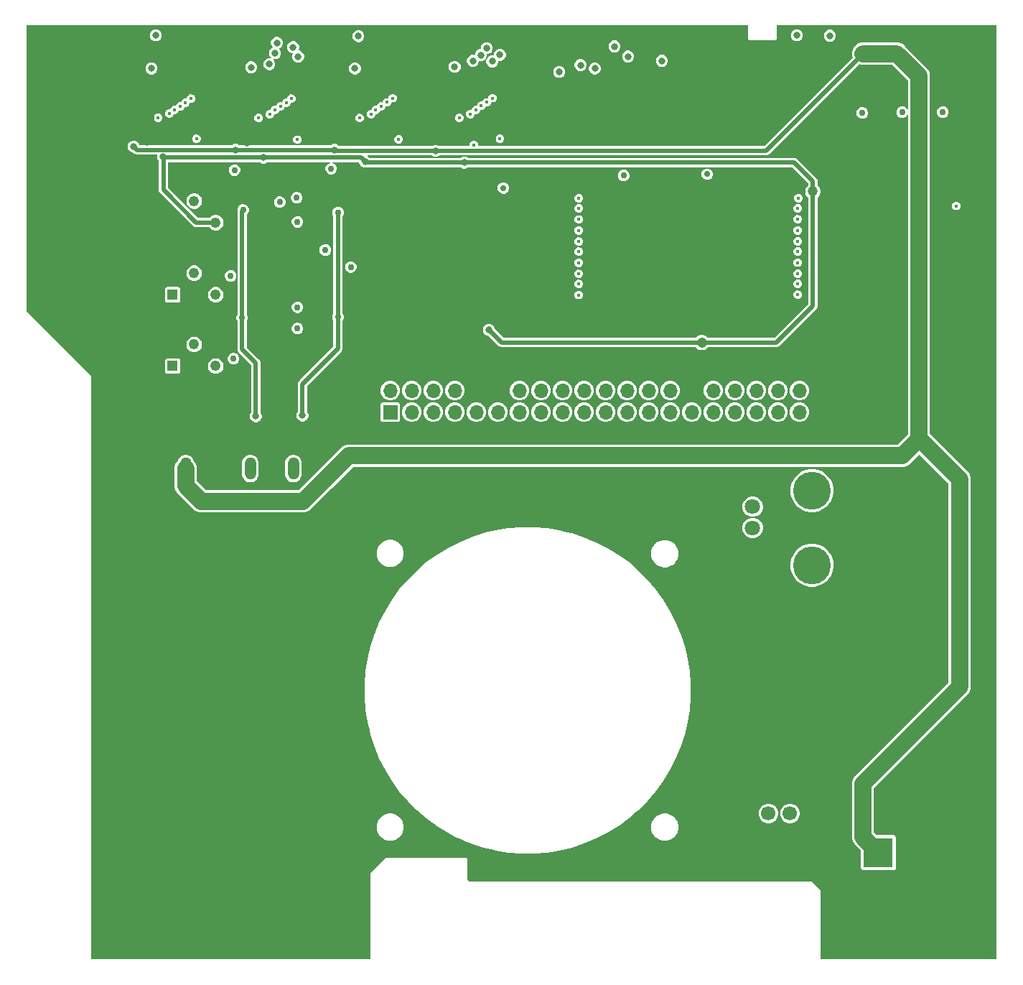
<source format=gbr>
%TF.GenerationSoftware,KiCad,Pcbnew,9.0.2-rc1*%
%TF.CreationDate,2025-07-09T15:34:15-06:00*%
%TF.ProjectId,mister-vector,6d697374-6572-42d7-9665-63746f722e6b,rev?*%
%TF.SameCoordinates,Original*%
%TF.FileFunction,Copper,L2,Inr*%
%TF.FilePolarity,Positive*%
%FSLAX46Y46*%
G04 Gerber Fmt 4.6, Leading zero omitted, Abs format (unit mm)*
G04 Created by KiCad (PCBNEW 9.0.2-rc1) date 2025-07-09 15:34:15*
%MOMM*%
%LPD*%
G01*
G04 APERTURE LIST*
G04 Aperture macros list*
%AMRoundRect*
0 Rectangle with rounded corners*
0 $1 Rounding radius*
0 $2 $3 $4 $5 $6 $7 $8 $9 X,Y pos of 4 corners*
0 Add a 4 corners polygon primitive as box body*
4,1,4,$2,$3,$4,$5,$6,$7,$8,$9,$2,$3,0*
0 Add four circle primitives for the rounded corners*
1,1,$1+$1,$2,$3*
1,1,$1+$1,$4,$5*
1,1,$1+$1,$6,$7*
1,1,$1+$1,$8,$9*
0 Add four rect primitives between the rounded corners*
20,1,$1+$1,$2,$3,$4,$5,0*
20,1,$1+$1,$4,$5,$6,$7,0*
20,1,$1+$1,$6,$7,$8,$9,0*
20,1,$1+$1,$8,$9,$2,$3,0*%
G04 Aperture macros list end*
%TA.AperFunction,ComponentPad*%
%ADD10C,1.800000*%
%TD*%
%TA.AperFunction,ComponentPad*%
%ADD11C,4.460000*%
%TD*%
%TA.AperFunction,ComponentPad*%
%ADD12C,0.800000*%
%TD*%
%TA.AperFunction,ComponentPad*%
%ADD13C,6.000000*%
%TD*%
%TA.AperFunction,ComponentPad*%
%ADD14RoundRect,0.875000X0.875000X0.875000X-0.875000X0.875000X-0.875000X-0.875000X0.875000X-0.875000X0*%
%TD*%
%TA.AperFunction,ComponentPad*%
%ADD15RoundRect,0.750000X0.750000X1.000000X-0.750000X1.000000X-0.750000X-1.000000X0.750000X-1.000000X0*%
%TD*%
%TA.AperFunction,ComponentPad*%
%ADD16R,3.500000X3.500000*%
%TD*%
%TA.AperFunction,ComponentPad*%
%ADD17C,1.700000*%
%TD*%
%TA.AperFunction,ComponentPad*%
%ADD18R,1.700000X1.700000*%
%TD*%
%TA.AperFunction,ComponentPad*%
%ADD19O,1.320800X2.641600*%
%TD*%
%TA.AperFunction,ComponentPad*%
%ADD20C,1.222000*%
%TD*%
%TA.AperFunction,ComponentPad*%
%ADD21R,1.222000X1.222000*%
%TD*%
%TA.AperFunction,ComponentPad*%
%ADD22O,1.700000X1.700000*%
%TD*%
%TA.AperFunction,ViaPad*%
%ADD23C,0.800000*%
%TD*%
%TA.AperFunction,ViaPad*%
%ADD24C,0.756400*%
%TD*%
%TA.AperFunction,ViaPad*%
%ADD25C,0.400000*%
%TD*%
%TA.AperFunction,ViaPad*%
%ADD26C,1.200000*%
%TD*%
%TA.AperFunction,ViaPad*%
%ADD27C,0.736600*%
%TD*%
%TA.AperFunction,Conductor*%
%ADD28C,0.500000*%
%TD*%
%TA.AperFunction,Conductor*%
%ADD29C,2.000000*%
%TD*%
%TA.AperFunction,Conductor*%
%ADD30C,0.250000*%
%TD*%
G04 APERTURE END LIST*
D10*
%TO.N,Net-(C40-Pad2)*%
%TO.C,VR4*%
X133808000Y-104731000D03*
%TO.N,Net-(R99-Pad2)*%
X133808000Y-107231000D03*
%TO.N,GND*%
X133808000Y-109731000D03*
D11*
%TO.N,N/C*%
X140808000Y-102831000D03*
X140808000Y-111631000D03*
%TD*%
D12*
%TO.N,GND*%
%TO.C,H3*%
X161639000Y-92711000D03*
X160979990Y-94301990D03*
X160979990Y-91120010D03*
X159389000Y-94961000D03*
D13*
X159389000Y-92711000D03*
D12*
X159389000Y-90461000D03*
X157798010Y-94301990D03*
X157798010Y-91120010D03*
X157139000Y-92711000D03*
%TD*%
D14*
%TO.N,GND*%
%TO.C,J10*%
X151630000Y-140786000D03*
D15*
X154630000Y-145486000D03*
D16*
%TO.N,+5V*%
X148630000Y-145486000D03*
%TD*%
D12*
%TO.N,GND*%
%TO.C,H2*%
X61182000Y-92711000D03*
X60522990Y-94301990D03*
X60522990Y-91120010D03*
X58932000Y-94961000D03*
D13*
X58932000Y-92711000D03*
D12*
X58932000Y-90461000D03*
X57341010Y-94301990D03*
X57341010Y-91120010D03*
X56682000Y-92711000D03*
%TD*%
D17*
%TO.N,unconnected-(J100-Pin_3-Pad3)*%
%TO.C,J100*%
X138208000Y-140886000D03*
%TO.N,+5V*%
X135668000Y-140886000D03*
D18*
%TO.N,GND*%
X133128000Y-140886000D03*
%TD*%
D19*
%TO.N,+5V*%
%TO.C,U1*%
X66948000Y-100247000D03*
%TO.N,GND*%
X69488000Y-100247000D03*
%TO.N,-12V*%
X74568000Y-100247000D03*
%TO.N,GND*%
X77108000Y-100247000D03*
%TO.N,+12V*%
X79648000Y-100247000D03*
%TD*%
D12*
%TO.N,GND*%
%TO.C,H4*%
X61182000Y-154941000D03*
X60522990Y-156531990D03*
X60522990Y-153350010D03*
X58932000Y-157191000D03*
D13*
X58932000Y-154941000D03*
D12*
X58932000Y-152691000D03*
X57341010Y-156531990D03*
X57341010Y-153350010D03*
X56682000Y-154941000D03*
%TD*%
D20*
%TO.N,Net-(U13D-OUT)*%
%TO.C,VR3*%
X70482500Y-88156000D03*
%TO.N,Net-(U13D--IN)*%
X67942500Y-85616000D03*
D21*
%TO.N,unconnected-(VR3-Pad1)*%
X65402500Y-88156000D03*
%TD*%
D20*
%TO.N,Net-(U13C-OUT)*%
%TO.C,VR2*%
X70482500Y-79756000D03*
%TO.N,Net-(U13C--IN)*%
X67942500Y-77216000D03*
D21*
%TO.N,unconnected-(VR2-Pad1)*%
X65402500Y-79756000D03*
%TD*%
D20*
%TO.N,+3.3V*%
%TO.C,VR1*%
X70482500Y-71256000D03*
%TO.N,Net-(U14D-+IN)*%
X67942500Y-68716000D03*
D21*
%TO.N,GND*%
X65402500Y-71256000D03*
%TD*%
D12*
%TO.N,GND*%
%TO.C,H1*%
X161639000Y-154941000D03*
X160979990Y-156531990D03*
X160979990Y-153350010D03*
X159389000Y-157191000D03*
D13*
X159389000Y-154941000D03*
D12*
X159389000Y-152691000D03*
X157798010Y-156531990D03*
X157798010Y-153350010D03*
X157139000Y-154941000D03*
%TD*%
D22*
%TO.N,/D4*%
%TO.C,J7*%
X139323000Y-91060000D03*
%TO.N,/D5*%
X139323000Y-93600000D03*
%TO.N,/D3*%
X136783000Y-91060000D03*
%TO.N,/D6*%
X136783000Y-93600000D03*
%TO.N,/D2*%
X134243000Y-91060000D03*
%TO.N,/D7*%
X134243000Y-93600000D03*
%TO.N,/D1*%
X131703000Y-91060000D03*
%TO.N,/D8*%
X131703000Y-93600000D03*
%TO.N,/D0*%
X129163000Y-91060000D03*
%TO.N,/D9*%
X129163000Y-93600000D03*
%TO.N,GND*%
X126623000Y-91060000D03*
%TO.N,Net-(J7-Pad29)*%
X126623000Y-93600000D03*
%TO.N,unconnected-(J7-Pad28)*%
X124083000Y-91060000D03*
%TO.N,unconnected-(J7-Pad27)*%
X124083000Y-93600000D03*
%TO.N,/CLK_RGB*%
X121543000Y-91060000D03*
%TO.N,unconnected-(J7-Pad25)*%
X121543000Y-93600000D03*
%TO.N,/CLK_Y*%
X119003000Y-91060000D03*
%TO.N,unconnected-(J7-Pad23)*%
X119003000Y-93600000D03*
%TO.N,/CLK_X*%
X116463000Y-91060000D03*
%TO.N,unconnected-(J7-Pad21)*%
X116463000Y-93600000D03*
%TO.N,/CLK_P21*%
X113923000Y-91060000D03*
%TO.N,unconnected-(J7-Pad19)*%
X113923000Y-93600000D03*
%TO.N,/CLK_P11*%
X111383000Y-91060000D03*
%TO.N,/BTN_RESET*%
X111383000Y-93600000D03*
%TO.N,/CLK_P20*%
X108843000Y-91060000D03*
%TO.N,/BTN_USER*%
X108843000Y-93600000D03*
%TO.N,/CLK_P10*%
X106303000Y-91060000D03*
%TO.N,/BTN_OSD*%
X106303000Y-93600000D03*
%TO.N,GND*%
X103763000Y-91060000D03*
%TO.N,Net-(J7-Pad11)*%
X103763000Y-93600000D03*
%TO.N,GND*%
X101223000Y-91060000D03*
%TO.N,/SPDIF*%
X101223000Y-93600000D03*
%TO.N,/SD_CMD*%
X98683000Y-91060000D03*
%TO.N,/AUDIO_R*%
X98683000Y-93600000D03*
%TO.N,/SD_DAT3*%
X96143000Y-91060000D03*
%TO.N,/LED_POWER*%
X96143000Y-93600000D03*
%TO.N,/SD_DAT2*%
X93603000Y-91060000D03*
%TO.N,/LED_DISK*%
X93603000Y-93600000D03*
%TO.N,/AUDIO_L*%
X91063000Y-91060000D03*
D18*
%TO.N,/LED_USER*%
X91063000Y-93600000D03*
%TD*%
D23*
%TO.N,GND*%
X84008000Y-68086000D03*
X74808000Y-81286000D03*
X83708000Y-84286000D03*
D24*
%TO.N,+12V*%
X84908000Y-70086000D03*
%TO.N,-12V*%
X73708000Y-69766000D03*
X73608000Y-82486000D03*
%TO.N,+12V*%
X84908000Y-82386000D03*
D23*
%TO.N,GND*%
X137808000Y-65486000D03*
D25*
%TO.N,/D0*%
X100908000Y-62086000D03*
D23*
%TO.N,/-5V_NC*%
X142908000Y-49236000D03*
%TO.N,/JAMMA_PIN_11(Y)*%
X117508000Y-50486000D03*
%TO.N,/JAMMA_VIDEO_R*%
X113508000Y-52686000D03*
%TO.N,/JAMMA_VIDEO_B*%
X111008000Y-53486000D03*
D25*
%TO.N,/D2*%
X101163000Y-57986000D03*
%TO.N,/D0*%
X99208000Y-58911000D03*
%TO.N,/D1*%
X100526956Y-58467044D03*
D23*
%TO.N,+5V*%
X96408000Y-62786000D03*
X72808000Y-62686000D03*
X150804000Y-51335998D03*
X84508000Y-62686000D03*
X158308000Y-107001000D03*
X146844000Y-51335998D03*
X148808000Y-51336000D03*
X103808000Y-98686000D03*
X60808000Y-62286000D03*
%TO.N,+3.3V*%
X88108000Y-64086000D03*
X99808000Y-64186000D03*
X102708000Y-83886000D03*
X76108000Y-63586000D03*
X64288000Y-63486000D03*
D26*
X140908000Y-67586000D03*
X127808000Y-85386000D03*
D23*
%TO.N,GND*%
X77896300Y-96855900D03*
X51804000Y-51286000D03*
X99808000Y-50386000D03*
X156744000Y-51317998D03*
X154208000Y-107061000D03*
X139508000Y-80986000D03*
X75008000Y-84386000D03*
X98708000Y-101286000D03*
X72308000Y-66086000D03*
X158808000Y-76686000D03*
X150408000Y-58286000D03*
X100708000Y-82786000D03*
X104508000Y-52786000D03*
X91008000Y-101286000D03*
X69208000Y-54386000D03*
X55764000Y-51286000D03*
X72408000Y-73586000D03*
X88108000Y-50486000D03*
X80208000Y-52786000D03*
X158724000Y-51317998D03*
X53784000Y-51286000D03*
X87908000Y-81286000D03*
X145808000Y-85486000D03*
X154764000Y-51317998D03*
X126544532Y-82713313D03*
X154208000Y-104461000D03*
X154208000Y-105761000D03*
X78696300Y-95155900D03*
X77096300Y-95155900D03*
X118708000Y-80986000D03*
X86108000Y-61711000D03*
X154208000Y-108261000D03*
X75808000Y-50486000D03*
X149208000Y-102786000D03*
X145508000Y-58286000D03*
X155108000Y-58286000D03*
X113708000Y-67086000D03*
X142208000Y-65586000D03*
X73408000Y-68486000D03*
X107244000Y-51616002D03*
X142408000Y-76786000D03*
X92908000Y-81086000D03*
X74208000Y-61886000D03*
X92108000Y-52686000D03*
X107244000Y-50414635D03*
X113808000Y-80986000D03*
X98008000Y-61786000D03*
X62408000Y-61786000D03*
X86708000Y-72186000D03*
X70348000Y-97048400D03*
X64408000Y-50486000D03*
%TO.N,+12V*%
X80708000Y-93986000D03*
%TO.N,/+12V_NC*%
X139024000Y-49186000D03*
%TO.N,-12V*%
X75208000Y-94086000D03*
D25*
%TO.N,/D5*%
X79408000Y-56652756D03*
X139123000Y-73471000D03*
X113308000Y-73486000D03*
X67585156Y-56652756D03*
X91364000Y-56586000D03*
X103108000Y-56586000D03*
D27*
%TO.N,/CLK_Y*%
X128440548Y-65553452D03*
D25*
%TO.N,/D7*%
X139123000Y-70871000D03*
X113308000Y-70886000D03*
%TO.N,/D2*%
X89359439Y-57979021D03*
X139123000Y-77271000D03*
X113308000Y-77286000D03*
X65608000Y-57979021D03*
X77455491Y-57979021D03*
%TO.N,/D8*%
X113308000Y-69586000D03*
X139123000Y-69571000D03*
%TO.N,/D9*%
X113308000Y-68386000D03*
X139208000Y-68371000D03*
%TO.N,/D1*%
X113308000Y-78486000D03*
X65016021Y-58379021D03*
X76858000Y-58486000D03*
X88808000Y-58467044D03*
X139123000Y-78471000D03*
D27*
%TO.N,/CLK_X*%
X104408000Y-67186000D03*
D25*
%TO.N,/D6*%
X113308000Y-72186000D03*
X139123000Y-72171000D03*
%TO.N,/D0*%
X75553000Y-58941000D03*
X63708000Y-58886000D03*
X87453000Y-58941000D03*
X139123000Y-79771000D03*
X113308000Y-79786000D03*
%TO.N,/CLK_RGB*%
X157808000Y-69286000D03*
%TO.N,/D4*%
X90708000Y-57086000D03*
X102463000Y-57086000D03*
X78808000Y-57154533D03*
X139123000Y-74671000D03*
X66908000Y-57154533D03*
X113308000Y-74686000D03*
%TO.N,/D3*%
X139123000Y-75971000D03*
X113308000Y-75986000D03*
X66306400Y-57579021D03*
X101808000Y-57486000D03*
X78108000Y-57579021D03*
X90008000Y-57579021D03*
D24*
%TO.N,/Vector Amplifiers/DAC_R*%
X80048000Y-68330000D03*
X146733000Y-58336000D03*
%TO.N,/Vector Amplifiers/DAC_G*%
X80132600Y-71168477D03*
X151433000Y-58236000D03*
%TO.N,/Vector Amplifiers/DAC_B*%
X156233000Y-58236000D03*
X78054800Y-68843387D03*
%TO.N,/Vector Amplifiers/DAC_Y*%
X118608000Y-65686000D03*
X80132600Y-83730000D03*
%TO.N,/Vector Amplifiers/DAC_X*%
X86408000Y-76486000D03*
X80132600Y-81230000D03*
D25*
%TO.N,/CLK_P20*%
X80108000Y-61486000D03*
%TO.N,/CLK_P11*%
X92059104Y-61453127D03*
%TO.N,/CLK_P21*%
X104008000Y-61386000D03*
%TO.N,/CLK_P10*%
X68208000Y-61386000D03*
D23*
%TO.N,/JAMMA_SERVICE*%
X104008000Y-51486000D03*
%TO.N,/JAMMA_TILT*%
X103100450Y-52261681D03*
%TO.N,/JAMMA_P2_R*%
X79608000Y-50586000D03*
%TO.N,/JAMMA_SPEAKER-*%
X123108000Y-52186000D03*
D24*
%TO.N,/JAMMA_VIDEO_G*%
X83408000Y-74486000D03*
D23*
X115208000Y-53086000D03*
D24*
%TO.N,/JAMMA_VIDEO_R*%
X84108000Y-64907800D03*
%TO.N,/JAMMA_VIDEO_B*%
X72698000Y-65064200D03*
D23*
%TO.N,/JAMMA_P2_D*%
X98670685Y-52897000D03*
%TO.N,/JAMMA_P2_BUTTON3*%
X76808000Y-52586000D03*
%TO.N,/JAMMA_P2_U*%
X100808000Y-52186000D03*
%TO.N,/JAMMA_P2_START*%
X101758000Y-51500203D03*
%TO.N,/JAMMA_P2_COIN*%
X102433000Y-50686000D03*
%TO.N,/JAMMA_P2_BUTTON2*%
X77483000Y-51286000D03*
%TO.N,/JAMMA_P2_BUTTON1*%
X77685298Y-50063298D03*
%TO.N,/JAMMA_P2_L*%
X80208000Y-51686000D03*
%TO.N,/JAMMA_P1_D*%
X87308000Y-49286000D03*
X86908000Y-53086000D03*
%TO.N,/JAMMA_PIN_M(X)*%
X119108000Y-51686000D03*
D24*
X72258000Y-77536000D03*
%TO.N,/JAMMA_PIN_11(Y)*%
X72598000Y-87286000D03*
D23*
%TO.N,/JAMMA_P2_BUTTON4*%
X74659820Y-52961000D03*
%TO.N,/JAMMA_P1_BUTTON4*%
X63408000Y-49186000D03*
X62908000Y-53086000D03*
%TO.N,GND*%
X71808000Y-69886000D03*
%TD*%
D28*
%TO.N,+5V*%
X84608000Y-62786000D02*
X84508000Y-62686000D01*
X96408000Y-62786000D02*
X84608000Y-62786000D01*
X61208000Y-62686000D02*
X84508000Y-62686000D01*
X60808000Y-62286000D02*
X61208000Y-62686000D01*
%TO.N,+12V*%
X84908000Y-82386000D02*
X84908000Y-70086000D01*
%TO.N,-12V*%
X73708000Y-69766000D02*
X73708000Y-69786000D01*
X73608000Y-69886000D02*
X73608000Y-82486000D01*
X73708000Y-69786000D02*
X73608000Y-69886000D01*
%TO.N,+12V*%
X80708000Y-92286000D02*
X80708000Y-90286000D01*
X80708000Y-90286000D02*
X84908000Y-86086000D01*
X84908000Y-86086000D02*
X84908000Y-82386000D01*
X80708000Y-93986000D02*
X80708000Y-92286000D01*
%TO.N,-12V*%
X73608000Y-82486000D02*
X73608000Y-86186000D01*
X73608000Y-86186000D02*
X75208000Y-87786000D01*
X75208000Y-87786000D02*
X75208000Y-91001958D01*
X75208000Y-94086000D02*
X75208000Y-91001958D01*
D29*
%TO.N,+5V*%
X150804000Y-51335998D02*
X146844000Y-51335998D01*
D28*
%TO.N,+3.3V*%
X140908000Y-81086000D02*
X140908000Y-67586000D01*
X136608000Y-85386000D02*
X140908000Y-81086000D01*
X138708000Y-64186000D02*
X140908000Y-66386000D01*
X140908000Y-66386000D02*
X140908000Y-67586000D01*
X127808000Y-85386000D02*
X136608000Y-85386000D01*
X99808000Y-64186000D02*
X138708000Y-64186000D01*
D29*
%TO.N,+5V*%
X153408000Y-96670000D02*
X153408000Y-53940000D01*
X146808000Y-137386000D02*
X158208000Y-125986000D01*
X153408000Y-96670000D02*
X153408000Y-96786000D01*
X86169000Y-98725000D02*
X80808000Y-104086000D01*
X153408000Y-53940000D02*
X150804000Y-51336000D01*
X148630000Y-145486000D02*
X146808000Y-143664000D01*
X80808000Y-104086000D02*
X68787000Y-104086000D01*
X153408000Y-96786000D02*
X151469000Y-98725000D01*
X68787000Y-104086000D02*
X66948000Y-102247000D01*
X158208000Y-101470000D02*
X153408000Y-96670000D01*
X146808000Y-143664000D02*
X146808000Y-137386000D01*
X151469000Y-98725000D02*
X86169000Y-98725000D01*
X66948000Y-102247000D02*
X66948000Y-100247000D01*
X158208000Y-125986000D02*
X158208000Y-101470000D01*
D28*
%TO.N,+3.3V*%
X64288000Y-63486000D02*
X64388000Y-63586000D01*
X127808000Y-85386000D02*
X104208000Y-85386000D01*
X88108000Y-64086000D02*
X87608000Y-63586000D01*
X64388000Y-63586000D02*
X76108000Y-63586000D01*
X70482500Y-71256000D02*
X68178000Y-71256000D01*
X64308000Y-67386000D02*
X64308000Y-63506000D01*
X64308000Y-63506000D02*
X64288000Y-63486000D01*
X87608000Y-63586000D02*
X76108000Y-63586000D01*
D30*
X88208000Y-64186000D02*
X88108000Y-64086000D01*
D28*
X99808000Y-64186000D02*
X88208000Y-64186000D01*
X104208000Y-85386000D02*
X102708000Y-83886000D01*
X68178000Y-71256000D02*
X64308000Y-67386000D01*
%TO.N,+5V*%
X146844000Y-51336000D02*
X135394000Y-62786000D01*
X135394000Y-62786000D02*
X96408000Y-62786000D01*
%TD*%
%TA.AperFunction,Conductor*%
%TO.N,GND*%
G36*
X133249148Y-48000352D02*
G01*
X133263500Y-48035000D01*
X133263500Y-49452950D01*
X133263500Y-49619050D01*
X133380950Y-49736500D01*
X133380951Y-49736500D01*
X136547049Y-49736500D01*
X136547050Y-49736500D01*
X136664500Y-49619050D01*
X136664500Y-49046660D01*
X138323500Y-49046660D01*
X138323500Y-49046662D01*
X138323500Y-49325338D01*
X138323500Y-49325340D01*
X138323501Y-49325341D01*
X138430144Y-49582802D01*
X138430146Y-49582805D01*
X138627195Y-49779854D01*
X138627197Y-49779855D01*
X138627198Y-49779856D01*
X138884662Y-49886500D01*
X138884664Y-49886500D01*
X139163336Y-49886500D01*
X139163338Y-49886500D01*
X139420802Y-49779856D01*
X139420803Y-49779854D01*
X139420805Y-49779854D01*
X139617854Y-49582805D01*
X139617854Y-49582803D01*
X139617856Y-49582802D01*
X139724500Y-49325338D01*
X139724500Y-49096660D01*
X142207500Y-49096660D01*
X142207500Y-49096662D01*
X142207500Y-49375338D01*
X142207500Y-49375340D01*
X142207501Y-49375341D01*
X142314144Y-49632802D01*
X142314146Y-49632805D01*
X142511195Y-49829854D01*
X142511197Y-49829855D01*
X142511198Y-49829856D01*
X142768662Y-49936500D01*
X142768664Y-49936500D01*
X143047336Y-49936500D01*
X143047338Y-49936500D01*
X143304802Y-49829856D01*
X143304803Y-49829854D01*
X143304805Y-49829854D01*
X143501854Y-49632805D01*
X143501854Y-49632803D01*
X143501856Y-49632802D01*
X143608500Y-49375338D01*
X143608500Y-49096662D01*
X143501856Y-48839198D01*
X143501855Y-48839197D01*
X143501854Y-48839195D01*
X143304805Y-48642146D01*
X143304802Y-48642144D01*
X143047341Y-48535501D01*
X143047339Y-48535500D01*
X143047338Y-48535500D01*
X142768662Y-48535500D01*
X142768660Y-48535500D01*
X142768658Y-48535501D01*
X142511197Y-48642144D01*
X142314144Y-48839197D01*
X142207501Y-49096658D01*
X142207500Y-49096660D01*
X139724500Y-49096660D01*
X139724500Y-49046662D01*
X139617856Y-48789198D01*
X139617855Y-48789197D01*
X139617854Y-48789195D01*
X139420805Y-48592146D01*
X139420802Y-48592144D01*
X139163341Y-48485501D01*
X139163339Y-48485500D01*
X139163338Y-48485500D01*
X138884662Y-48485500D01*
X138884660Y-48485500D01*
X138884658Y-48485501D01*
X138627197Y-48592144D01*
X138430144Y-48789197D01*
X138323501Y-49046658D01*
X138323500Y-49046660D01*
X136664500Y-49046660D01*
X136664500Y-48035000D01*
X136678852Y-48000352D01*
X136713500Y-47986000D01*
X162514500Y-47986000D01*
X162549148Y-48000352D01*
X162563500Y-48035000D01*
X162563500Y-158036500D01*
X162549148Y-158071148D01*
X162514500Y-158085500D01*
X141858500Y-158085500D01*
X141823852Y-158071148D01*
X141809500Y-158036500D01*
X141809500Y-149904950D01*
X140803050Y-148898500D01*
X100437346Y-148898500D01*
X100402698Y-148884148D01*
X100167852Y-148649302D01*
X100153500Y-148614654D01*
X100153500Y-146221950D01*
X100036050Y-146104500D01*
X90471950Y-146104500D01*
X88703500Y-147872949D01*
X88703500Y-158036500D01*
X88689148Y-158071148D01*
X88654500Y-158085500D01*
X55813500Y-158085500D01*
X55778852Y-158071148D01*
X55764500Y-158036500D01*
X55764500Y-142284286D01*
X89462500Y-142284286D01*
X89462500Y-142705713D01*
X89571570Y-143112769D01*
X89571571Y-143112772D01*
X89749613Y-143421148D01*
X89782281Y-143477730D01*
X90080270Y-143775719D01*
X90213852Y-143852843D01*
X90445227Y-143986428D01*
X90445230Y-143986429D01*
X90852286Y-144095499D01*
X90852287Y-144095500D01*
X90852290Y-144095500D01*
X91273713Y-144095500D01*
X91273713Y-144095499D01*
X91680770Y-143986429D01*
X92045730Y-143775719D01*
X92343719Y-143477730D01*
X92554429Y-143112770D01*
X92663499Y-142705713D01*
X92663500Y-142705713D01*
X92663500Y-142284287D01*
X92663499Y-142284286D01*
X92554429Y-141877230D01*
X92554428Y-141877227D01*
X92420843Y-141645852D01*
X92343719Y-141512270D01*
X92045730Y-141214281D01*
X91962483Y-141166218D01*
X91680772Y-141003571D01*
X91680769Y-141003570D01*
X91273713Y-140894500D01*
X91273710Y-140894500D01*
X90852290Y-140894500D01*
X90852287Y-140894500D01*
X90445230Y-141003570D01*
X90445227Y-141003571D01*
X90080269Y-141214281D01*
X90080269Y-141214282D01*
X89782282Y-141512269D01*
X89782281Y-141512269D01*
X89571571Y-141877227D01*
X89571570Y-141877230D01*
X89462500Y-142284286D01*
X55764500Y-142284286D01*
X55764500Y-125626577D01*
X88028702Y-125626577D01*
X88028702Y-127137422D01*
X88147241Y-128643610D01*
X88147241Y-128643611D01*
X88383591Y-130135864D01*
X88609007Y-131074787D01*
X88736290Y-131604958D01*
X89203167Y-133041857D01*
X89203172Y-133041869D01*
X89203173Y-133041872D01*
X89781339Y-134437692D01*
X90467256Y-135783879D01*
X91256657Y-137072064D01*
X91256660Y-137072069D01*
X91256665Y-137072076D01*
X91256667Y-137072079D01*
X92144720Y-138294379D01*
X92144724Y-138294384D01*
X93125937Y-139443236D01*
X93125944Y-139443244D01*
X94194255Y-140511555D01*
X94194263Y-140511562D01*
X94194265Y-140511564D01*
X95343121Y-141492780D01*
X96565421Y-142380833D01*
X96565425Y-142380835D01*
X96565430Y-142380839D01*
X96565435Y-142380842D01*
X97853620Y-143170243D01*
X97853624Y-143170245D01*
X97853629Y-143170248D01*
X98733866Y-143618751D01*
X99199807Y-143856160D01*
X99869005Y-144133350D01*
X100595643Y-144434333D01*
X102032542Y-144901210D01*
X103337733Y-145214558D01*
X103501635Y-145253908D01*
X103501636Y-145253908D01*
X103501644Y-145253910D01*
X104993889Y-145490259D01*
X106500077Y-145608798D01*
X106500088Y-145608798D01*
X108010912Y-145608798D01*
X108010923Y-145608798D01*
X109517111Y-145490259D01*
X111009356Y-145253910D01*
X112478458Y-144901210D01*
X113915357Y-144434333D01*
X115311197Y-143856158D01*
X116657371Y-143170248D01*
X117945579Y-142380833D01*
X118078465Y-142284286D01*
X121847500Y-142284286D01*
X121847500Y-142705713D01*
X121956570Y-143112769D01*
X121956571Y-143112772D01*
X122134613Y-143421148D01*
X122167281Y-143477730D01*
X122465270Y-143775719D01*
X122598852Y-143852843D01*
X122830227Y-143986428D01*
X122830230Y-143986429D01*
X123237286Y-144095499D01*
X123237287Y-144095500D01*
X123237290Y-144095500D01*
X123658713Y-144095500D01*
X123658713Y-144095499D01*
X124065770Y-143986429D01*
X124430730Y-143775719D01*
X124728719Y-143477730D01*
X124939429Y-143112770D01*
X125048499Y-142705713D01*
X125048500Y-142705713D01*
X125048500Y-142284287D01*
X125048499Y-142284286D01*
X124939429Y-141877230D01*
X124939428Y-141877227D01*
X124805843Y-141645852D01*
X124728719Y-141512270D01*
X124430730Y-141214281D01*
X124347483Y-141166218D01*
X124065772Y-141003571D01*
X124065769Y-141003570D01*
X123658713Y-140894500D01*
X123658710Y-140894500D01*
X123237290Y-140894500D01*
X123237287Y-140894500D01*
X122830230Y-141003570D01*
X122830227Y-141003571D01*
X122465269Y-141214281D01*
X122465269Y-141214282D01*
X122167282Y-141512269D01*
X122167281Y-141512269D01*
X121956571Y-141877227D01*
X121956570Y-141877230D01*
X121847500Y-142284286D01*
X118078465Y-142284286D01*
X119167879Y-141492780D01*
X120055675Y-140734530D01*
X134517500Y-140734530D01*
X134517500Y-141037469D01*
X134595903Y-141330076D01*
X134595904Y-141330079D01*
X134747371Y-141592424D01*
X134961576Y-141806629D01*
X135057598Y-141862068D01*
X135223920Y-141958095D01*
X135223923Y-141958096D01*
X135516530Y-142036499D01*
X135516531Y-142036500D01*
X135516534Y-142036500D01*
X135819469Y-142036500D01*
X135819469Y-142036499D01*
X136112077Y-141958096D01*
X136374424Y-141806629D01*
X136588629Y-141592424D01*
X136740096Y-141330077D01*
X136818499Y-141037469D01*
X136818500Y-141037469D01*
X136818500Y-140734531D01*
X136818499Y-140734530D01*
X137057500Y-140734530D01*
X137057500Y-141037469D01*
X137135903Y-141330076D01*
X137135904Y-141330079D01*
X137287371Y-141592424D01*
X137501576Y-141806629D01*
X137597598Y-141862068D01*
X137763920Y-141958095D01*
X137763923Y-141958096D01*
X138056530Y-142036499D01*
X138056531Y-142036500D01*
X138056534Y-142036500D01*
X138359469Y-142036500D01*
X138359469Y-142036499D01*
X138652077Y-141958096D01*
X138914424Y-141806629D01*
X139128629Y-141592424D01*
X139280096Y-141330077D01*
X139358499Y-141037469D01*
X139358500Y-141037469D01*
X139358500Y-140734531D01*
X139358499Y-140734530D01*
X139280096Y-140441923D01*
X139280095Y-140441920D01*
X139184068Y-140275598D01*
X139128629Y-140179576D01*
X138914424Y-139965371D01*
X138652079Y-139813904D01*
X138652076Y-139813903D01*
X138359469Y-139735500D01*
X138359466Y-139735500D01*
X138056534Y-139735500D01*
X138056531Y-139735500D01*
X137763923Y-139813903D01*
X137763920Y-139813904D01*
X137501575Y-139965371D01*
X137501575Y-139965372D01*
X137287372Y-140179575D01*
X137287371Y-140179575D01*
X137135904Y-140441920D01*
X137135903Y-140441923D01*
X137057500Y-140734530D01*
X136818499Y-140734530D01*
X136740096Y-140441923D01*
X136740095Y-140441920D01*
X136644068Y-140275598D01*
X136588629Y-140179576D01*
X136374424Y-139965371D01*
X136112079Y-139813904D01*
X136112076Y-139813903D01*
X135819469Y-139735500D01*
X135819466Y-139735500D01*
X135516534Y-139735500D01*
X135516531Y-139735500D01*
X135223923Y-139813903D01*
X135223920Y-139813904D01*
X134961575Y-139965371D01*
X134961575Y-139965372D01*
X134747372Y-140179575D01*
X134747371Y-140179575D01*
X134595904Y-140441920D01*
X134595903Y-140441923D01*
X134517500Y-140734530D01*
X120055675Y-140734530D01*
X120316735Y-140511564D01*
X121385064Y-139443235D01*
X122366280Y-138294379D01*
X123254333Y-137072079D01*
X124043748Y-135783871D01*
X124729658Y-134437697D01*
X125307833Y-133041857D01*
X125774710Y-131604958D01*
X126127410Y-130135856D01*
X126363759Y-128643611D01*
X126482298Y-127137423D01*
X126482298Y-125626577D01*
X126363759Y-124120389D01*
X126127410Y-122628144D01*
X125774710Y-121159042D01*
X125307833Y-119722143D01*
X124729658Y-118326303D01*
X124043748Y-116980129D01*
X124043745Y-116980124D01*
X124043743Y-116980120D01*
X123254342Y-115691935D01*
X123254339Y-115691930D01*
X123254335Y-115691925D01*
X123254333Y-115691921D01*
X122366280Y-114469621D01*
X121385064Y-113320765D01*
X121385062Y-113320763D01*
X121385055Y-113320755D01*
X120316744Y-112252444D01*
X120316736Y-112252437D01*
X119167884Y-111271224D01*
X119167882Y-111271222D01*
X119167879Y-111271220D01*
X117945579Y-110383167D01*
X117945576Y-110383165D01*
X117945569Y-110383160D01*
X117945564Y-110383157D01*
X117478365Y-110096857D01*
X117415423Y-110058286D01*
X121847500Y-110058286D01*
X121847500Y-110479713D01*
X121956570Y-110886769D01*
X121956571Y-110886772D01*
X122148806Y-111219730D01*
X122167281Y-111251730D01*
X122465270Y-111549719D01*
X122598852Y-111626843D01*
X122830227Y-111760428D01*
X122830230Y-111760429D01*
X123237286Y-111869499D01*
X123237287Y-111869500D01*
X123237290Y-111869500D01*
X123658713Y-111869500D01*
X123658713Y-111869499D01*
X124065770Y-111760429D01*
X124430730Y-111549719D01*
X124598687Y-111381762D01*
X138277500Y-111381762D01*
X138277500Y-111880237D01*
X138374743Y-112369108D01*
X138374748Y-112369127D01*
X138565498Y-112829637D01*
X138565500Y-112829641D01*
X138842432Y-113244100D01*
X139194900Y-113596568D01*
X139609359Y-113873500D01*
X139810204Y-113956692D01*
X140069872Y-114064251D01*
X140069874Y-114064251D01*
X140069880Y-114064254D01*
X140310843Y-114112184D01*
X140558762Y-114161499D01*
X140558765Y-114161499D01*
X140558768Y-114161500D01*
X140558769Y-114161500D01*
X141057231Y-114161500D01*
X141057232Y-114161500D01*
X141546120Y-114064254D01*
X142006641Y-113873500D01*
X142421100Y-113596568D01*
X142773568Y-113244100D01*
X143050500Y-112829641D01*
X143241254Y-112369120D01*
X143338500Y-111880232D01*
X143338500Y-111381768D01*
X143316511Y-111271224D01*
X143241256Y-110892891D01*
X143241254Y-110892880D01*
X143225468Y-110854770D01*
X143133692Y-110633204D01*
X143050500Y-110432359D01*
X142773568Y-110017900D01*
X142421100Y-109665432D01*
X142399845Y-109651230D01*
X142284191Y-109573952D01*
X142006641Y-109388500D01*
X142006638Y-109388498D01*
X142006637Y-109388498D01*
X141546127Y-109197748D01*
X141546121Y-109197746D01*
X141546120Y-109197746D01*
X141546117Y-109197745D01*
X141546108Y-109197743D01*
X141057237Y-109100500D01*
X141057232Y-109100500D01*
X140558768Y-109100500D01*
X140558762Y-109100500D01*
X140069891Y-109197743D01*
X140069872Y-109197748D01*
X139609362Y-109388498D01*
X139194900Y-109665431D01*
X138842431Y-110017900D01*
X138565498Y-110432362D01*
X138374748Y-110892872D01*
X138374743Y-110892891D01*
X138277500Y-111381762D01*
X124598687Y-111381762D01*
X124728719Y-111251730D01*
X124935895Y-110892891D01*
X124939428Y-110886772D01*
X124939429Y-110886769D01*
X124948004Y-110854769D01*
X125048499Y-110479713D01*
X125048500Y-110479713D01*
X125048500Y-110058287D01*
X125048499Y-110058286D01*
X124939429Y-109651230D01*
X124939428Y-109651227D01*
X124805843Y-109419852D01*
X124728719Y-109286270D01*
X124430730Y-108988281D01*
X124375306Y-108956282D01*
X124065772Y-108777571D01*
X124065769Y-108777570D01*
X123658713Y-108668500D01*
X123658710Y-108668500D01*
X123237290Y-108668500D01*
X123237287Y-108668500D01*
X122830230Y-108777570D01*
X122830227Y-108777571D01*
X122465269Y-108988281D01*
X122465269Y-108988282D01*
X122167282Y-109286269D01*
X122167281Y-109286269D01*
X121956571Y-109651227D01*
X121956570Y-109651230D01*
X121847500Y-110058286D01*
X117415423Y-110058286D01*
X116657379Y-109593756D01*
X115311192Y-108907839D01*
X113915372Y-108329673D01*
X113915369Y-108329672D01*
X113915357Y-108329667D01*
X112478458Y-107862790D01*
X111948287Y-107735507D01*
X111009364Y-107510091D01*
X110072622Y-107361725D01*
X109517111Y-107273741D01*
X108010923Y-107155202D01*
X106500077Y-107155202D01*
X104993889Y-107273741D01*
X104993888Y-107273741D01*
X103501635Y-107510091D01*
X102317862Y-107794290D01*
X102032542Y-107862790D01*
X100595643Y-108329667D01*
X100595634Y-108329670D01*
X100595627Y-108329673D01*
X99199807Y-108907839D01*
X97853620Y-109593756D01*
X96565435Y-110383157D01*
X96565430Y-110383160D01*
X95343129Y-111271214D01*
X95343115Y-111271224D01*
X94194263Y-112252437D01*
X94194255Y-112252444D01*
X93125944Y-113320755D01*
X93125937Y-113320763D01*
X92144724Y-114469615D01*
X92144714Y-114469629D01*
X91256660Y-115691930D01*
X91256657Y-115691935D01*
X90467256Y-116980120D01*
X89781339Y-118326307D01*
X89203173Y-119722127D01*
X89203170Y-119722134D01*
X89203167Y-119722143D01*
X88736291Y-121159039D01*
X88383591Y-122628135D01*
X88147241Y-124120388D01*
X88147241Y-124120389D01*
X88028702Y-125626577D01*
X55764500Y-125626577D01*
X55764500Y-110026286D01*
X89462500Y-110026286D01*
X89462500Y-110447713D01*
X89571570Y-110854769D01*
X89571571Y-110854772D01*
X89782281Y-111219730D01*
X90080270Y-111517719D01*
X90135694Y-111549718D01*
X90445227Y-111728428D01*
X90445230Y-111728429D01*
X90852286Y-111837499D01*
X90852287Y-111837500D01*
X90852290Y-111837500D01*
X91273713Y-111837500D01*
X91273713Y-111837499D01*
X91680770Y-111728429D01*
X92045730Y-111517719D01*
X92343719Y-111219730D01*
X92554429Y-110854770D01*
X92663499Y-110447713D01*
X92663500Y-110447713D01*
X92663500Y-110026287D01*
X92663499Y-110026286D01*
X92554429Y-109619230D01*
X92554428Y-109619227D01*
X92362194Y-109286270D01*
X92343719Y-109254270D01*
X92045730Y-108956281D01*
X91680772Y-108745571D01*
X91680769Y-108745570D01*
X91273713Y-108636500D01*
X91273710Y-108636500D01*
X90852290Y-108636500D01*
X90852287Y-108636500D01*
X90445230Y-108745570D01*
X90445227Y-108745571D01*
X90080269Y-108956281D01*
X90080269Y-108956282D01*
X89782282Y-109254269D01*
X89782281Y-109254269D01*
X89571571Y-109619227D01*
X89571570Y-109619230D01*
X89462500Y-110026286D01*
X55764500Y-110026286D01*
X55764500Y-107072947D01*
X132607500Y-107072947D01*
X132607500Y-107389052D01*
X132689311Y-107694374D01*
X132689312Y-107694378D01*
X132847361Y-107968124D01*
X133070876Y-108191639D01*
X133171072Y-108249487D01*
X133344621Y-108349687D01*
X133344623Y-108349687D01*
X133344624Y-108349688D01*
X133585425Y-108414210D01*
X133649947Y-108431499D01*
X133649948Y-108431500D01*
X133649951Y-108431500D01*
X133966052Y-108431500D01*
X133966052Y-108431499D01*
X134271376Y-108349688D01*
X134545124Y-108191639D01*
X134768639Y-107968124D01*
X134926688Y-107694376D01*
X135008499Y-107389052D01*
X135008500Y-107389052D01*
X135008500Y-107072948D01*
X135008499Y-107072947D01*
X134926688Y-106767625D01*
X134926687Y-106767621D01*
X134768638Y-106493875D01*
X134545124Y-106270361D01*
X134271378Y-106112312D01*
X134271374Y-106112311D01*
X133966052Y-106030500D01*
X133966049Y-106030500D01*
X133649951Y-106030500D01*
X133649948Y-106030500D01*
X133344625Y-106112311D01*
X133344621Y-106112312D01*
X133070875Y-106270361D01*
X133070875Y-106270362D01*
X132847362Y-106493875D01*
X132847361Y-106493875D01*
X132689312Y-106767621D01*
X132689311Y-106767625D01*
X132607500Y-107072947D01*
X55764500Y-107072947D01*
X55764500Y-89302950D01*
X53976954Y-87515404D01*
X64491000Y-87515404D01*
X64491000Y-88796596D01*
X64508435Y-88884249D01*
X64535037Y-88924062D01*
X64574851Y-88983648D01*
X64607379Y-89005382D01*
X64674251Y-89050065D01*
X64761904Y-89067500D01*
X64761907Y-89067500D01*
X66043093Y-89067500D01*
X66043096Y-89067500D01*
X66130749Y-89050065D01*
X66230148Y-88983648D01*
X66296565Y-88884249D01*
X66314000Y-88796596D01*
X66314000Y-88035995D01*
X69571000Y-88035995D01*
X69571000Y-88276004D01*
X69633116Y-88507824D01*
X69633117Y-88507828D01*
X69753119Y-88715674D01*
X69922826Y-88885381D01*
X69998900Y-88929303D01*
X70130671Y-89005382D01*
X70130673Y-89005382D01*
X70130674Y-89005383D01*
X70297427Y-89050064D01*
X70362495Y-89067499D01*
X70362496Y-89067500D01*
X70362499Y-89067500D01*
X70602504Y-89067500D01*
X70602504Y-89067499D01*
X70834326Y-89005383D01*
X71042174Y-88885381D01*
X71211881Y-88715674D01*
X71331883Y-88507826D01*
X71393999Y-88276004D01*
X71394000Y-88276004D01*
X71394000Y-88035996D01*
X71393999Y-88035995D01*
X71374895Y-87964699D01*
X71331883Y-87804174D01*
X71331882Y-87804173D01*
X71331882Y-87804171D01*
X71211880Y-87596325D01*
X71042174Y-87426619D01*
X70834328Y-87306617D01*
X70834324Y-87306616D01*
X70602504Y-87244500D01*
X70602501Y-87244500D01*
X70362499Y-87244500D01*
X70362496Y-87244500D01*
X70130675Y-87306616D01*
X70130671Y-87306617D01*
X69922825Y-87426619D01*
X69922825Y-87426620D01*
X69753120Y-87596325D01*
X69753119Y-87596325D01*
X69633117Y-87804171D01*
X69633116Y-87804175D01*
X69571000Y-88035995D01*
X66314000Y-88035995D01*
X66314000Y-87515404D01*
X66296565Y-87427751D01*
X66256750Y-87368165D01*
X66230148Y-87328351D01*
X66170562Y-87288537D01*
X66130749Y-87261935D01*
X66043096Y-87244500D01*
X64761904Y-87244500D01*
X64674251Y-87261935D01*
X64574851Y-87328351D01*
X64512944Y-87421003D01*
X64508435Y-87427751D01*
X64491000Y-87515404D01*
X53976954Y-87515404D01*
X53612546Y-87150996D01*
X71919300Y-87150996D01*
X71919300Y-87421003D01*
X71958403Y-87515404D01*
X72022626Y-87670453D01*
X72022627Y-87670454D01*
X72022628Y-87670456D01*
X72213544Y-87861372D01*
X72213545Y-87861372D01*
X72213547Y-87861374D01*
X72462998Y-87964700D01*
X72463000Y-87964700D01*
X72733000Y-87964700D01*
X72733002Y-87964700D01*
X72982453Y-87861374D01*
X72982455Y-87861372D01*
X72982456Y-87861372D01*
X73173372Y-87670456D01*
X73173372Y-87670455D01*
X73173374Y-87670453D01*
X73276700Y-87421002D01*
X73276700Y-87150998D01*
X73173374Y-86901547D01*
X73173372Y-86901545D01*
X73173372Y-86901544D01*
X72982456Y-86710628D01*
X72982454Y-86710627D01*
X72982453Y-86710626D01*
X72836329Y-86650099D01*
X72733003Y-86607300D01*
X72733002Y-86607300D01*
X72462998Y-86607300D01*
X72462996Y-86607300D01*
X72213545Y-86710627D01*
X72022627Y-86901545D01*
X71919300Y-87150996D01*
X53612546Y-87150996D01*
X51957545Y-85495995D01*
X67031000Y-85495995D01*
X67031000Y-85736004D01*
X67093116Y-85967824D01*
X67093117Y-85967828D01*
X67213119Y-86175674D01*
X67382826Y-86345381D01*
X67458900Y-86389303D01*
X67590671Y-86465382D01*
X67590673Y-86465382D01*
X67590674Y-86465383D01*
X67711787Y-86497835D01*
X67822495Y-86527499D01*
X67822496Y-86527500D01*
X67822499Y-86527500D01*
X68062504Y-86527500D01*
X68062504Y-86527499D01*
X68294326Y-86465383D01*
X68502174Y-86345381D01*
X68671881Y-86175674D01*
X68791883Y-85967826D01*
X68853999Y-85736004D01*
X68854000Y-85736004D01*
X68854000Y-85495996D01*
X68853999Y-85495995D01*
X68791883Y-85264175D01*
X68791882Y-85264171D01*
X68671880Y-85056325D01*
X68502174Y-84886619D01*
X68294328Y-84766617D01*
X68294324Y-84766616D01*
X68062504Y-84704500D01*
X68062501Y-84704500D01*
X67822499Y-84704500D01*
X67822496Y-84704500D01*
X67590675Y-84766616D01*
X67590671Y-84766617D01*
X67382825Y-84886619D01*
X67382825Y-84886620D01*
X67213120Y-85056325D01*
X67213119Y-85056325D01*
X67093117Y-85264171D01*
X67093116Y-85264175D01*
X67031000Y-85495995D01*
X51957545Y-85495995D01*
X48812546Y-82350996D01*
X72929300Y-82350996D01*
X72929300Y-82350998D01*
X72929300Y-82621002D01*
X73032626Y-82870453D01*
X73032627Y-82870454D01*
X73032627Y-82870455D01*
X73043147Y-82880974D01*
X73057500Y-82915621D01*
X73057500Y-86295502D01*
X73078161Y-86345381D01*
X73141309Y-86497833D01*
X73141310Y-86497834D01*
X73141310Y-86497835D01*
X74643148Y-87999672D01*
X74657500Y-88034320D01*
X74657500Y-93625545D01*
X74643148Y-93660193D01*
X74614144Y-93689197D01*
X74507501Y-93946658D01*
X74507500Y-93946660D01*
X74507500Y-93946662D01*
X74507500Y-94225338D01*
X74507500Y-94225340D01*
X74507501Y-94225341D01*
X74614144Y-94482802D01*
X74614146Y-94482805D01*
X74811195Y-94679854D01*
X74811197Y-94679855D01*
X74811198Y-94679856D01*
X75068662Y-94786500D01*
X75068664Y-94786500D01*
X75347336Y-94786500D01*
X75347338Y-94786500D01*
X75604802Y-94679856D01*
X75604803Y-94679854D01*
X75604805Y-94679854D01*
X75801854Y-94482805D01*
X75801854Y-94482803D01*
X75801856Y-94482802D01*
X75908500Y-94225338D01*
X75908500Y-93946662D01*
X75867078Y-93846660D01*
X80007500Y-93846660D01*
X80007500Y-93846662D01*
X80007500Y-94125338D01*
X80007500Y-94125340D01*
X80007501Y-94125341D01*
X80114144Y-94382802D01*
X80114146Y-94382805D01*
X80311195Y-94579854D01*
X80311197Y-94579855D01*
X80311198Y-94579856D01*
X80568662Y-94686500D01*
X80568664Y-94686500D01*
X80847336Y-94686500D01*
X80847338Y-94686500D01*
X81104802Y-94579856D01*
X81104803Y-94579854D01*
X81104805Y-94579854D01*
X81301854Y-94382805D01*
X81301854Y-94382803D01*
X81301856Y-94382802D01*
X81408500Y-94125338D01*
X81408500Y-93846662D01*
X81301856Y-93589198D01*
X81301855Y-93589197D01*
X81301854Y-93589195D01*
X81272852Y-93560193D01*
X81258500Y-93525545D01*
X81258500Y-92720404D01*
X89912500Y-92720404D01*
X89912500Y-94479596D01*
X89929935Y-94567249D01*
X89938359Y-94579856D01*
X89996351Y-94666648D01*
X90026059Y-94686498D01*
X90095751Y-94733065D01*
X90183404Y-94750500D01*
X90183407Y-94750500D01*
X91942593Y-94750500D01*
X91942596Y-94750500D01*
X92030249Y-94733065D01*
X92129648Y-94666648D01*
X92196065Y-94567249D01*
X92213500Y-94479596D01*
X92213500Y-93448530D01*
X92452500Y-93448530D01*
X92452500Y-93751469D01*
X92530903Y-94044076D01*
X92530904Y-94044079D01*
X92635557Y-94225341D01*
X92682371Y-94306424D01*
X92896576Y-94520629D01*
X92977322Y-94567248D01*
X93158920Y-94672095D01*
X93158923Y-94672096D01*
X93451530Y-94750499D01*
X93451531Y-94750500D01*
X93451534Y-94750500D01*
X93754469Y-94750500D01*
X93754469Y-94750499D01*
X94047077Y-94672096D01*
X94309424Y-94520629D01*
X94523629Y-94306424D01*
X94675096Y-94044077D01*
X94753499Y-93751469D01*
X94753500Y-93751469D01*
X94753500Y-93448531D01*
X94753499Y-93448530D01*
X94992500Y-93448530D01*
X94992500Y-93751469D01*
X95070903Y-94044076D01*
X95070904Y-94044079D01*
X95175557Y-94225341D01*
X95222371Y-94306424D01*
X95436576Y-94520629D01*
X95517322Y-94567248D01*
X95698920Y-94672095D01*
X95698923Y-94672096D01*
X95991530Y-94750499D01*
X95991531Y-94750500D01*
X95991534Y-94750500D01*
X96294469Y-94750500D01*
X96294469Y-94750499D01*
X96587077Y-94672096D01*
X96849424Y-94520629D01*
X97063629Y-94306424D01*
X97215096Y-94044077D01*
X97293499Y-93751469D01*
X97293500Y-93751469D01*
X97293500Y-93448531D01*
X97293499Y-93448530D01*
X97532500Y-93448530D01*
X97532500Y-93751469D01*
X97610903Y-94044076D01*
X97610904Y-94044079D01*
X97715557Y-94225341D01*
X97762371Y-94306424D01*
X97976576Y-94520629D01*
X98057322Y-94567248D01*
X98238920Y-94672095D01*
X98238923Y-94672096D01*
X98531530Y-94750499D01*
X98531531Y-94750500D01*
X98531534Y-94750500D01*
X98834469Y-94750500D01*
X98834469Y-94750499D01*
X99127077Y-94672096D01*
X99389424Y-94520629D01*
X99603629Y-94306424D01*
X99755096Y-94044077D01*
X99833499Y-93751469D01*
X99833500Y-93751469D01*
X99833500Y-93448531D01*
X99833499Y-93448530D01*
X100072500Y-93448530D01*
X100072500Y-93751469D01*
X100150903Y-94044076D01*
X100150904Y-94044079D01*
X100255557Y-94225341D01*
X100302371Y-94306424D01*
X100516576Y-94520629D01*
X100597322Y-94567248D01*
X100778920Y-94672095D01*
X100778923Y-94672096D01*
X101071530Y-94750499D01*
X101071531Y-94750500D01*
X101071534Y-94750500D01*
X101374469Y-94750500D01*
X101374469Y-94750499D01*
X101667077Y-94672096D01*
X101929424Y-94520629D01*
X102143629Y-94306424D01*
X102295096Y-94044077D01*
X102373499Y-93751469D01*
X102373500Y-93751469D01*
X102373500Y-93448531D01*
X102373499Y-93448530D01*
X102612500Y-93448530D01*
X102612500Y-93751469D01*
X102690903Y-94044076D01*
X102690904Y-94044079D01*
X102795557Y-94225341D01*
X102842371Y-94306424D01*
X103056576Y-94520629D01*
X103137322Y-94567248D01*
X103318920Y-94672095D01*
X103318923Y-94672096D01*
X103611530Y-94750499D01*
X103611531Y-94750500D01*
X103611534Y-94750500D01*
X103914469Y-94750500D01*
X103914469Y-94750499D01*
X104207077Y-94672096D01*
X104469424Y-94520629D01*
X104683629Y-94306424D01*
X104835096Y-94044077D01*
X104913499Y-93751469D01*
X104913500Y-93751469D01*
X104913500Y-93448531D01*
X104913499Y-93448530D01*
X105152500Y-93448530D01*
X105152500Y-93751469D01*
X105230903Y-94044076D01*
X105230904Y-94044079D01*
X105335557Y-94225341D01*
X105382371Y-94306424D01*
X105596576Y-94520629D01*
X105677322Y-94567248D01*
X105858920Y-94672095D01*
X105858923Y-94672096D01*
X106151530Y-94750499D01*
X106151531Y-94750500D01*
X106151534Y-94750500D01*
X106454469Y-94750500D01*
X106454469Y-94750499D01*
X106747077Y-94672096D01*
X107009424Y-94520629D01*
X107223629Y-94306424D01*
X107375096Y-94044077D01*
X107453499Y-93751469D01*
X107453500Y-93751469D01*
X107453500Y-93448531D01*
X107453499Y-93448530D01*
X107692500Y-93448530D01*
X107692500Y-93751469D01*
X107770903Y-94044076D01*
X107770904Y-94044079D01*
X107875557Y-94225341D01*
X107922371Y-94306424D01*
X108136576Y-94520629D01*
X108217322Y-94567248D01*
X108398920Y-94672095D01*
X108398923Y-94672096D01*
X108691530Y-94750499D01*
X108691531Y-94750500D01*
X108691534Y-94750500D01*
X108994469Y-94750500D01*
X108994469Y-94750499D01*
X109287077Y-94672096D01*
X109549424Y-94520629D01*
X109763629Y-94306424D01*
X109915096Y-94044077D01*
X109993499Y-93751469D01*
X109993500Y-93751469D01*
X109993500Y-93448531D01*
X109993499Y-93448530D01*
X110232500Y-93448530D01*
X110232500Y-93751469D01*
X110310903Y-94044076D01*
X110310904Y-94044079D01*
X110415557Y-94225341D01*
X110462371Y-94306424D01*
X110676576Y-94520629D01*
X110757322Y-94567248D01*
X110938920Y-94672095D01*
X110938923Y-94672096D01*
X111231530Y-94750499D01*
X111231531Y-94750500D01*
X111231534Y-94750500D01*
X111534469Y-94750500D01*
X111534469Y-94750499D01*
X111827077Y-94672096D01*
X112089424Y-94520629D01*
X112303629Y-94306424D01*
X112455096Y-94044077D01*
X112533499Y-93751469D01*
X112533500Y-93751469D01*
X112533500Y-93448531D01*
X112533499Y-93448530D01*
X112772500Y-93448530D01*
X112772500Y-93751469D01*
X112850903Y-94044076D01*
X112850904Y-94044079D01*
X112955557Y-94225341D01*
X113002371Y-94306424D01*
X113216576Y-94520629D01*
X113297322Y-94567248D01*
X113478920Y-94672095D01*
X113478923Y-94672096D01*
X113771530Y-94750499D01*
X113771531Y-94750500D01*
X113771534Y-94750500D01*
X114074469Y-94750500D01*
X114074469Y-94750499D01*
X114367077Y-94672096D01*
X114629424Y-94520629D01*
X114843629Y-94306424D01*
X114995096Y-94044077D01*
X115073499Y-93751469D01*
X115073500Y-93751469D01*
X115073500Y-93448531D01*
X115073499Y-93448530D01*
X115312500Y-93448530D01*
X115312500Y-93751469D01*
X115390903Y-94044076D01*
X115390904Y-94044079D01*
X115495557Y-94225341D01*
X115542371Y-94306424D01*
X115756576Y-94520629D01*
X115837322Y-94567248D01*
X116018920Y-94672095D01*
X116018923Y-94672096D01*
X116311530Y-94750499D01*
X116311531Y-94750500D01*
X116311534Y-94750500D01*
X116614469Y-94750500D01*
X116614469Y-94750499D01*
X116907077Y-94672096D01*
X117169424Y-94520629D01*
X117383629Y-94306424D01*
X117535096Y-94044077D01*
X117613499Y-93751469D01*
X117613500Y-93751469D01*
X117613500Y-93448531D01*
X117613499Y-93448530D01*
X117852500Y-93448530D01*
X117852500Y-93751469D01*
X117930903Y-94044076D01*
X117930904Y-94044079D01*
X118035557Y-94225341D01*
X118082371Y-94306424D01*
X118296576Y-94520629D01*
X118377322Y-94567248D01*
X118558920Y-94672095D01*
X118558923Y-94672096D01*
X118851530Y-94750499D01*
X118851531Y-94750500D01*
X118851534Y-94750500D01*
X119154469Y-94750500D01*
X119154469Y-94750499D01*
X119447077Y-94672096D01*
X119709424Y-94520629D01*
X119923629Y-94306424D01*
X120075096Y-94044077D01*
X120153499Y-93751469D01*
X120153500Y-93751469D01*
X120153500Y-93448531D01*
X120153499Y-93448530D01*
X120392500Y-93448530D01*
X120392500Y-93751469D01*
X120470903Y-94044076D01*
X120470904Y-94044079D01*
X120575557Y-94225341D01*
X120622371Y-94306424D01*
X120836576Y-94520629D01*
X120917322Y-94567248D01*
X121098920Y-94672095D01*
X121098923Y-94672096D01*
X121391530Y-94750499D01*
X121391531Y-94750500D01*
X121391534Y-94750500D01*
X121694469Y-94750500D01*
X121694469Y-94750499D01*
X121987077Y-94672096D01*
X122249424Y-94520629D01*
X122463629Y-94306424D01*
X122615096Y-94044077D01*
X122693499Y-93751469D01*
X122693500Y-93751469D01*
X122693500Y-93448531D01*
X122693499Y-93448530D01*
X122932500Y-93448530D01*
X122932500Y-93751469D01*
X123010903Y-94044076D01*
X123010904Y-94044079D01*
X123115557Y-94225341D01*
X123162371Y-94306424D01*
X123376576Y-94520629D01*
X123457322Y-94567248D01*
X123638920Y-94672095D01*
X123638923Y-94672096D01*
X123931530Y-94750499D01*
X123931531Y-94750500D01*
X123931534Y-94750500D01*
X124234469Y-94750500D01*
X124234469Y-94750499D01*
X124527077Y-94672096D01*
X124789424Y-94520629D01*
X125003629Y-94306424D01*
X125155096Y-94044077D01*
X125233499Y-93751469D01*
X125233500Y-93751469D01*
X125233500Y-93448531D01*
X125233499Y-93448530D01*
X125472500Y-93448530D01*
X125472500Y-93751469D01*
X125550903Y-94044076D01*
X125550904Y-94044079D01*
X125655557Y-94225341D01*
X125702371Y-94306424D01*
X125916576Y-94520629D01*
X125997322Y-94567248D01*
X126178920Y-94672095D01*
X126178923Y-94672096D01*
X126471530Y-94750499D01*
X126471531Y-94750500D01*
X126471534Y-94750500D01*
X126774469Y-94750500D01*
X126774469Y-94750499D01*
X127067077Y-94672096D01*
X127329424Y-94520629D01*
X127543629Y-94306424D01*
X127695096Y-94044077D01*
X127773499Y-93751469D01*
X127773500Y-93751469D01*
X127773500Y-93448531D01*
X127773499Y-93448530D01*
X128012500Y-93448530D01*
X128012500Y-93751469D01*
X128090903Y-94044076D01*
X128090904Y-94044079D01*
X128195557Y-94225341D01*
X128242371Y-94306424D01*
X128456576Y-94520629D01*
X128537322Y-94567248D01*
X128718920Y-94672095D01*
X128718923Y-94672096D01*
X129011530Y-94750499D01*
X129011531Y-94750500D01*
X129011534Y-94750500D01*
X129314469Y-94750500D01*
X129314469Y-94750499D01*
X129607077Y-94672096D01*
X129869424Y-94520629D01*
X130083629Y-94306424D01*
X130235096Y-94044077D01*
X130313499Y-93751469D01*
X130313500Y-93751469D01*
X130313500Y-93448531D01*
X130313499Y-93448530D01*
X130552500Y-93448530D01*
X130552500Y-93751469D01*
X130630903Y-94044076D01*
X130630904Y-94044079D01*
X130735557Y-94225341D01*
X130782371Y-94306424D01*
X130996576Y-94520629D01*
X131077322Y-94567248D01*
X131258920Y-94672095D01*
X131258923Y-94672096D01*
X131551530Y-94750499D01*
X131551531Y-94750500D01*
X131551534Y-94750500D01*
X131854469Y-94750500D01*
X131854469Y-94750499D01*
X132147077Y-94672096D01*
X132409424Y-94520629D01*
X132623629Y-94306424D01*
X132775096Y-94044077D01*
X132853499Y-93751469D01*
X132853500Y-93751469D01*
X132853500Y-93448531D01*
X132853499Y-93448530D01*
X133092500Y-93448530D01*
X133092500Y-93751469D01*
X133170903Y-94044076D01*
X133170904Y-94044079D01*
X133275557Y-94225341D01*
X133322371Y-94306424D01*
X133536576Y-94520629D01*
X133617322Y-94567248D01*
X133798920Y-94672095D01*
X133798923Y-94672096D01*
X134091530Y-94750499D01*
X134091531Y-94750500D01*
X134091534Y-94750500D01*
X134394469Y-94750500D01*
X134394469Y-94750499D01*
X134687077Y-94672096D01*
X134949424Y-94520629D01*
X135163629Y-94306424D01*
X135315096Y-94044077D01*
X135393499Y-93751469D01*
X135393500Y-93751469D01*
X135393500Y-93448531D01*
X135393499Y-93448530D01*
X135632500Y-93448530D01*
X135632500Y-93751469D01*
X135710903Y-94044076D01*
X135710904Y-94044079D01*
X135815557Y-94225341D01*
X135862371Y-94306424D01*
X136076576Y-94520629D01*
X136157322Y-94567248D01*
X136338920Y-94672095D01*
X136338923Y-94672096D01*
X136631530Y-94750499D01*
X136631531Y-94750500D01*
X136631534Y-94750500D01*
X136934469Y-94750500D01*
X136934469Y-94750499D01*
X137227077Y-94672096D01*
X137489424Y-94520629D01*
X137703629Y-94306424D01*
X137855096Y-94044077D01*
X137933499Y-93751469D01*
X137933500Y-93751469D01*
X137933500Y-93448531D01*
X137933499Y-93448530D01*
X138172500Y-93448530D01*
X138172500Y-93751469D01*
X138250903Y-94044076D01*
X138250904Y-94044079D01*
X138355557Y-94225341D01*
X138402371Y-94306424D01*
X138616576Y-94520629D01*
X138697322Y-94567248D01*
X138878920Y-94672095D01*
X138878923Y-94672096D01*
X139171530Y-94750499D01*
X139171531Y-94750500D01*
X139171534Y-94750500D01*
X139474469Y-94750500D01*
X139474469Y-94750499D01*
X139767077Y-94672096D01*
X140029424Y-94520629D01*
X140243629Y-94306424D01*
X140395096Y-94044077D01*
X140473499Y-93751469D01*
X140473500Y-93751469D01*
X140473500Y-93448531D01*
X140473499Y-93448530D01*
X140395096Y-93155923D01*
X140395095Y-93155920D01*
X140243628Y-92893575D01*
X140029424Y-92679371D01*
X139767079Y-92527904D01*
X139767076Y-92527903D01*
X139474469Y-92449500D01*
X139474466Y-92449500D01*
X139171534Y-92449500D01*
X139171531Y-92449500D01*
X138878923Y-92527903D01*
X138878920Y-92527904D01*
X138616575Y-92679371D01*
X138616575Y-92679372D01*
X138402372Y-92893575D01*
X138402371Y-92893575D01*
X138250904Y-93155920D01*
X138250903Y-93155923D01*
X138172500Y-93448530D01*
X137933499Y-93448530D01*
X137855096Y-93155923D01*
X137855095Y-93155920D01*
X137703628Y-92893575D01*
X137489424Y-92679371D01*
X137227079Y-92527904D01*
X137227076Y-92527903D01*
X136934469Y-92449500D01*
X136934466Y-92449500D01*
X136631534Y-92449500D01*
X136631531Y-92449500D01*
X136338923Y-92527903D01*
X136338920Y-92527904D01*
X136076575Y-92679371D01*
X136076575Y-92679372D01*
X135862372Y-92893575D01*
X135862371Y-92893575D01*
X135710904Y-93155920D01*
X135710903Y-93155923D01*
X135632500Y-93448530D01*
X135393499Y-93448530D01*
X135315096Y-93155923D01*
X135315095Y-93155920D01*
X135163628Y-92893575D01*
X134949424Y-92679371D01*
X134687079Y-92527904D01*
X134687076Y-92527903D01*
X134394469Y-92449500D01*
X134394466Y-92449500D01*
X134091534Y-92449500D01*
X134091531Y-92449500D01*
X133798923Y-92527903D01*
X133798920Y-92527904D01*
X133536575Y-92679371D01*
X133536575Y-92679372D01*
X133322372Y-92893575D01*
X133322371Y-92893575D01*
X133170904Y-93155920D01*
X133170903Y-93155923D01*
X133092500Y-93448530D01*
X132853499Y-93448530D01*
X132775096Y-93155923D01*
X132775095Y-93155920D01*
X132623628Y-92893575D01*
X132409424Y-92679371D01*
X132147079Y-92527904D01*
X132147076Y-92527903D01*
X131854469Y-92449500D01*
X131854466Y-92449500D01*
X131551534Y-92449500D01*
X131551531Y-92449500D01*
X131258923Y-92527903D01*
X131258920Y-92527904D01*
X130996575Y-92679371D01*
X130996575Y-92679372D01*
X130782372Y-92893575D01*
X130782371Y-92893575D01*
X130630904Y-93155920D01*
X130630903Y-93155923D01*
X130552500Y-93448530D01*
X130313499Y-93448530D01*
X130235096Y-93155923D01*
X130235095Y-93155920D01*
X130083628Y-92893575D01*
X129869424Y-92679371D01*
X129607079Y-92527904D01*
X129607076Y-92527903D01*
X129314469Y-92449500D01*
X129314466Y-92449500D01*
X129011534Y-92449500D01*
X129011531Y-92449500D01*
X128718923Y-92527903D01*
X128718920Y-92527904D01*
X128456575Y-92679371D01*
X128456575Y-92679372D01*
X128242372Y-92893575D01*
X128242371Y-92893575D01*
X128090904Y-93155920D01*
X128090903Y-93155923D01*
X128012500Y-93448530D01*
X127773499Y-93448530D01*
X127695096Y-93155923D01*
X127695095Y-93155920D01*
X127543628Y-92893575D01*
X127329424Y-92679371D01*
X127067079Y-92527904D01*
X127067076Y-92527903D01*
X126774469Y-92449500D01*
X126774466Y-92449500D01*
X126471534Y-92449500D01*
X126471531Y-92449500D01*
X126178923Y-92527903D01*
X126178920Y-92527904D01*
X125916575Y-92679371D01*
X125916575Y-92679372D01*
X125702372Y-92893575D01*
X125702371Y-92893575D01*
X125550904Y-93155920D01*
X125550903Y-93155923D01*
X125472500Y-93448530D01*
X125233499Y-93448530D01*
X125155096Y-93155923D01*
X125155095Y-93155920D01*
X125003628Y-92893575D01*
X124789424Y-92679371D01*
X124527079Y-92527904D01*
X124527076Y-92527903D01*
X124234469Y-92449500D01*
X124234466Y-92449500D01*
X123931534Y-92449500D01*
X123931531Y-92449500D01*
X123638923Y-92527903D01*
X123638920Y-92527904D01*
X123376575Y-92679371D01*
X123376575Y-92679372D01*
X123162372Y-92893575D01*
X123162371Y-92893575D01*
X123010904Y-93155920D01*
X123010903Y-93155923D01*
X122932500Y-93448530D01*
X122693499Y-93448530D01*
X122615096Y-93155923D01*
X122615095Y-93155920D01*
X122463628Y-92893575D01*
X122249424Y-92679371D01*
X121987079Y-92527904D01*
X121987076Y-92527903D01*
X121694469Y-92449500D01*
X121694466Y-92449500D01*
X121391534Y-92449500D01*
X121391531Y-92449500D01*
X121098923Y-92527903D01*
X121098920Y-92527904D01*
X120836575Y-92679371D01*
X120836575Y-92679372D01*
X120622372Y-92893575D01*
X120622371Y-92893575D01*
X120470904Y-93155920D01*
X120470903Y-93155923D01*
X120392500Y-93448530D01*
X120153499Y-93448530D01*
X120075096Y-93155923D01*
X120075095Y-93155920D01*
X119923628Y-92893575D01*
X119709424Y-92679371D01*
X119447079Y-92527904D01*
X119447076Y-92527903D01*
X119154469Y-92449500D01*
X119154466Y-92449500D01*
X118851534Y-92449500D01*
X118851531Y-92449500D01*
X118558923Y-92527903D01*
X118558920Y-92527904D01*
X118296575Y-92679371D01*
X118296575Y-92679372D01*
X118082372Y-92893575D01*
X118082371Y-92893575D01*
X117930904Y-93155920D01*
X117930903Y-93155923D01*
X117852500Y-93448530D01*
X117613499Y-93448530D01*
X117535096Y-93155923D01*
X117535095Y-93155920D01*
X117383628Y-92893575D01*
X117169424Y-92679371D01*
X116907079Y-92527904D01*
X116907076Y-92527903D01*
X116614469Y-92449500D01*
X116614466Y-92449500D01*
X116311534Y-92449500D01*
X116311531Y-92449500D01*
X116018923Y-92527903D01*
X116018920Y-92527904D01*
X115756575Y-92679371D01*
X115756575Y-92679372D01*
X115542372Y-92893575D01*
X115542371Y-92893575D01*
X115390904Y-93155920D01*
X115390903Y-93155923D01*
X115312500Y-93448530D01*
X115073499Y-93448530D01*
X114995096Y-93155923D01*
X114995095Y-93155920D01*
X114843628Y-92893575D01*
X114629424Y-92679371D01*
X114367079Y-92527904D01*
X114367076Y-92527903D01*
X114074469Y-92449500D01*
X114074466Y-92449500D01*
X113771534Y-92449500D01*
X113771531Y-92449500D01*
X113478923Y-92527903D01*
X113478920Y-92527904D01*
X113216575Y-92679371D01*
X113216575Y-92679372D01*
X113002372Y-92893575D01*
X113002371Y-92893575D01*
X112850904Y-93155920D01*
X112850903Y-93155923D01*
X112772500Y-93448530D01*
X112533499Y-93448530D01*
X112455096Y-93155923D01*
X112455095Y-93155920D01*
X112303628Y-92893575D01*
X112089424Y-92679371D01*
X111827079Y-92527904D01*
X111827076Y-92527903D01*
X111534469Y-92449500D01*
X111534466Y-92449500D01*
X111231534Y-92449500D01*
X111231531Y-92449500D01*
X110938923Y-92527903D01*
X110938920Y-92527904D01*
X110676575Y-92679371D01*
X110676575Y-92679372D01*
X110462372Y-92893575D01*
X110462371Y-92893575D01*
X110310904Y-93155920D01*
X110310903Y-93155923D01*
X110232500Y-93448530D01*
X109993499Y-93448530D01*
X109915096Y-93155923D01*
X109915095Y-93155920D01*
X109763628Y-92893575D01*
X109549424Y-92679371D01*
X109287079Y-92527904D01*
X109287076Y-92527903D01*
X108994469Y-92449500D01*
X108994466Y-92449500D01*
X108691534Y-92449500D01*
X108691531Y-92449500D01*
X108398923Y-92527903D01*
X108398920Y-92527904D01*
X108136575Y-92679371D01*
X108136575Y-92679372D01*
X107922372Y-92893575D01*
X107922371Y-92893575D01*
X107770904Y-93155920D01*
X107770903Y-93155923D01*
X107692500Y-93448530D01*
X107453499Y-93448530D01*
X107375096Y-93155923D01*
X107375095Y-93155920D01*
X107223628Y-92893575D01*
X107009424Y-92679371D01*
X106747079Y-92527904D01*
X106747076Y-92527903D01*
X106454469Y-92449500D01*
X106454466Y-92449500D01*
X106151534Y-92449500D01*
X106151531Y-92449500D01*
X105858923Y-92527903D01*
X105858920Y-92527904D01*
X105596575Y-92679371D01*
X105596575Y-92679372D01*
X105382372Y-92893575D01*
X105382371Y-92893575D01*
X105230904Y-93155920D01*
X105230903Y-93155923D01*
X105152500Y-93448530D01*
X104913499Y-93448530D01*
X104835096Y-93155923D01*
X104835095Y-93155920D01*
X104683628Y-92893575D01*
X104469424Y-92679371D01*
X104207079Y-92527904D01*
X104207076Y-92527903D01*
X103914469Y-92449500D01*
X103914466Y-92449500D01*
X103611534Y-92449500D01*
X103611531Y-92449500D01*
X103318923Y-92527903D01*
X103318920Y-92527904D01*
X103056575Y-92679371D01*
X103056575Y-92679372D01*
X102842372Y-92893575D01*
X102842371Y-92893575D01*
X102690904Y-93155920D01*
X102690903Y-93155923D01*
X102612500Y-93448530D01*
X102373499Y-93448530D01*
X102295096Y-93155923D01*
X102295095Y-93155920D01*
X102143628Y-92893575D01*
X101929424Y-92679371D01*
X101667079Y-92527904D01*
X101667076Y-92527903D01*
X101374469Y-92449500D01*
X101374466Y-92449500D01*
X101071534Y-92449500D01*
X101071531Y-92449500D01*
X100778923Y-92527903D01*
X100778920Y-92527904D01*
X100516575Y-92679371D01*
X100516575Y-92679372D01*
X100302372Y-92893575D01*
X100302371Y-92893575D01*
X100150904Y-93155920D01*
X100150903Y-93155923D01*
X100072500Y-93448530D01*
X99833499Y-93448530D01*
X99755096Y-93155923D01*
X99755095Y-93155920D01*
X99603628Y-92893575D01*
X99389424Y-92679371D01*
X99127079Y-92527904D01*
X99127076Y-92527903D01*
X98834469Y-92449500D01*
X98834466Y-92449500D01*
X98531534Y-92449500D01*
X98531531Y-92449500D01*
X98238923Y-92527903D01*
X98238920Y-92527904D01*
X97976575Y-92679371D01*
X97976575Y-92679372D01*
X97762372Y-92893575D01*
X97762371Y-92893575D01*
X97610904Y-93155920D01*
X97610903Y-93155923D01*
X97532500Y-93448530D01*
X97293499Y-93448530D01*
X97215096Y-93155923D01*
X97215095Y-93155920D01*
X97063628Y-92893575D01*
X96849424Y-92679371D01*
X96587079Y-92527904D01*
X96587076Y-92527903D01*
X96294469Y-92449500D01*
X96294466Y-92449500D01*
X95991534Y-92449500D01*
X95991531Y-92449500D01*
X95698923Y-92527903D01*
X95698920Y-92527904D01*
X95436575Y-92679371D01*
X95436575Y-92679372D01*
X95222372Y-92893575D01*
X95222371Y-92893575D01*
X95070904Y-93155920D01*
X95070903Y-93155923D01*
X94992500Y-93448530D01*
X94753499Y-93448530D01*
X94675096Y-93155923D01*
X94675095Y-93155920D01*
X94523628Y-92893575D01*
X94309424Y-92679371D01*
X94047079Y-92527904D01*
X94047076Y-92527903D01*
X93754469Y-92449500D01*
X93754466Y-92449500D01*
X93451534Y-92449500D01*
X93451531Y-92449500D01*
X93158923Y-92527903D01*
X93158920Y-92527904D01*
X92896575Y-92679371D01*
X92896575Y-92679372D01*
X92682372Y-92893575D01*
X92682371Y-92893575D01*
X92530904Y-93155920D01*
X92530903Y-93155923D01*
X92452500Y-93448530D01*
X92213500Y-93448530D01*
X92213500Y-92720404D01*
X92196065Y-92632751D01*
X92156250Y-92573165D01*
X92129648Y-92533351D01*
X92070062Y-92493537D01*
X92030249Y-92466935D01*
X91942596Y-92449500D01*
X90183404Y-92449500D01*
X90095751Y-92466935D01*
X89996351Y-92533351D01*
X89929935Y-92632751D01*
X89912500Y-92720404D01*
X81258500Y-92720404D01*
X81258500Y-90908530D01*
X89912500Y-90908530D01*
X89912500Y-91211469D01*
X89990903Y-91504076D01*
X89990904Y-91504079D01*
X90142371Y-91766424D01*
X90356576Y-91980629D01*
X90452598Y-92036068D01*
X90618920Y-92132095D01*
X90618923Y-92132096D01*
X90911530Y-92210499D01*
X90911531Y-92210500D01*
X90911534Y-92210500D01*
X91214469Y-92210500D01*
X91214469Y-92210499D01*
X91507077Y-92132096D01*
X91769424Y-91980629D01*
X91983629Y-91766424D01*
X92135096Y-91504077D01*
X92213499Y-91211469D01*
X92213500Y-91211469D01*
X92213500Y-90908531D01*
X92213499Y-90908530D01*
X92452500Y-90908530D01*
X92452500Y-91211469D01*
X92530903Y-91504076D01*
X92530904Y-91504079D01*
X92682371Y-91766424D01*
X92896576Y-91980629D01*
X92992598Y-92036068D01*
X93158920Y-92132095D01*
X93158923Y-92132096D01*
X93451530Y-92210499D01*
X93451531Y-92210500D01*
X93451534Y-92210500D01*
X93754469Y-92210500D01*
X93754469Y-92210499D01*
X94047077Y-92132096D01*
X94309424Y-91980629D01*
X94523629Y-91766424D01*
X94675096Y-91504077D01*
X94753499Y-91211469D01*
X94753500Y-91211469D01*
X94753500Y-90908531D01*
X94753499Y-90908530D01*
X94992500Y-90908530D01*
X94992500Y-91211469D01*
X95070903Y-91504076D01*
X95070904Y-91504079D01*
X95222371Y-91766424D01*
X95436576Y-91980629D01*
X95532598Y-92036068D01*
X95698920Y-92132095D01*
X95698923Y-92132096D01*
X95991530Y-92210499D01*
X95991531Y-92210500D01*
X95991534Y-92210500D01*
X96294469Y-92210500D01*
X96294469Y-92210499D01*
X96587077Y-92132096D01*
X96849424Y-91980629D01*
X97063629Y-91766424D01*
X97215096Y-91504077D01*
X97293499Y-91211469D01*
X97293500Y-91211469D01*
X97293500Y-90908531D01*
X97293499Y-90908530D01*
X97532500Y-90908530D01*
X97532500Y-91211469D01*
X97610903Y-91504076D01*
X97610904Y-91504079D01*
X97762371Y-91766424D01*
X97976576Y-91980629D01*
X98072598Y-92036068D01*
X98238920Y-92132095D01*
X98238923Y-92132096D01*
X98531530Y-92210499D01*
X98531531Y-92210500D01*
X98531534Y-92210500D01*
X98834469Y-92210500D01*
X98834469Y-92210499D01*
X99127077Y-92132096D01*
X99389424Y-91980629D01*
X99603629Y-91766424D01*
X99755096Y-91504077D01*
X99833499Y-91211469D01*
X99833500Y-91211469D01*
X99833500Y-90908531D01*
X99833499Y-90908530D01*
X105152500Y-90908530D01*
X105152500Y-91211469D01*
X105230903Y-91504076D01*
X105230904Y-91504079D01*
X105382371Y-91766424D01*
X105596576Y-91980629D01*
X105692598Y-92036068D01*
X105858920Y-92132095D01*
X105858923Y-92132096D01*
X106151530Y-92210499D01*
X106151531Y-92210500D01*
X106151534Y-92210500D01*
X106454469Y-92210500D01*
X106454469Y-92210499D01*
X106747077Y-92132096D01*
X107009424Y-91980629D01*
X107223629Y-91766424D01*
X107375096Y-91504077D01*
X107453499Y-91211469D01*
X107453500Y-91211469D01*
X107453500Y-90908531D01*
X107453499Y-90908530D01*
X107692500Y-90908530D01*
X107692500Y-91211469D01*
X107770903Y-91504076D01*
X107770904Y-91504079D01*
X107922371Y-91766424D01*
X108136576Y-91980629D01*
X108232598Y-92036068D01*
X108398920Y-92132095D01*
X108398923Y-92132096D01*
X108691530Y-92210499D01*
X108691531Y-92210500D01*
X108691534Y-92210500D01*
X108994469Y-92210500D01*
X108994469Y-92210499D01*
X109287077Y-92132096D01*
X109549424Y-91980629D01*
X109763629Y-91766424D01*
X109915096Y-91504077D01*
X109993499Y-91211469D01*
X109993500Y-91211469D01*
X109993500Y-90908531D01*
X109993499Y-90908530D01*
X110232500Y-90908530D01*
X110232500Y-91211469D01*
X110310903Y-91504076D01*
X110310904Y-91504079D01*
X110462371Y-91766424D01*
X110676576Y-91980629D01*
X110772598Y-92036068D01*
X110938920Y-92132095D01*
X110938923Y-92132096D01*
X111231530Y-92210499D01*
X111231531Y-92210500D01*
X111231534Y-92210500D01*
X111534469Y-92210500D01*
X111534469Y-92210499D01*
X111827077Y-92132096D01*
X112089424Y-91980629D01*
X112303629Y-91766424D01*
X112455096Y-91504077D01*
X112533499Y-91211469D01*
X112533500Y-91211469D01*
X112533500Y-90908531D01*
X112533499Y-90908530D01*
X112772500Y-90908530D01*
X112772500Y-91211469D01*
X112850903Y-91504076D01*
X112850904Y-91504079D01*
X113002371Y-91766424D01*
X113216576Y-91980629D01*
X113312598Y-92036068D01*
X113478920Y-92132095D01*
X113478923Y-92132096D01*
X113771530Y-92210499D01*
X113771531Y-92210500D01*
X113771534Y-92210500D01*
X114074469Y-92210500D01*
X114074469Y-92210499D01*
X114367077Y-92132096D01*
X114629424Y-91980629D01*
X114843629Y-91766424D01*
X114995096Y-91504077D01*
X115073499Y-91211469D01*
X115073500Y-91211469D01*
X115073500Y-90908531D01*
X115073499Y-90908530D01*
X115312500Y-90908530D01*
X115312500Y-91211469D01*
X115390903Y-91504076D01*
X115390904Y-91504079D01*
X115542371Y-91766424D01*
X115756576Y-91980629D01*
X115852598Y-92036068D01*
X116018920Y-92132095D01*
X116018923Y-92132096D01*
X116311530Y-92210499D01*
X116311531Y-92210500D01*
X116311534Y-92210500D01*
X116614469Y-92210500D01*
X116614469Y-92210499D01*
X116907077Y-92132096D01*
X117169424Y-91980629D01*
X117383629Y-91766424D01*
X117535096Y-91504077D01*
X117613499Y-91211469D01*
X117613500Y-91211469D01*
X117613500Y-90908531D01*
X117613499Y-90908530D01*
X117852500Y-90908530D01*
X117852500Y-91211469D01*
X117930903Y-91504076D01*
X117930904Y-91504079D01*
X118082371Y-91766424D01*
X118296576Y-91980629D01*
X118392598Y-92036068D01*
X118558920Y-92132095D01*
X118558923Y-92132096D01*
X118851530Y-92210499D01*
X118851531Y-92210500D01*
X118851534Y-92210500D01*
X119154469Y-92210500D01*
X119154469Y-92210499D01*
X119447077Y-92132096D01*
X119709424Y-91980629D01*
X119923629Y-91766424D01*
X120075096Y-91504077D01*
X120153499Y-91211469D01*
X120153500Y-91211469D01*
X120153500Y-90908531D01*
X120153499Y-90908530D01*
X120392500Y-90908530D01*
X120392500Y-91211469D01*
X120470903Y-91504076D01*
X120470904Y-91504079D01*
X120622371Y-91766424D01*
X120836576Y-91980629D01*
X120932598Y-92036068D01*
X121098920Y-92132095D01*
X121098923Y-92132096D01*
X121391530Y-92210499D01*
X121391531Y-92210500D01*
X121391534Y-92210500D01*
X121694469Y-92210500D01*
X121694469Y-92210499D01*
X121987077Y-92132096D01*
X122249424Y-91980629D01*
X122463629Y-91766424D01*
X122615096Y-91504077D01*
X122693499Y-91211469D01*
X122693500Y-91211469D01*
X122693500Y-90908531D01*
X122693499Y-90908530D01*
X122932500Y-90908530D01*
X122932500Y-91211469D01*
X123010903Y-91504076D01*
X123010904Y-91504079D01*
X123162371Y-91766424D01*
X123376576Y-91980629D01*
X123472598Y-92036068D01*
X123638920Y-92132095D01*
X123638923Y-92132096D01*
X123931530Y-92210499D01*
X123931531Y-92210500D01*
X123931534Y-92210500D01*
X124234469Y-92210500D01*
X124234469Y-92210499D01*
X124527077Y-92132096D01*
X124789424Y-91980629D01*
X125003629Y-91766424D01*
X125155096Y-91504077D01*
X125233499Y-91211469D01*
X125233500Y-91211469D01*
X125233500Y-90908531D01*
X125233499Y-90908530D01*
X128012500Y-90908530D01*
X128012500Y-91211469D01*
X128090903Y-91504076D01*
X128090904Y-91504079D01*
X128242371Y-91766424D01*
X128456576Y-91980629D01*
X128552598Y-92036068D01*
X128718920Y-92132095D01*
X128718923Y-92132096D01*
X129011530Y-92210499D01*
X129011531Y-92210500D01*
X129011534Y-92210500D01*
X129314469Y-92210500D01*
X129314469Y-92210499D01*
X129607077Y-92132096D01*
X129869424Y-91980629D01*
X130083629Y-91766424D01*
X130235096Y-91504077D01*
X130313499Y-91211469D01*
X130313500Y-91211469D01*
X130313500Y-90908531D01*
X130313499Y-90908530D01*
X130552500Y-90908530D01*
X130552500Y-91211469D01*
X130630903Y-91504076D01*
X130630904Y-91504079D01*
X130782371Y-91766424D01*
X130996576Y-91980629D01*
X131092598Y-92036068D01*
X131258920Y-92132095D01*
X131258923Y-92132096D01*
X131551530Y-92210499D01*
X131551531Y-92210500D01*
X131551534Y-92210500D01*
X131854469Y-92210500D01*
X131854469Y-92210499D01*
X132147077Y-92132096D01*
X132409424Y-91980629D01*
X132623629Y-91766424D01*
X132775096Y-91504077D01*
X132853499Y-91211469D01*
X132853500Y-91211469D01*
X132853500Y-90908531D01*
X132853499Y-90908530D01*
X133092500Y-90908530D01*
X133092500Y-91211469D01*
X133170903Y-91504076D01*
X133170904Y-91504079D01*
X133322371Y-91766424D01*
X133536576Y-91980629D01*
X133632598Y-92036068D01*
X133798920Y-92132095D01*
X133798923Y-92132096D01*
X134091530Y-92210499D01*
X134091531Y-92210500D01*
X134091534Y-92210500D01*
X134394469Y-92210500D01*
X134394469Y-92210499D01*
X134687077Y-92132096D01*
X134949424Y-91980629D01*
X135163629Y-91766424D01*
X135315096Y-91504077D01*
X135393499Y-91211469D01*
X135393500Y-91211469D01*
X135393500Y-90908531D01*
X135393499Y-90908530D01*
X135632500Y-90908530D01*
X135632500Y-91211469D01*
X135710903Y-91504076D01*
X135710904Y-91504079D01*
X135862371Y-91766424D01*
X136076576Y-91980629D01*
X136172598Y-92036068D01*
X136338920Y-92132095D01*
X136338923Y-92132096D01*
X136631530Y-92210499D01*
X136631531Y-92210500D01*
X136631534Y-92210500D01*
X136934469Y-92210500D01*
X136934469Y-92210499D01*
X137227077Y-92132096D01*
X137489424Y-91980629D01*
X137703629Y-91766424D01*
X137855096Y-91504077D01*
X137933499Y-91211469D01*
X137933500Y-91211469D01*
X137933500Y-90908531D01*
X137933499Y-90908530D01*
X138172500Y-90908530D01*
X138172500Y-91211469D01*
X138250903Y-91504076D01*
X138250904Y-91504079D01*
X138402371Y-91766424D01*
X138616576Y-91980629D01*
X138712598Y-92036068D01*
X138878920Y-92132095D01*
X138878923Y-92132096D01*
X139171530Y-92210499D01*
X139171531Y-92210500D01*
X139171534Y-92210500D01*
X139474469Y-92210500D01*
X139474469Y-92210499D01*
X139767077Y-92132096D01*
X140029424Y-91980629D01*
X140243629Y-91766424D01*
X140395096Y-91504077D01*
X140473499Y-91211469D01*
X140473500Y-91211469D01*
X140473500Y-90908531D01*
X140473499Y-90908530D01*
X140395096Y-90615923D01*
X140395095Y-90615920D01*
X140243628Y-90353575D01*
X140029424Y-90139371D01*
X139767079Y-89987904D01*
X139767076Y-89987903D01*
X139474469Y-89909500D01*
X139474466Y-89909500D01*
X139171534Y-89909500D01*
X139171531Y-89909500D01*
X138878923Y-89987903D01*
X138878920Y-89987904D01*
X138616575Y-90139371D01*
X138616575Y-90139372D01*
X138402372Y-90353575D01*
X138402371Y-90353575D01*
X138250904Y-90615920D01*
X138250903Y-90615923D01*
X138172500Y-90908530D01*
X137933499Y-90908530D01*
X137855096Y-90615923D01*
X137855095Y-90615920D01*
X137703628Y-90353575D01*
X137489424Y-90139371D01*
X137227079Y-89987904D01*
X137227076Y-89987903D01*
X136934469Y-89909500D01*
X136934466Y-89909500D01*
X136631534Y-89909500D01*
X136631531Y-89909500D01*
X136338923Y-89987903D01*
X136338920Y-89987904D01*
X136076575Y-90139371D01*
X136076575Y-90139372D01*
X135862372Y-90353575D01*
X135862371Y-90353575D01*
X135710904Y-90615920D01*
X135710903Y-90615923D01*
X135632500Y-90908530D01*
X135393499Y-90908530D01*
X135315096Y-90615923D01*
X135315095Y-90615920D01*
X135163628Y-90353575D01*
X134949424Y-90139371D01*
X134687079Y-89987904D01*
X134687076Y-89987903D01*
X134394469Y-89909500D01*
X134394466Y-89909500D01*
X134091534Y-89909500D01*
X134091531Y-89909500D01*
X133798923Y-89987903D01*
X133798920Y-89987904D01*
X133536575Y-90139371D01*
X133536575Y-90139372D01*
X133322372Y-90353575D01*
X133322371Y-90353575D01*
X133170904Y-90615920D01*
X133170903Y-90615923D01*
X133092500Y-90908530D01*
X132853499Y-90908530D01*
X132775096Y-90615923D01*
X132775095Y-90615920D01*
X132623628Y-90353575D01*
X132409424Y-90139371D01*
X132147079Y-89987904D01*
X132147076Y-89987903D01*
X131854469Y-89909500D01*
X131854466Y-89909500D01*
X131551534Y-89909500D01*
X131551531Y-89909500D01*
X131258923Y-89987903D01*
X131258920Y-89987904D01*
X130996575Y-90139371D01*
X130996575Y-90139372D01*
X130782372Y-90353575D01*
X130782371Y-90353575D01*
X130630904Y-90615920D01*
X130630903Y-90615923D01*
X130552500Y-90908530D01*
X130313499Y-90908530D01*
X130235096Y-90615923D01*
X130235095Y-90615920D01*
X130083628Y-90353575D01*
X129869424Y-90139371D01*
X129607079Y-89987904D01*
X129607076Y-89987903D01*
X129314469Y-89909500D01*
X129314466Y-89909500D01*
X129011534Y-89909500D01*
X129011531Y-89909500D01*
X128718923Y-89987903D01*
X128718920Y-89987904D01*
X128456575Y-90139371D01*
X128456575Y-90139372D01*
X128242372Y-90353575D01*
X128242371Y-90353575D01*
X128090904Y-90615920D01*
X128090903Y-90615923D01*
X128012500Y-90908530D01*
X125233499Y-90908530D01*
X125155096Y-90615923D01*
X125155095Y-90615920D01*
X125003628Y-90353575D01*
X124789424Y-90139371D01*
X124527079Y-89987904D01*
X124527076Y-89987903D01*
X124234469Y-89909500D01*
X124234466Y-89909500D01*
X123931534Y-89909500D01*
X123931531Y-89909500D01*
X123638923Y-89987903D01*
X123638920Y-89987904D01*
X123376575Y-90139371D01*
X123376575Y-90139372D01*
X123162372Y-90353575D01*
X123162371Y-90353575D01*
X123010904Y-90615920D01*
X123010903Y-90615923D01*
X122932500Y-90908530D01*
X122693499Y-90908530D01*
X122615096Y-90615923D01*
X122615095Y-90615920D01*
X122463628Y-90353575D01*
X122249424Y-90139371D01*
X121987079Y-89987904D01*
X121987076Y-89987903D01*
X121694469Y-89909500D01*
X121694466Y-89909500D01*
X121391534Y-89909500D01*
X121391531Y-89909500D01*
X121098923Y-89987903D01*
X121098920Y-89987904D01*
X120836575Y-90139371D01*
X120836575Y-90139372D01*
X120622372Y-90353575D01*
X120622371Y-90353575D01*
X120470904Y-90615920D01*
X120470903Y-90615923D01*
X120392500Y-90908530D01*
X120153499Y-90908530D01*
X120075096Y-90615923D01*
X120075095Y-90615920D01*
X119923628Y-90353575D01*
X119709424Y-90139371D01*
X119447079Y-89987904D01*
X119447076Y-89987903D01*
X119154469Y-89909500D01*
X119154466Y-89909500D01*
X118851534Y-89909500D01*
X118851531Y-89909500D01*
X118558923Y-89987903D01*
X118558920Y-89987904D01*
X118296575Y-90139371D01*
X118296575Y-90139372D01*
X118082372Y-90353575D01*
X118082371Y-90353575D01*
X117930904Y-90615920D01*
X117930903Y-90615923D01*
X117852500Y-90908530D01*
X117613499Y-90908530D01*
X117535096Y-90615923D01*
X117535095Y-90615920D01*
X117383628Y-90353575D01*
X117169424Y-90139371D01*
X116907079Y-89987904D01*
X116907076Y-89987903D01*
X116614469Y-89909500D01*
X116614466Y-89909500D01*
X116311534Y-89909500D01*
X116311531Y-89909500D01*
X116018923Y-89987903D01*
X116018920Y-89987904D01*
X115756575Y-90139371D01*
X115756575Y-90139372D01*
X115542372Y-90353575D01*
X115542371Y-90353575D01*
X115390904Y-90615920D01*
X115390903Y-90615923D01*
X115312500Y-90908530D01*
X115073499Y-90908530D01*
X114995096Y-90615923D01*
X114995095Y-90615920D01*
X114843628Y-90353575D01*
X114629424Y-90139371D01*
X114367079Y-89987904D01*
X114367076Y-89987903D01*
X114074469Y-89909500D01*
X114074466Y-89909500D01*
X113771534Y-89909500D01*
X113771531Y-89909500D01*
X113478923Y-89987903D01*
X113478920Y-89987904D01*
X113216575Y-90139371D01*
X113216575Y-90139372D01*
X113002372Y-90353575D01*
X113002371Y-90353575D01*
X112850904Y-90615920D01*
X112850903Y-90615923D01*
X112772500Y-90908530D01*
X112533499Y-90908530D01*
X112455096Y-90615923D01*
X112455095Y-90615920D01*
X112303628Y-90353575D01*
X112089424Y-90139371D01*
X111827079Y-89987904D01*
X111827076Y-89987903D01*
X111534469Y-89909500D01*
X111534466Y-89909500D01*
X111231534Y-89909500D01*
X111231531Y-89909500D01*
X110938923Y-89987903D01*
X110938920Y-89987904D01*
X110676575Y-90139371D01*
X110676575Y-90139372D01*
X110462372Y-90353575D01*
X110462371Y-90353575D01*
X110310904Y-90615920D01*
X110310903Y-90615923D01*
X110232500Y-90908530D01*
X109993499Y-90908530D01*
X109915096Y-90615923D01*
X109915095Y-90615920D01*
X109763628Y-90353575D01*
X109549424Y-90139371D01*
X109287079Y-89987904D01*
X109287076Y-89987903D01*
X108994469Y-89909500D01*
X108994466Y-89909500D01*
X108691534Y-89909500D01*
X108691531Y-89909500D01*
X108398923Y-89987903D01*
X108398920Y-89987904D01*
X108136575Y-90139371D01*
X108136575Y-90139372D01*
X107922372Y-90353575D01*
X107922371Y-90353575D01*
X107770904Y-90615920D01*
X107770903Y-90615923D01*
X107692500Y-90908530D01*
X107453499Y-90908530D01*
X107375096Y-90615923D01*
X107375095Y-90615920D01*
X107223628Y-90353575D01*
X107009424Y-90139371D01*
X106747079Y-89987904D01*
X106747076Y-89987903D01*
X106454469Y-89909500D01*
X106454466Y-89909500D01*
X106151534Y-89909500D01*
X106151531Y-89909500D01*
X105858923Y-89987903D01*
X105858920Y-89987904D01*
X105596575Y-90139371D01*
X105596575Y-90139372D01*
X105382372Y-90353575D01*
X105382371Y-90353575D01*
X105230904Y-90615920D01*
X105230903Y-90615923D01*
X105152500Y-90908530D01*
X99833499Y-90908530D01*
X99755096Y-90615923D01*
X99755095Y-90615920D01*
X99603628Y-90353575D01*
X99389424Y-90139371D01*
X99127079Y-89987904D01*
X99127076Y-89987903D01*
X98834469Y-89909500D01*
X98834466Y-89909500D01*
X98531534Y-89909500D01*
X98531531Y-89909500D01*
X98238923Y-89987903D01*
X98238920Y-89987904D01*
X97976575Y-90139371D01*
X97976575Y-90139372D01*
X97762372Y-90353575D01*
X97762371Y-90353575D01*
X97610904Y-90615920D01*
X97610903Y-90615923D01*
X97532500Y-90908530D01*
X97293499Y-90908530D01*
X97215096Y-90615923D01*
X97215095Y-90615920D01*
X97063628Y-90353575D01*
X96849424Y-90139371D01*
X96587079Y-89987904D01*
X96587076Y-89987903D01*
X96294469Y-89909500D01*
X96294466Y-89909500D01*
X95991534Y-89909500D01*
X95991531Y-89909500D01*
X95698923Y-89987903D01*
X95698920Y-89987904D01*
X95436575Y-90139371D01*
X95436575Y-90139372D01*
X95222372Y-90353575D01*
X95222371Y-90353575D01*
X95070904Y-90615920D01*
X95070903Y-90615923D01*
X94992500Y-90908530D01*
X94753499Y-90908530D01*
X94675096Y-90615923D01*
X94675095Y-90615920D01*
X94523628Y-90353575D01*
X94309424Y-90139371D01*
X94047079Y-89987904D01*
X94047076Y-89987903D01*
X93754469Y-89909500D01*
X93754466Y-89909500D01*
X93451534Y-89909500D01*
X93451531Y-89909500D01*
X93158923Y-89987903D01*
X93158920Y-89987904D01*
X92896575Y-90139371D01*
X92896575Y-90139372D01*
X92682372Y-90353575D01*
X92682371Y-90353575D01*
X92530904Y-90615920D01*
X92530903Y-90615923D01*
X92452500Y-90908530D01*
X92213499Y-90908530D01*
X92135096Y-90615923D01*
X92135095Y-90615920D01*
X91983628Y-90353575D01*
X91769424Y-90139371D01*
X91507079Y-89987904D01*
X91507076Y-89987903D01*
X91214469Y-89909500D01*
X91214466Y-89909500D01*
X90911534Y-89909500D01*
X90911531Y-89909500D01*
X90618923Y-89987903D01*
X90618920Y-89987904D01*
X90356575Y-90139371D01*
X90356575Y-90139372D01*
X90142372Y-90353575D01*
X90142371Y-90353575D01*
X89990904Y-90615920D01*
X89990903Y-90615923D01*
X89912500Y-90908530D01*
X81258500Y-90908530D01*
X81258500Y-90534320D01*
X81272852Y-90499672D01*
X85374689Y-86397835D01*
X85374691Y-86397833D01*
X85458500Y-86195501D01*
X85458500Y-85976499D01*
X85458500Y-82815623D01*
X85472852Y-82780975D01*
X85483372Y-82770455D01*
X85483374Y-82770453D01*
X85586700Y-82521002D01*
X85586700Y-82250998D01*
X85483374Y-82001547D01*
X85483372Y-82001545D01*
X85483372Y-82001544D01*
X85472852Y-81991024D01*
X85458500Y-81956376D01*
X85458500Y-79686442D01*
X112807500Y-79686442D01*
X112807500Y-79686444D01*
X112807500Y-79885556D01*
X112883697Y-80069510D01*
X112883698Y-80069511D01*
X112883699Y-80069513D01*
X113024487Y-80210301D01*
X113024488Y-80210301D01*
X113024490Y-80210303D01*
X113208444Y-80286500D01*
X113208446Y-80286500D01*
X113407554Y-80286500D01*
X113407556Y-80286500D01*
X113591510Y-80210303D01*
X113591512Y-80210301D01*
X113591513Y-80210301D01*
X113732301Y-80069513D01*
X113732301Y-80069512D01*
X113732303Y-80069510D01*
X113808500Y-79885556D01*
X113808500Y-79686444D01*
X113802286Y-79671442D01*
X138622500Y-79671442D01*
X138622500Y-79870557D01*
X138654062Y-79946754D01*
X138698697Y-80054510D01*
X138698698Y-80054511D01*
X138698699Y-80054513D01*
X138839487Y-80195301D01*
X138839488Y-80195301D01*
X138839490Y-80195303D01*
X139023444Y-80271500D01*
X139023446Y-80271500D01*
X139222554Y-80271500D01*
X139222556Y-80271500D01*
X139406510Y-80195303D01*
X139406512Y-80195301D01*
X139406513Y-80195301D01*
X139547301Y-80054513D01*
X139547301Y-80054512D01*
X139547303Y-80054510D01*
X139623500Y-79870556D01*
X139623500Y-79671444D01*
X139547303Y-79487490D01*
X139547301Y-79487488D01*
X139547301Y-79487487D01*
X139406513Y-79346699D01*
X139406511Y-79346698D01*
X139406510Y-79346697D01*
X139258769Y-79285500D01*
X139222557Y-79270500D01*
X139222556Y-79270500D01*
X139023444Y-79270500D01*
X139023442Y-79270500D01*
X138839488Y-79346698D01*
X138698698Y-79487488D01*
X138622500Y-79671442D01*
X113802286Y-79671442D01*
X113732303Y-79502490D01*
X113732301Y-79502488D01*
X113732301Y-79502487D01*
X113591513Y-79361699D01*
X113591511Y-79361698D01*
X113591510Y-79361697D01*
X113483754Y-79317062D01*
X113407557Y-79285500D01*
X113407556Y-79285500D01*
X113208444Y-79285500D01*
X113208442Y-79285500D01*
X113024488Y-79361698D01*
X112883698Y-79502488D01*
X112807500Y-79686442D01*
X85458500Y-79686442D01*
X85458500Y-78386442D01*
X112807500Y-78386442D01*
X112807500Y-78386444D01*
X112807500Y-78585556D01*
X112883697Y-78769510D01*
X112883698Y-78769511D01*
X112883699Y-78769513D01*
X113024487Y-78910301D01*
X113024488Y-78910301D01*
X113024490Y-78910303D01*
X113208444Y-78986500D01*
X113208446Y-78986500D01*
X113407554Y-78986500D01*
X113407556Y-78986500D01*
X113591510Y-78910303D01*
X113591512Y-78910301D01*
X113591513Y-78910301D01*
X113732301Y-78769513D01*
X113732301Y-78769512D01*
X113732303Y-78769510D01*
X113808500Y-78585556D01*
X113808500Y-78386444D01*
X113802286Y-78371442D01*
X138622500Y-78371442D01*
X138622500Y-78570557D01*
X138654062Y-78646754D01*
X138698697Y-78754510D01*
X138698698Y-78754511D01*
X138698699Y-78754513D01*
X138839487Y-78895301D01*
X138839488Y-78895301D01*
X138839490Y-78895303D01*
X139023444Y-78971500D01*
X139023446Y-78971500D01*
X139222554Y-78971500D01*
X139222556Y-78971500D01*
X139406510Y-78895303D01*
X139406512Y-78895301D01*
X139406513Y-78895301D01*
X139547301Y-78754513D01*
X139547301Y-78754512D01*
X139547303Y-78754510D01*
X139623500Y-78570556D01*
X139623500Y-78371444D01*
X139547303Y-78187490D01*
X139547301Y-78187488D01*
X139547301Y-78187487D01*
X139406513Y-78046699D01*
X139406511Y-78046698D01*
X139406510Y-78046697D01*
X139258769Y-77985500D01*
X139222557Y-77970500D01*
X139222556Y-77970500D01*
X139023444Y-77970500D01*
X139023442Y-77970500D01*
X138839488Y-78046698D01*
X138698698Y-78187488D01*
X138622500Y-78371442D01*
X113802286Y-78371442D01*
X113732303Y-78202490D01*
X113732301Y-78202488D01*
X113732301Y-78202487D01*
X113591513Y-78061699D01*
X113591511Y-78061698D01*
X113591510Y-78061697D01*
X113483754Y-78017062D01*
X113407557Y-77985500D01*
X113407556Y-77985500D01*
X113208444Y-77985500D01*
X113208442Y-77985500D01*
X113024488Y-78061698D01*
X112883698Y-78202488D01*
X112883697Y-78202489D01*
X112883697Y-78202490D01*
X112870625Y-78234048D01*
X112807500Y-78386442D01*
X85458500Y-78386442D01*
X85458500Y-77186442D01*
X112807500Y-77186442D01*
X112807500Y-77385557D01*
X112813896Y-77400998D01*
X112883697Y-77569510D01*
X112883698Y-77569511D01*
X112883699Y-77569513D01*
X113024487Y-77710301D01*
X113024488Y-77710301D01*
X113024490Y-77710303D01*
X113208444Y-77786500D01*
X113208446Y-77786500D01*
X113407554Y-77786500D01*
X113407556Y-77786500D01*
X113591510Y-77710303D01*
X113591512Y-77710301D01*
X113591513Y-77710301D01*
X113732301Y-77569513D01*
X113732301Y-77569512D01*
X113732303Y-77569510D01*
X113808500Y-77385556D01*
X113808500Y-77186444D01*
X113802286Y-77171442D01*
X138622500Y-77171442D01*
X138622500Y-77370557D01*
X138635110Y-77401000D01*
X138698697Y-77554510D01*
X138698698Y-77554511D01*
X138698699Y-77554513D01*
X138839487Y-77695301D01*
X138839488Y-77695301D01*
X138839490Y-77695303D01*
X139023444Y-77771500D01*
X139023446Y-77771500D01*
X139222554Y-77771500D01*
X139222556Y-77771500D01*
X139406510Y-77695303D01*
X139406512Y-77695301D01*
X139406513Y-77695301D01*
X139547301Y-77554513D01*
X139547301Y-77554512D01*
X139547303Y-77554510D01*
X139623500Y-77370556D01*
X139623500Y-77171444D01*
X139547303Y-76987490D01*
X139547301Y-76987488D01*
X139547301Y-76987487D01*
X139406513Y-76846699D01*
X139406511Y-76846698D01*
X139406510Y-76846697D01*
X139258769Y-76785500D01*
X139222557Y-76770500D01*
X139222556Y-76770500D01*
X139023444Y-76770500D01*
X139023442Y-76770500D01*
X138839488Y-76846698D01*
X138698698Y-76987488D01*
X138622500Y-77171442D01*
X113802286Y-77171442D01*
X113732303Y-77002490D01*
X113732301Y-77002488D01*
X113732301Y-77002487D01*
X113591513Y-76861699D01*
X113591511Y-76861698D01*
X113591510Y-76861697D01*
X113483754Y-76817062D01*
X113407557Y-76785500D01*
X113407556Y-76785500D01*
X113208444Y-76785500D01*
X113208442Y-76785500D01*
X113024488Y-76861698D01*
X112883698Y-77002488D01*
X112807500Y-77186442D01*
X85458500Y-77186442D01*
X85458500Y-76350996D01*
X85729300Y-76350996D01*
X85729300Y-76621003D01*
X85772099Y-76724329D01*
X85832626Y-76870453D01*
X85832627Y-76870454D01*
X85832628Y-76870456D01*
X86023544Y-77061372D01*
X86023545Y-77061372D01*
X86023547Y-77061374D01*
X86272998Y-77164700D01*
X86273000Y-77164700D01*
X86543000Y-77164700D01*
X86543002Y-77164700D01*
X86593709Y-77143696D01*
X86611448Y-77136349D01*
X86611450Y-77136348D01*
X86621516Y-77132178D01*
X86792453Y-77061374D01*
X86792455Y-77061372D01*
X86792456Y-77061372D01*
X86983372Y-76870456D01*
X86983372Y-76870455D01*
X86983374Y-76870453D01*
X87086700Y-76621002D01*
X87086700Y-76350998D01*
X86983374Y-76101547D01*
X86983372Y-76101545D01*
X86983372Y-76101544D01*
X86792456Y-75910628D01*
X86792454Y-75910627D01*
X86792453Y-75910626D01*
X86734068Y-75886442D01*
X112807500Y-75886442D01*
X112807500Y-76085557D01*
X112839062Y-76161754D01*
X112883697Y-76269510D01*
X112883698Y-76269511D01*
X112883699Y-76269513D01*
X113024487Y-76410301D01*
X113024488Y-76410301D01*
X113024490Y-76410303D01*
X113208444Y-76486500D01*
X113208446Y-76486500D01*
X113407554Y-76486500D01*
X113407556Y-76486500D01*
X113591510Y-76410303D01*
X113591512Y-76410301D01*
X113591513Y-76410301D01*
X113732301Y-76269513D01*
X113732301Y-76269512D01*
X113732303Y-76269510D01*
X113808500Y-76085556D01*
X113808500Y-75886444D01*
X113802286Y-75871442D01*
X138622500Y-75871442D01*
X138622500Y-76070557D01*
X138635336Y-76101544D01*
X138698697Y-76254510D01*
X138698698Y-76254511D01*
X138698699Y-76254513D01*
X138839487Y-76395301D01*
X138839488Y-76395301D01*
X138839490Y-76395303D01*
X139023444Y-76471500D01*
X139023446Y-76471500D01*
X139222554Y-76471500D01*
X139222556Y-76471500D01*
X139406510Y-76395303D01*
X139406512Y-76395301D01*
X139406513Y-76395301D01*
X139547301Y-76254513D01*
X139547301Y-76254512D01*
X139547303Y-76254510D01*
X139623500Y-76070556D01*
X139623500Y-75871444D01*
X139547303Y-75687490D01*
X139547301Y-75687488D01*
X139547301Y-75687487D01*
X139406513Y-75546699D01*
X139406511Y-75546698D01*
X139406510Y-75546697D01*
X139258769Y-75485500D01*
X139222557Y-75470500D01*
X139222556Y-75470500D01*
X139023444Y-75470500D01*
X139023442Y-75470500D01*
X138839488Y-75546698D01*
X138698698Y-75687488D01*
X138622500Y-75871442D01*
X113802286Y-75871442D01*
X113732303Y-75702490D01*
X113732301Y-75702488D01*
X113732301Y-75702487D01*
X113591513Y-75561699D01*
X113591511Y-75561698D01*
X113591510Y-75561697D01*
X113483754Y-75517062D01*
X113407557Y-75485500D01*
X113407556Y-75485500D01*
X113208444Y-75485500D01*
X113208442Y-75485500D01*
X113024488Y-75561698D01*
X112883698Y-75702488D01*
X112807500Y-75886442D01*
X86734068Y-75886442D01*
X86646329Y-75850099D01*
X86543003Y-75807300D01*
X86543002Y-75807300D01*
X86272998Y-75807300D01*
X86272996Y-75807300D01*
X86023545Y-75910627D01*
X85832627Y-76101545D01*
X85729300Y-76350996D01*
X85458500Y-76350996D01*
X85458500Y-74586442D01*
X112807500Y-74586442D01*
X112807500Y-74586444D01*
X112807500Y-74785556D01*
X112883697Y-74969510D01*
X112883698Y-74969511D01*
X112883699Y-74969513D01*
X113024487Y-75110301D01*
X113024488Y-75110301D01*
X113024490Y-75110303D01*
X113208444Y-75186500D01*
X113208446Y-75186500D01*
X113407554Y-75186500D01*
X113407556Y-75186500D01*
X113591510Y-75110303D01*
X113591512Y-75110301D01*
X113591513Y-75110301D01*
X113732301Y-74969513D01*
X113732301Y-74969512D01*
X113732303Y-74969510D01*
X113808500Y-74785556D01*
X113808500Y-74586444D01*
X113802286Y-74571442D01*
X138622500Y-74571442D01*
X138622500Y-74770557D01*
X138654062Y-74846754D01*
X138698697Y-74954510D01*
X138698698Y-74954511D01*
X138698699Y-74954513D01*
X138839487Y-75095301D01*
X138839488Y-75095301D01*
X138839490Y-75095303D01*
X139023444Y-75171500D01*
X139023446Y-75171500D01*
X139222554Y-75171500D01*
X139222556Y-75171500D01*
X139406510Y-75095303D01*
X139406512Y-75095301D01*
X139406513Y-75095301D01*
X139547301Y-74954513D01*
X139547301Y-74954512D01*
X139547303Y-74954510D01*
X139623500Y-74770556D01*
X139623500Y-74571444D01*
X139547303Y-74387490D01*
X139547301Y-74387488D01*
X139547301Y-74387487D01*
X139406513Y-74246699D01*
X139406511Y-74246698D01*
X139406510Y-74246697D01*
X139258769Y-74185500D01*
X139222557Y-74170500D01*
X139222556Y-74170500D01*
X139023444Y-74170500D01*
X139023442Y-74170500D01*
X138839488Y-74246698D01*
X138698698Y-74387488D01*
X138622500Y-74571442D01*
X113802286Y-74571442D01*
X113732303Y-74402490D01*
X113732301Y-74402488D01*
X113732301Y-74402487D01*
X113591513Y-74261699D01*
X113591511Y-74261698D01*
X113591510Y-74261697D01*
X113483754Y-74217062D01*
X113407557Y-74185500D01*
X113407556Y-74185500D01*
X113208444Y-74185500D01*
X113208442Y-74185500D01*
X113024488Y-74261698D01*
X112883698Y-74402488D01*
X112807500Y-74586442D01*
X85458500Y-74586442D01*
X85458500Y-73386442D01*
X112807500Y-73386442D01*
X112807500Y-73386444D01*
X112807500Y-73585556D01*
X112883697Y-73769510D01*
X112883698Y-73769511D01*
X112883699Y-73769513D01*
X113024487Y-73910301D01*
X113024488Y-73910301D01*
X113024490Y-73910303D01*
X113208444Y-73986500D01*
X113208446Y-73986500D01*
X113407554Y-73986500D01*
X113407556Y-73986500D01*
X113591510Y-73910303D01*
X113591512Y-73910301D01*
X113591513Y-73910301D01*
X113732301Y-73769513D01*
X113732301Y-73769512D01*
X113732303Y-73769510D01*
X113808500Y-73585556D01*
X113808500Y-73386444D01*
X113802286Y-73371442D01*
X138622500Y-73371442D01*
X138622500Y-73570557D01*
X138654062Y-73646754D01*
X138698697Y-73754510D01*
X138698698Y-73754511D01*
X138698699Y-73754513D01*
X138839487Y-73895301D01*
X138839488Y-73895301D01*
X138839490Y-73895303D01*
X139023444Y-73971500D01*
X139023446Y-73971500D01*
X139222554Y-73971500D01*
X139222556Y-73971500D01*
X139406510Y-73895303D01*
X139406512Y-73895301D01*
X139406513Y-73895301D01*
X139547301Y-73754513D01*
X139547301Y-73754512D01*
X139547303Y-73754510D01*
X139623500Y-73570556D01*
X139623500Y-73371444D01*
X139547303Y-73187490D01*
X139547301Y-73187488D01*
X139547301Y-73187487D01*
X139406513Y-73046699D01*
X139406511Y-73046698D01*
X139406510Y-73046697D01*
X139258769Y-72985500D01*
X139222557Y-72970500D01*
X139222556Y-72970500D01*
X139023444Y-72970500D01*
X139023442Y-72970500D01*
X138839488Y-73046698D01*
X138698698Y-73187488D01*
X138622500Y-73371442D01*
X113802286Y-73371442D01*
X113732303Y-73202490D01*
X113732301Y-73202488D01*
X113732301Y-73202487D01*
X113591513Y-73061699D01*
X113591511Y-73061698D01*
X113591510Y-73061697D01*
X113483754Y-73017062D01*
X113407557Y-72985500D01*
X113407556Y-72985500D01*
X113208444Y-72985500D01*
X113208442Y-72985500D01*
X113024488Y-73061698D01*
X112883698Y-73202488D01*
X112807500Y-73386442D01*
X85458500Y-73386442D01*
X85458500Y-72086442D01*
X112807500Y-72086442D01*
X112807500Y-72086444D01*
X112807500Y-72285556D01*
X112883697Y-72469510D01*
X112883698Y-72469511D01*
X112883699Y-72469513D01*
X113024487Y-72610301D01*
X113024488Y-72610301D01*
X113024490Y-72610303D01*
X113208444Y-72686500D01*
X113208446Y-72686500D01*
X113407554Y-72686500D01*
X113407556Y-72686500D01*
X113591510Y-72610303D01*
X113591512Y-72610301D01*
X113591513Y-72610301D01*
X113732301Y-72469513D01*
X113732301Y-72469512D01*
X113732303Y-72469510D01*
X113808500Y-72285556D01*
X113808500Y-72086444D01*
X113802286Y-72071442D01*
X138622500Y-72071442D01*
X138622500Y-72270557D01*
X138654062Y-72346754D01*
X138698697Y-72454510D01*
X138698698Y-72454511D01*
X138698699Y-72454513D01*
X138839487Y-72595301D01*
X138839488Y-72595301D01*
X138839490Y-72595303D01*
X139023444Y-72671500D01*
X139023446Y-72671500D01*
X139222554Y-72671500D01*
X139222556Y-72671500D01*
X139406510Y-72595303D01*
X139406512Y-72595301D01*
X139406513Y-72595301D01*
X139547301Y-72454513D01*
X139547301Y-72454512D01*
X139547303Y-72454510D01*
X139623500Y-72270556D01*
X139623500Y-72071444D01*
X139547303Y-71887490D01*
X139547301Y-71887488D01*
X139547301Y-71887487D01*
X139406513Y-71746699D01*
X139406511Y-71746698D01*
X139406510Y-71746697D01*
X139258769Y-71685500D01*
X139222557Y-71670500D01*
X139222556Y-71670500D01*
X139023444Y-71670500D01*
X139023442Y-71670500D01*
X138897450Y-71722689D01*
X138839493Y-71746696D01*
X138839488Y-71746698D01*
X138698698Y-71887488D01*
X138622500Y-72071442D01*
X113802286Y-72071442D01*
X113732303Y-71902490D01*
X113732301Y-71902488D01*
X113732301Y-71902487D01*
X113591513Y-71761699D01*
X113591511Y-71761698D01*
X113591510Y-71761697D01*
X113483754Y-71717062D01*
X113407557Y-71685500D01*
X113407556Y-71685500D01*
X113208444Y-71685500D01*
X113208442Y-71685500D01*
X113024488Y-71761698D01*
X112883698Y-71902488D01*
X112807500Y-72086442D01*
X85458500Y-72086442D01*
X85458500Y-70786442D01*
X112807500Y-70786442D01*
X112807500Y-70786444D01*
X112807500Y-70985556D01*
X112883697Y-71169510D01*
X112883698Y-71169511D01*
X112883699Y-71169513D01*
X113024487Y-71310301D01*
X113024488Y-71310301D01*
X113024490Y-71310303D01*
X113208444Y-71386500D01*
X113208446Y-71386500D01*
X113407554Y-71386500D01*
X113407556Y-71386500D01*
X113591510Y-71310303D01*
X113591512Y-71310301D01*
X113591513Y-71310301D01*
X113732301Y-71169513D01*
X113732301Y-71169512D01*
X113732303Y-71169510D01*
X113808500Y-70985556D01*
X113808500Y-70786444D01*
X113802286Y-70771442D01*
X138622500Y-70771442D01*
X138622500Y-70970557D01*
X138648561Y-71033473D01*
X138698697Y-71154510D01*
X138698698Y-71154511D01*
X138698699Y-71154513D01*
X138839487Y-71295301D01*
X138839488Y-71295301D01*
X138839490Y-71295303D01*
X139023444Y-71371500D01*
X139023446Y-71371500D01*
X139222554Y-71371500D01*
X139222556Y-71371500D01*
X139406510Y-71295303D01*
X139406512Y-71295301D01*
X139406513Y-71295301D01*
X139547301Y-71154513D01*
X139547301Y-71154512D01*
X139547303Y-71154510D01*
X139623500Y-70970556D01*
X139623500Y-70771444D01*
X139547303Y-70587490D01*
X139547301Y-70587488D01*
X139547301Y-70587487D01*
X139406513Y-70446699D01*
X139406511Y-70446698D01*
X139406510Y-70446697D01*
X139258769Y-70385500D01*
X139222557Y-70370500D01*
X139222556Y-70370500D01*
X139023444Y-70370500D01*
X139023442Y-70370500D01*
X138839488Y-70446698D01*
X138698698Y-70587488D01*
X138622500Y-70771442D01*
X113802286Y-70771442D01*
X113732303Y-70602490D01*
X113732301Y-70602488D01*
X113732301Y-70602487D01*
X113591513Y-70461699D01*
X113591511Y-70461698D01*
X113591510Y-70461697D01*
X113483754Y-70417062D01*
X113407557Y-70385500D01*
X113407556Y-70385500D01*
X113208444Y-70385500D01*
X113208442Y-70385500D01*
X113024488Y-70461698D01*
X112883698Y-70602488D01*
X112807500Y-70786442D01*
X85458500Y-70786442D01*
X85458500Y-70515623D01*
X85472852Y-70480975D01*
X85483372Y-70470455D01*
X85483374Y-70470453D01*
X85586700Y-70221002D01*
X85586700Y-69950998D01*
X85483374Y-69701547D01*
X85483372Y-69701545D01*
X85483372Y-69701544D01*
X85292456Y-69510628D01*
X85292454Y-69510627D01*
X85292453Y-69510626D01*
X85234068Y-69486442D01*
X112807500Y-69486442D01*
X112807500Y-69685557D01*
X112839062Y-69761754D01*
X112883697Y-69869510D01*
X112883698Y-69869511D01*
X112883699Y-69869513D01*
X113024487Y-70010301D01*
X113024488Y-70010301D01*
X113024490Y-70010303D01*
X113208444Y-70086500D01*
X113208446Y-70086500D01*
X113407554Y-70086500D01*
X113407556Y-70086500D01*
X113591510Y-70010303D01*
X113591512Y-70010301D01*
X113591513Y-70010301D01*
X113732301Y-69869513D01*
X113732301Y-69869512D01*
X113732303Y-69869510D01*
X113808500Y-69685556D01*
X113808500Y-69486444D01*
X113802286Y-69471442D01*
X138622500Y-69471442D01*
X138622500Y-69670557D01*
X138635336Y-69701544D01*
X138698697Y-69854510D01*
X138698698Y-69854511D01*
X138698699Y-69854513D01*
X138839487Y-69995301D01*
X138839488Y-69995301D01*
X138839490Y-69995303D01*
X139023444Y-70071500D01*
X139023446Y-70071500D01*
X139222554Y-70071500D01*
X139222556Y-70071500D01*
X139406510Y-69995303D01*
X139406512Y-69995301D01*
X139406513Y-69995301D01*
X139547301Y-69854513D01*
X139547301Y-69854512D01*
X139547303Y-69854510D01*
X139623500Y-69670556D01*
X139623500Y-69471444D01*
X139547303Y-69287490D01*
X139547301Y-69287488D01*
X139547301Y-69287487D01*
X139406513Y-69146699D01*
X139406511Y-69146698D01*
X139406510Y-69146697D01*
X139298754Y-69102062D01*
X139222557Y-69070500D01*
X139222556Y-69070500D01*
X139023444Y-69070500D01*
X139023442Y-69070500D01*
X138839488Y-69146698D01*
X138698698Y-69287488D01*
X138622500Y-69471442D01*
X113802286Y-69471442D01*
X113732303Y-69302490D01*
X113732301Y-69302488D01*
X113732301Y-69302487D01*
X113591513Y-69161699D01*
X113591511Y-69161698D01*
X113591510Y-69161697D01*
X113411902Y-69087300D01*
X113407557Y-69085500D01*
X113407556Y-69085500D01*
X113208444Y-69085500D01*
X113208442Y-69085500D01*
X113024488Y-69161698D01*
X112883698Y-69302488D01*
X112807500Y-69486442D01*
X85234068Y-69486442D01*
X85134935Y-69445380D01*
X85043003Y-69407300D01*
X85043002Y-69407300D01*
X84772998Y-69407300D01*
X84772996Y-69407300D01*
X84523545Y-69510627D01*
X84332627Y-69701545D01*
X84229300Y-69950996D01*
X84229300Y-69950998D01*
X84229300Y-70221002D01*
X84332626Y-70470453D01*
X84332627Y-70470454D01*
X84332627Y-70470455D01*
X84343147Y-70480974D01*
X84357500Y-70515621D01*
X84357500Y-81956376D01*
X84343148Y-81991024D01*
X84332627Y-82001545D01*
X84229300Y-82250996D01*
X84229300Y-82250998D01*
X84229300Y-82521002D01*
X84332626Y-82770453D01*
X84332627Y-82770454D01*
X84332627Y-82770455D01*
X84343147Y-82780974D01*
X84357500Y-82815621D01*
X84357500Y-85837680D01*
X84343148Y-85872328D01*
X80396167Y-89819309D01*
X80241310Y-89974164D01*
X80241310Y-89974165D01*
X80157500Y-90176497D01*
X80157500Y-93525545D01*
X80143148Y-93560193D01*
X80114144Y-93589197D01*
X80007501Y-93846658D01*
X80007500Y-93846660D01*
X75867078Y-93846660D01*
X75801856Y-93689198D01*
X75801855Y-93689197D01*
X75801854Y-93689195D01*
X75772852Y-93660193D01*
X75758500Y-93625545D01*
X75758500Y-87676501D01*
X75758499Y-87676497D01*
X75755996Y-87670454D01*
X75674691Y-87474167D01*
X75674689Y-87474165D01*
X75674689Y-87474164D01*
X75519833Y-87319309D01*
X74172852Y-85972328D01*
X74158500Y-85937680D01*
X74158500Y-83594996D01*
X79453900Y-83594996D01*
X79453900Y-83594998D01*
X79453900Y-83865002D01*
X79557226Y-84114453D01*
X79557227Y-84114454D01*
X79557228Y-84114456D01*
X79748144Y-84305372D01*
X79748145Y-84305372D01*
X79748147Y-84305374D01*
X79997598Y-84408700D01*
X79997600Y-84408700D01*
X80267600Y-84408700D01*
X80267602Y-84408700D01*
X80517053Y-84305374D01*
X80517055Y-84305372D01*
X80517056Y-84305372D01*
X80707972Y-84114456D01*
X80707972Y-84114455D01*
X80707974Y-84114453D01*
X80811300Y-83865002D01*
X80811300Y-83594998D01*
X80707974Y-83345547D01*
X80707972Y-83345545D01*
X80707972Y-83345544D01*
X80517056Y-83154628D01*
X80517054Y-83154627D01*
X80517053Y-83154626D01*
X80370929Y-83094099D01*
X80267603Y-83051300D01*
X80267602Y-83051300D01*
X79997598Y-83051300D01*
X79997596Y-83051300D01*
X79748145Y-83154627D01*
X79557227Y-83345545D01*
X79453900Y-83594996D01*
X74158500Y-83594996D01*
X74158500Y-82915623D01*
X74172852Y-82880975D01*
X74183372Y-82870455D01*
X74183374Y-82870453D01*
X74286700Y-82621002D01*
X74286700Y-82350998D01*
X74183374Y-82101547D01*
X74183372Y-82101545D01*
X74183372Y-82101544D01*
X74172852Y-82091024D01*
X74158500Y-82056376D01*
X74158500Y-81094996D01*
X79453900Y-81094996D01*
X79453900Y-81094998D01*
X79453900Y-81365002D01*
X79557226Y-81614453D01*
X79557227Y-81614454D01*
X79557228Y-81614456D01*
X79748144Y-81805372D01*
X79748145Y-81805372D01*
X79748147Y-81805374D01*
X79997598Y-81908700D01*
X79997600Y-81908700D01*
X80267600Y-81908700D01*
X80267602Y-81908700D01*
X80517053Y-81805374D01*
X80517055Y-81805372D01*
X80517056Y-81805372D01*
X80707972Y-81614456D01*
X80707972Y-81614455D01*
X80707974Y-81614453D01*
X80811300Y-81365002D01*
X80811300Y-81094998D01*
X80707974Y-80845547D01*
X80707972Y-80845545D01*
X80707972Y-80845544D01*
X80517056Y-80654628D01*
X80517054Y-80654627D01*
X80517053Y-80654626D01*
X80345697Y-80583648D01*
X80267603Y-80551300D01*
X80267602Y-80551300D01*
X79997598Y-80551300D01*
X79997596Y-80551300D01*
X79790944Y-80636898D01*
X79759159Y-80650065D01*
X79748145Y-80654627D01*
X79557227Y-80845545D01*
X79453900Y-81094996D01*
X74158500Y-81094996D01*
X74158500Y-74350996D01*
X82729300Y-74350996D01*
X82729300Y-74350998D01*
X82729300Y-74621002D01*
X82832626Y-74870453D01*
X82832627Y-74870454D01*
X82832628Y-74870456D01*
X83023544Y-75061372D01*
X83023545Y-75061372D01*
X83023547Y-75061374D01*
X83272998Y-75164700D01*
X83273000Y-75164700D01*
X83543000Y-75164700D01*
X83543002Y-75164700D01*
X83792453Y-75061374D01*
X83792455Y-75061372D01*
X83792456Y-75061372D01*
X83983372Y-74870456D01*
X83983372Y-74870455D01*
X83983374Y-74870453D01*
X84086700Y-74621002D01*
X84086700Y-74350998D01*
X83983374Y-74101547D01*
X83983372Y-74101545D01*
X83983372Y-74101544D01*
X83792456Y-73910628D01*
X83792454Y-73910627D01*
X83792453Y-73910626D01*
X83646329Y-73850099D01*
X83543003Y-73807300D01*
X83543002Y-73807300D01*
X83272998Y-73807300D01*
X83272996Y-73807300D01*
X83023545Y-73910627D01*
X82832627Y-74101545D01*
X82729300Y-74350996D01*
X74158500Y-74350996D01*
X74158500Y-71033473D01*
X79453900Y-71033473D01*
X79453900Y-71303480D01*
X79483941Y-71376004D01*
X79557226Y-71552930D01*
X79557227Y-71552931D01*
X79557228Y-71552933D01*
X79748144Y-71743849D01*
X79748145Y-71743849D01*
X79748147Y-71743851D01*
X79997598Y-71847177D01*
X79997600Y-71847177D01*
X80267600Y-71847177D01*
X80267602Y-71847177D01*
X80517053Y-71743851D01*
X80517055Y-71743849D01*
X80517056Y-71743849D01*
X80707972Y-71552933D01*
X80707972Y-71552932D01*
X80707974Y-71552930D01*
X80811300Y-71303479D01*
X80811300Y-71033475D01*
X80707974Y-70784024D01*
X80707972Y-70784022D01*
X80707972Y-70784021D01*
X80517056Y-70593105D01*
X80517054Y-70593104D01*
X80517053Y-70593103D01*
X80370929Y-70532576D01*
X80267603Y-70489777D01*
X80267602Y-70489777D01*
X79997598Y-70489777D01*
X79997596Y-70489777D01*
X79790944Y-70575375D01*
X79761706Y-70587487D01*
X79748145Y-70593104D01*
X79557227Y-70784022D01*
X79557226Y-70784023D01*
X79557226Y-70784024D01*
X79556224Y-70786444D01*
X79453900Y-71033473D01*
X74158500Y-71033473D01*
X74158500Y-70295623D01*
X74172852Y-70260975D01*
X74283372Y-70150455D01*
X74283374Y-70150453D01*
X74386700Y-69901002D01*
X74386700Y-69630998D01*
X74283374Y-69381547D01*
X74283372Y-69381545D01*
X74283372Y-69381544D01*
X74092456Y-69190628D01*
X74092454Y-69190627D01*
X74092453Y-69190626D01*
X73946329Y-69130099D01*
X73843003Y-69087300D01*
X73843002Y-69087300D01*
X73572998Y-69087300D01*
X73572996Y-69087300D01*
X73429596Y-69146699D01*
X73333639Y-69186446D01*
X73323545Y-69190627D01*
X73132627Y-69381545D01*
X73132626Y-69381546D01*
X73132626Y-69381547D01*
X73130965Y-69385557D01*
X73029300Y-69630996D01*
X73029300Y-69901003D01*
X73053770Y-69960077D01*
X73057500Y-69978829D01*
X73057500Y-82056376D01*
X73043148Y-82091024D01*
X73032627Y-82101545D01*
X72929300Y-82350996D01*
X48812546Y-82350996D01*
X48178852Y-81717302D01*
X48164500Y-81682654D01*
X48164500Y-79115404D01*
X64491000Y-79115404D01*
X64491000Y-80396596D01*
X64508435Y-80484249D01*
X64535037Y-80524062D01*
X64574851Y-80583648D01*
X64607379Y-80605382D01*
X64674251Y-80650065D01*
X64761904Y-80667500D01*
X64761907Y-80667500D01*
X66043093Y-80667500D01*
X66043096Y-80667500D01*
X66130749Y-80650065D01*
X66230148Y-80583648D01*
X66296565Y-80484249D01*
X66314000Y-80396596D01*
X66314000Y-79635995D01*
X69571000Y-79635995D01*
X69571000Y-79876004D01*
X69633116Y-80107824D01*
X69633117Y-80107828D01*
X69727614Y-80271499D01*
X69753119Y-80315674D01*
X69922826Y-80485381D01*
X69998900Y-80529303D01*
X70130671Y-80605382D01*
X70130673Y-80605382D01*
X70130674Y-80605383D01*
X70297427Y-80650064D01*
X70362495Y-80667499D01*
X70362496Y-80667500D01*
X70362499Y-80667500D01*
X70602504Y-80667500D01*
X70602504Y-80667499D01*
X70834326Y-80605383D01*
X71042174Y-80485381D01*
X71211881Y-80315674D01*
X71331883Y-80107826D01*
X71393999Y-79876004D01*
X71394000Y-79876004D01*
X71394000Y-79635996D01*
X71393999Y-79635995D01*
X71380873Y-79587008D01*
X71331883Y-79404174D01*
X71331882Y-79404173D01*
X71331882Y-79404171D01*
X71211880Y-79196325D01*
X71042174Y-79026619D01*
X70834328Y-78906617D01*
X70834324Y-78906616D01*
X70602504Y-78844500D01*
X70602501Y-78844500D01*
X70362499Y-78844500D01*
X70362496Y-78844500D01*
X70130675Y-78906616D01*
X70130671Y-78906617D01*
X69922825Y-79026619D01*
X69922825Y-79026620D01*
X69753120Y-79196325D01*
X69753119Y-79196325D01*
X69633117Y-79404171D01*
X69633116Y-79404175D01*
X69571000Y-79635995D01*
X66314000Y-79635995D01*
X66314000Y-79115404D01*
X66296565Y-79027751D01*
X66256750Y-78968165D01*
X66230148Y-78928351D01*
X66170562Y-78888537D01*
X66130749Y-78861935D01*
X66043096Y-78844500D01*
X64761904Y-78844500D01*
X64674251Y-78861935D01*
X64574851Y-78928351D01*
X64535998Y-78986500D01*
X64508435Y-79027751D01*
X64491000Y-79115404D01*
X48164500Y-79115404D01*
X48164500Y-77095995D01*
X67031000Y-77095995D01*
X67031000Y-77336004D01*
X67093116Y-77567824D01*
X67093117Y-77567828D01*
X67210709Y-77771499D01*
X67213119Y-77775674D01*
X67382826Y-77945381D01*
X67426333Y-77970500D01*
X67590671Y-78065382D01*
X67590673Y-78065382D01*
X67590674Y-78065383D01*
X67762308Y-78111372D01*
X67822495Y-78127499D01*
X67822496Y-78127500D01*
X67822499Y-78127500D01*
X68062504Y-78127500D01*
X68062504Y-78127499D01*
X68294326Y-78065383D01*
X68502174Y-77945381D01*
X68671881Y-77775674D01*
X68791883Y-77567826D01*
X68836584Y-77401000D01*
X68836585Y-77400996D01*
X71579300Y-77400996D01*
X71579300Y-77671003D01*
X71595578Y-77710301D01*
X71682626Y-77920453D01*
X71682627Y-77920454D01*
X71682628Y-77920456D01*
X71873544Y-78111372D01*
X71873545Y-78111372D01*
X71873547Y-78111374D01*
X72122998Y-78214700D01*
X72123000Y-78214700D01*
X72393000Y-78214700D01*
X72393002Y-78214700D01*
X72642453Y-78111374D01*
X72642455Y-78111372D01*
X72642456Y-78111372D01*
X72833372Y-77920456D01*
X72833372Y-77920455D01*
X72833374Y-77920453D01*
X72936700Y-77671002D01*
X72936700Y-77400998D01*
X72833374Y-77151547D01*
X72833372Y-77151545D01*
X72833372Y-77151544D01*
X72642456Y-76960628D01*
X72642454Y-76960627D01*
X72642453Y-76960626D01*
X72496329Y-76900099D01*
X72393003Y-76857300D01*
X72393002Y-76857300D01*
X72122998Y-76857300D01*
X72122996Y-76857300D01*
X71873545Y-76960627D01*
X71682627Y-77151545D01*
X71682626Y-77151546D01*
X71682626Y-77151547D01*
X71668616Y-77185371D01*
X71579300Y-77400996D01*
X68836585Y-77400996D01*
X68841276Y-77383490D01*
X68853999Y-77336004D01*
X68854000Y-77336004D01*
X68854000Y-77095996D01*
X68853999Y-77095995D01*
X68793566Y-76870456D01*
X68791883Y-76864174D01*
X68791882Y-76864173D01*
X68791882Y-76864171D01*
X68671880Y-76656325D01*
X68502174Y-76486619D01*
X68294328Y-76366617D01*
X68294324Y-76366616D01*
X68062504Y-76304500D01*
X68062501Y-76304500D01*
X67822499Y-76304500D01*
X67822496Y-76304500D01*
X67590675Y-76366616D01*
X67590671Y-76366617D01*
X67382825Y-76486619D01*
X67382825Y-76486620D01*
X67213120Y-76656325D01*
X67213119Y-76656325D01*
X67093117Y-76864171D01*
X67093116Y-76864175D01*
X67031000Y-77095995D01*
X48164500Y-77095995D01*
X48164500Y-62146660D01*
X60107500Y-62146660D01*
X60107500Y-62146662D01*
X60107500Y-62425338D01*
X60107500Y-62425340D01*
X60107501Y-62425341D01*
X60214144Y-62682802D01*
X60214146Y-62682805D01*
X60411195Y-62879854D01*
X60411197Y-62879855D01*
X60411198Y-62879856D01*
X60668662Y-62986500D01*
X60709679Y-62986500D01*
X60744327Y-63000852D01*
X60896163Y-63152689D01*
X60896164Y-63152689D01*
X60896166Y-63152691D01*
X60917909Y-63161697D01*
X61098499Y-63236500D01*
X63559797Y-63236500D01*
X63594445Y-63250852D01*
X63608797Y-63285500D01*
X63605067Y-63304252D01*
X63587500Y-63346660D01*
X63587500Y-63346662D01*
X63587500Y-63625338D01*
X63694144Y-63882802D01*
X63743148Y-63931806D01*
X63757500Y-63966454D01*
X63757500Y-67276499D01*
X63757500Y-67495501D01*
X63841309Y-67697833D01*
X63841310Y-67697834D01*
X63841311Y-67697836D01*
X67866163Y-71722689D01*
X67866165Y-71722690D01*
X67866166Y-71722691D01*
X67924122Y-71746697D01*
X68068499Y-71806500D01*
X69723648Y-71806500D01*
X69758296Y-71820852D01*
X69922824Y-71985379D01*
X69922826Y-71985381D01*
X69998900Y-72029303D01*
X70130671Y-72105382D01*
X70130673Y-72105382D01*
X70130674Y-72105383D01*
X70313508Y-72154373D01*
X70362495Y-72167499D01*
X70362496Y-72167500D01*
X70362499Y-72167500D01*
X70602504Y-72167500D01*
X70602504Y-72167499D01*
X70834326Y-72105383D01*
X71042174Y-71985381D01*
X71211881Y-71815674D01*
X71331883Y-71607826D01*
X71393999Y-71376004D01*
X71394000Y-71376004D01*
X71394000Y-71135996D01*
X71393999Y-71135995D01*
X71331883Y-70904175D01*
X71331882Y-70904171D01*
X71255250Y-70771442D01*
X71211881Y-70696326D01*
X71042174Y-70526619D01*
X71023125Y-70515621D01*
X70834328Y-70406617D01*
X70834324Y-70406616D01*
X70602504Y-70344500D01*
X70602501Y-70344500D01*
X70362499Y-70344500D01*
X70362496Y-70344500D01*
X70130675Y-70406616D01*
X70130671Y-70406617D01*
X69922825Y-70526619D01*
X69758296Y-70691148D01*
X69723648Y-70705500D01*
X68426321Y-70705500D01*
X68391673Y-70691148D01*
X66296520Y-68595995D01*
X67031000Y-68595995D01*
X67031000Y-68836004D01*
X67093116Y-69067824D01*
X67093117Y-69067828D01*
X67213119Y-69275674D01*
X67382826Y-69445381D01*
X67427965Y-69471442D01*
X67590671Y-69565382D01*
X67590673Y-69565382D01*
X67590674Y-69565383D01*
X67773508Y-69614373D01*
X67822495Y-69627499D01*
X67822496Y-69627500D01*
X67822499Y-69627500D01*
X68062504Y-69627500D01*
X68062504Y-69627499D01*
X68294326Y-69565383D01*
X68502174Y-69445381D01*
X68671881Y-69275674D01*
X68791883Y-69067826D01*
X68853999Y-68836004D01*
X68854000Y-68836004D01*
X68854000Y-68708383D01*
X77376100Y-68708383D01*
X77376100Y-68978390D01*
X77386082Y-69002488D01*
X77479426Y-69227840D01*
X77479427Y-69227841D01*
X77479428Y-69227843D01*
X77670344Y-69418759D01*
X77670345Y-69418759D01*
X77670347Y-69418761D01*
X77919798Y-69522087D01*
X77919800Y-69522087D01*
X78189800Y-69522087D01*
X78189802Y-69522087D01*
X78439253Y-69418761D01*
X78439255Y-69418759D01*
X78439256Y-69418759D01*
X78630172Y-69227843D01*
X78630172Y-69227842D01*
X78630174Y-69227840D01*
X78733500Y-68978389D01*
X78733500Y-68708385D01*
X78630174Y-68458934D01*
X78630172Y-68458932D01*
X78630172Y-68458931D01*
X78439256Y-68268015D01*
X78439254Y-68268014D01*
X78439253Y-68268013D01*
X78262984Y-68195000D01*
X78262974Y-68194996D01*
X79369300Y-68194996D01*
X79369300Y-68465003D01*
X79377814Y-68485557D01*
X79472626Y-68714453D01*
X79472627Y-68714454D01*
X79472628Y-68714456D01*
X79663544Y-68905372D01*
X79663545Y-68905372D01*
X79663547Y-68905374D01*
X79912998Y-69008700D01*
X79913000Y-69008700D01*
X80183000Y-69008700D01*
X80183002Y-69008700D01*
X80432453Y-68905374D01*
X80432455Y-68905372D01*
X80432456Y-68905372D01*
X80623372Y-68714456D01*
X80623372Y-68714455D01*
X80623374Y-68714453D01*
X80726700Y-68465002D01*
X80726700Y-68286442D01*
X112807500Y-68286442D01*
X112807500Y-68286444D01*
X112807500Y-68485556D01*
X112883697Y-68669510D01*
X112883698Y-68669511D01*
X112883699Y-68669513D01*
X113024487Y-68810301D01*
X113024488Y-68810301D01*
X113024490Y-68810303D01*
X113208444Y-68886500D01*
X113208446Y-68886500D01*
X113407554Y-68886500D01*
X113407556Y-68886500D01*
X113591510Y-68810303D01*
X113591512Y-68810301D01*
X113591513Y-68810301D01*
X113732301Y-68669513D01*
X113732301Y-68669512D01*
X113732303Y-68669510D01*
X113808500Y-68485556D01*
X113808500Y-68286444D01*
X113802286Y-68271442D01*
X138707500Y-68271442D01*
X138707500Y-68470557D01*
X138739062Y-68546754D01*
X138783697Y-68654510D01*
X138783698Y-68654511D01*
X138783699Y-68654513D01*
X138924487Y-68795301D01*
X138924488Y-68795301D01*
X138924490Y-68795303D01*
X139108444Y-68871500D01*
X139108446Y-68871500D01*
X139307554Y-68871500D01*
X139307556Y-68871500D01*
X139491510Y-68795303D01*
X139491512Y-68795301D01*
X139491513Y-68795301D01*
X139632301Y-68654513D01*
X139632301Y-68654512D01*
X139632303Y-68654510D01*
X139708500Y-68470556D01*
X139708500Y-68271444D01*
X139632303Y-68087490D01*
X139632301Y-68087488D01*
X139632301Y-68087487D01*
X139491513Y-67946699D01*
X139491511Y-67946698D01*
X139491510Y-67946697D01*
X139343769Y-67885500D01*
X139307557Y-67870500D01*
X139307556Y-67870500D01*
X139108444Y-67870500D01*
X139108442Y-67870500D01*
X138956162Y-67933578D01*
X138927267Y-67945547D01*
X138924488Y-67946698D01*
X138783698Y-68087488D01*
X138707500Y-68271442D01*
X113802286Y-68271442D01*
X113732303Y-68102490D01*
X113732301Y-68102488D01*
X113732301Y-68102487D01*
X113591513Y-67961699D01*
X113591511Y-67961698D01*
X113591510Y-67961697D01*
X113483754Y-67917062D01*
X113407557Y-67885500D01*
X113407556Y-67885500D01*
X113208444Y-67885500D01*
X113208442Y-67885500D01*
X113024488Y-67961698D01*
X112883698Y-68102488D01*
X112807500Y-68286442D01*
X80726700Y-68286442D01*
X80726700Y-68194998D01*
X80623374Y-67945547D01*
X80623372Y-67945545D01*
X80623372Y-67945544D01*
X80432456Y-67754628D01*
X80432454Y-67754627D01*
X80432453Y-67754626D01*
X80286329Y-67694099D01*
X80183003Y-67651300D01*
X80183002Y-67651300D01*
X79912998Y-67651300D01*
X79912996Y-67651300D01*
X79706344Y-67736898D01*
X79667519Y-67752981D01*
X79663545Y-67754627D01*
X79472627Y-67945545D01*
X79472626Y-67945546D01*
X79472626Y-67945547D01*
X79465936Y-67961698D01*
X79369300Y-68194996D01*
X78262974Y-68194996D01*
X78189803Y-68164687D01*
X78189802Y-68164687D01*
X77919798Y-68164687D01*
X77919796Y-68164687D01*
X77670345Y-68268014D01*
X77479427Y-68458932D01*
X77376100Y-68708383D01*
X68854000Y-68708383D01*
X68854000Y-68595996D01*
X68853999Y-68595995D01*
X68791883Y-68364175D01*
X68791882Y-68364171D01*
X68715803Y-68232400D01*
X68671881Y-68156326D01*
X68502174Y-67986619D01*
X68459010Y-67961698D01*
X68294328Y-67866617D01*
X68294324Y-67866616D01*
X68062504Y-67804500D01*
X68062501Y-67804500D01*
X67822499Y-67804500D01*
X67822496Y-67804500D01*
X67590675Y-67866616D01*
X67590671Y-67866617D01*
X67382825Y-67986619D01*
X67382825Y-67986620D01*
X67213120Y-68156325D01*
X67213119Y-68156325D01*
X67093117Y-68364171D01*
X67093116Y-68364175D01*
X67031000Y-68595995D01*
X66296520Y-68595995D01*
X64872852Y-67172327D01*
X64858500Y-67137679D01*
X64858500Y-67052965D01*
X103739200Y-67052965D01*
X103739200Y-67052967D01*
X103739200Y-67319033D01*
X103739200Y-67319035D01*
X103739201Y-67319036D01*
X103841018Y-67564845D01*
X103841020Y-67564848D01*
X104029152Y-67752980D01*
X104029154Y-67752981D01*
X104029155Y-67752982D01*
X104274967Y-67854800D01*
X104274969Y-67854800D01*
X104541031Y-67854800D01*
X104541033Y-67854800D01*
X104786845Y-67752982D01*
X104786846Y-67752980D01*
X104786848Y-67752980D01*
X104974980Y-67564848D01*
X104974980Y-67564846D01*
X104974982Y-67564845D01*
X105076800Y-67319033D01*
X105076800Y-67052967D01*
X104974982Y-66807155D01*
X104974981Y-66807154D01*
X104974980Y-66807152D01*
X104786848Y-66619020D01*
X104786845Y-66619018D01*
X104541036Y-66517201D01*
X104541034Y-66517200D01*
X104541033Y-66517200D01*
X104274967Y-66517200D01*
X104274965Y-66517200D01*
X104274963Y-66517201D01*
X104029154Y-66619018D01*
X103841018Y-66807154D01*
X103739201Y-67052963D01*
X103739200Y-67052965D01*
X64858500Y-67052965D01*
X64858500Y-64929196D01*
X72019300Y-64929196D01*
X72019300Y-64929198D01*
X72019300Y-65199202D01*
X72122626Y-65448653D01*
X72122627Y-65448654D01*
X72122628Y-65448656D01*
X72313544Y-65639572D01*
X72313545Y-65639572D01*
X72313547Y-65639574D01*
X72562998Y-65742900D01*
X72563000Y-65742900D01*
X72833000Y-65742900D01*
X72833002Y-65742900D01*
X73082453Y-65639574D01*
X73082455Y-65639572D01*
X73082456Y-65639572D01*
X73273372Y-65448656D01*
X73273372Y-65448655D01*
X73273374Y-65448653D01*
X73376700Y-65199202D01*
X73376700Y-64929198D01*
X73273374Y-64679747D01*
X73273372Y-64679745D01*
X73273372Y-64679744D01*
X73082456Y-64488828D01*
X73082454Y-64488827D01*
X73082453Y-64488826D01*
X72936329Y-64428299D01*
X72833003Y-64385500D01*
X72833002Y-64385500D01*
X72562998Y-64385500D01*
X72562996Y-64385500D01*
X72313545Y-64488827D01*
X72122627Y-64679745D01*
X72019300Y-64929196D01*
X64858500Y-64929196D01*
X64858500Y-64185500D01*
X64872852Y-64150852D01*
X64907500Y-64136500D01*
X75647546Y-64136500D01*
X75682194Y-64150852D01*
X75711198Y-64179856D01*
X75968662Y-64286500D01*
X75968664Y-64286500D01*
X76247336Y-64286500D01*
X76247338Y-64286500D01*
X76504802Y-64179856D01*
X76533806Y-64150851D01*
X76568453Y-64136500D01*
X83950214Y-64136500D01*
X83984862Y-64150852D01*
X83999214Y-64185500D01*
X83984862Y-64220148D01*
X83968966Y-64230770D01*
X83723545Y-64332427D01*
X83532627Y-64523345D01*
X83429300Y-64772796D01*
X83429300Y-65042803D01*
X83457394Y-65110627D01*
X83532626Y-65292253D01*
X83532627Y-65292254D01*
X83532628Y-65292256D01*
X83723544Y-65483172D01*
X83723545Y-65483172D01*
X83723547Y-65483174D01*
X83972998Y-65586500D01*
X83973000Y-65586500D01*
X84243000Y-65586500D01*
X84243002Y-65586500D01*
X84328716Y-65550996D01*
X117929300Y-65550996D01*
X117929300Y-65550998D01*
X117929300Y-65821002D01*
X118032626Y-66070453D01*
X118032627Y-66070454D01*
X118032628Y-66070456D01*
X118223544Y-66261372D01*
X118223545Y-66261372D01*
X118223547Y-66261374D01*
X118472998Y-66364700D01*
X118473000Y-66364700D01*
X118743000Y-66364700D01*
X118743002Y-66364700D01*
X118992453Y-66261374D01*
X118992455Y-66261372D01*
X118992456Y-66261372D01*
X119183372Y-66070456D01*
X119183372Y-66070455D01*
X119183374Y-66070453D01*
X119286700Y-65821002D01*
X119286700Y-65550998D01*
X119265950Y-65500902D01*
X119238381Y-65434344D01*
X119232612Y-65420417D01*
X127771748Y-65420417D01*
X127771748Y-65420419D01*
X127771748Y-65686485D01*
X127771748Y-65686487D01*
X127771749Y-65686488D01*
X127873566Y-65932297D01*
X127873568Y-65932300D01*
X128061700Y-66120432D01*
X128061702Y-66120433D01*
X128061703Y-66120434D01*
X128307515Y-66222252D01*
X128307517Y-66222252D01*
X128573579Y-66222252D01*
X128573581Y-66222252D01*
X128819393Y-66120434D01*
X128819394Y-66120432D01*
X128819396Y-66120432D01*
X129007528Y-65932300D01*
X129007528Y-65932298D01*
X129007530Y-65932297D01*
X129109348Y-65686485D01*
X129109348Y-65420419D01*
X129007530Y-65174607D01*
X129007529Y-65174606D01*
X129007528Y-65174604D01*
X128819396Y-64986472D01*
X128819393Y-64986470D01*
X128573584Y-64884653D01*
X128573582Y-64884652D01*
X128573581Y-64884652D01*
X128307515Y-64884652D01*
X128307513Y-64884652D01*
X128307511Y-64884653D01*
X128061702Y-64986470D01*
X127873566Y-65174606D01*
X127771749Y-65420415D01*
X127771748Y-65420417D01*
X119232612Y-65420417D01*
X119218276Y-65385808D01*
X119183374Y-65301547D01*
X119183372Y-65301545D01*
X119183372Y-65301544D01*
X118992456Y-65110628D01*
X118992454Y-65110627D01*
X118992453Y-65110626D01*
X118828714Y-65042803D01*
X118743003Y-65007300D01*
X118743002Y-65007300D01*
X118472998Y-65007300D01*
X118472996Y-65007300D01*
X118223545Y-65110627D01*
X118032627Y-65301545D01*
X117929300Y-65550996D01*
X84328716Y-65550996D01*
X84492453Y-65483174D01*
X84492455Y-65483172D01*
X84492456Y-65483172D01*
X84683372Y-65292256D01*
X84683372Y-65292255D01*
X84683374Y-65292253D01*
X84786700Y-65042802D01*
X84786700Y-64772798D01*
X84683374Y-64523347D01*
X84683372Y-64523345D01*
X84683372Y-64523344D01*
X84492456Y-64332428D01*
X84492454Y-64332427D01*
X84492453Y-64332426D01*
X84247034Y-64230770D01*
X84220516Y-64204251D01*
X84220516Y-64166748D01*
X84247035Y-64140230D01*
X84265786Y-64136500D01*
X87358500Y-64136500D01*
X87393148Y-64150852D01*
X87407500Y-64185500D01*
X87407500Y-64225338D01*
X87407500Y-64225340D01*
X87407501Y-64225341D01*
X87514144Y-64482802D01*
X87514146Y-64482805D01*
X87711195Y-64679854D01*
X87711197Y-64679855D01*
X87711198Y-64679856D01*
X87968662Y-64786500D01*
X87968664Y-64786500D01*
X88247336Y-64786500D01*
X88247338Y-64786500D01*
X88359045Y-64740230D01*
X88377796Y-64736500D01*
X99347546Y-64736500D01*
X99382194Y-64750852D01*
X99411198Y-64779856D01*
X99668662Y-64886500D01*
X99668664Y-64886500D01*
X99947336Y-64886500D01*
X99947338Y-64886500D01*
X100204802Y-64779856D01*
X100233806Y-64750851D01*
X100268453Y-64736500D01*
X138459680Y-64736500D01*
X138494328Y-64750852D01*
X140343148Y-66599672D01*
X140357500Y-66634320D01*
X140357500Y-66842705D01*
X140343148Y-66877353D01*
X140187422Y-67033079D01*
X140187421Y-67033079D01*
X140068868Y-67238417D01*
X140068867Y-67238421D01*
X140007500Y-67467443D01*
X140007500Y-67704556D01*
X140068867Y-67933578D01*
X140068868Y-67933582D01*
X140187421Y-68138920D01*
X140343148Y-68294647D01*
X140357500Y-68329295D01*
X140357500Y-80837679D01*
X140343148Y-80872327D01*
X136394328Y-84821148D01*
X136359680Y-84835500D01*
X128551296Y-84835500D01*
X128516648Y-84821148D01*
X128360921Y-84665422D01*
X128360920Y-84665421D01*
X128155582Y-84546868D01*
X128155578Y-84546867D01*
X127926556Y-84485500D01*
X127926553Y-84485500D01*
X127689447Y-84485500D01*
X127689444Y-84485500D01*
X127460421Y-84546867D01*
X127460417Y-84546868D01*
X127255079Y-84665421D01*
X127099352Y-84821148D01*
X127064704Y-84835500D01*
X104456321Y-84835500D01*
X104421673Y-84821148D01*
X103422852Y-83822327D01*
X103408500Y-83787679D01*
X103408500Y-83746664D01*
X103408500Y-83746662D01*
X103301856Y-83489198D01*
X103301855Y-83489197D01*
X103301854Y-83489195D01*
X103104805Y-83292146D01*
X103104802Y-83292144D01*
X102847341Y-83185501D01*
X102847339Y-83185500D01*
X102847338Y-83185500D01*
X102568662Y-83185500D01*
X102568660Y-83185500D01*
X102568658Y-83185501D01*
X102311197Y-83292144D01*
X102114144Y-83489197D01*
X102007501Y-83746658D01*
X102007500Y-83746660D01*
X102007500Y-83746662D01*
X102007500Y-84025338D01*
X102007500Y-84025340D01*
X102007501Y-84025341D01*
X102114144Y-84282802D01*
X102114146Y-84282805D01*
X102311195Y-84479854D01*
X102311197Y-84479855D01*
X102311198Y-84479856D01*
X102568662Y-84586500D01*
X102609680Y-84586500D01*
X102644328Y-84600852D01*
X103896163Y-85852689D01*
X103896165Y-85852690D01*
X103896166Y-85852691D01*
X103948014Y-85874167D01*
X104098499Y-85936500D01*
X127064704Y-85936500D01*
X127099352Y-85950852D01*
X127225000Y-86076499D01*
X127255080Y-86106579D01*
X127330238Y-86149971D01*
X127460417Y-86225131D01*
X127460419Y-86225131D01*
X127460420Y-86225132D01*
X127641041Y-86273529D01*
X127689443Y-86286499D01*
X127689444Y-86286500D01*
X127689447Y-86286500D01*
X127926556Y-86286500D01*
X127926556Y-86286499D01*
X128155580Y-86225132D01*
X128360920Y-86106579D01*
X128438784Y-86028714D01*
X128516648Y-85950852D01*
X128551296Y-85936500D01*
X136717499Y-85936500D01*
X136717501Y-85936500D01*
X136919833Y-85852691D01*
X141374691Y-81397834D01*
X141405032Y-81324583D01*
X141458500Y-81195501D01*
X141458500Y-68329295D01*
X141472852Y-68294647D01*
X141628578Y-68138921D01*
X141628579Y-68138920D01*
X141747132Y-67933580D01*
X141808499Y-67704556D01*
X141808500Y-67704556D01*
X141808500Y-67467444D01*
X141808499Y-67467443D01*
X141768732Y-67319033D01*
X141747132Y-67238420D01*
X141747131Y-67238419D01*
X141747131Y-67238417D01*
X141640062Y-67052969D01*
X141628579Y-67033080D01*
X141472852Y-66877353D01*
X141458500Y-66842705D01*
X141458500Y-66276501D01*
X141458499Y-66276497D01*
X141393855Y-66120434D01*
X141374691Y-66074167D01*
X141374689Y-66074165D01*
X141374689Y-66074164D01*
X141219833Y-65919309D01*
X139019835Y-63719310D01*
X138817502Y-63635500D01*
X138817501Y-63635500D01*
X100268454Y-63635500D01*
X100233806Y-63621148D01*
X100204802Y-63592144D01*
X100204801Y-63592143D01*
X99947341Y-63485501D01*
X99947339Y-63485500D01*
X99947338Y-63485500D01*
X99668662Y-63485500D01*
X99668660Y-63485500D01*
X99668658Y-63485501D01*
X99411198Y-63592143D01*
X99396696Y-63606645D01*
X99382193Y-63621148D01*
X99347547Y-63635500D01*
X88668454Y-63635500D01*
X88633806Y-63621148D01*
X88504804Y-63492145D01*
X88504802Y-63492144D01*
X88356631Y-63430770D01*
X88330112Y-63404252D01*
X88330112Y-63366749D01*
X88356630Y-63340230D01*
X88375382Y-63336500D01*
X95947546Y-63336500D01*
X95982194Y-63350852D01*
X96011198Y-63379856D01*
X96268662Y-63486500D01*
X96268664Y-63486500D01*
X96547336Y-63486500D01*
X96547338Y-63486500D01*
X96804802Y-63379856D01*
X96833806Y-63350851D01*
X96868453Y-63336500D01*
X135503499Y-63336500D01*
X135503501Y-63336500D01*
X135705833Y-63252691D01*
X140757528Y-58200996D01*
X146054300Y-58200996D01*
X146054300Y-58471003D01*
X146060719Y-58486499D01*
X146157626Y-58720453D01*
X146157627Y-58720454D01*
X146157628Y-58720456D01*
X146348544Y-58911372D01*
X146348545Y-58911372D01*
X146348547Y-58911374D01*
X146597998Y-59014700D01*
X146598000Y-59014700D01*
X146868000Y-59014700D01*
X146868002Y-59014700D01*
X147117453Y-58911374D01*
X147117455Y-58911372D01*
X147117456Y-58911372D01*
X147308372Y-58720456D01*
X147308372Y-58720455D01*
X147308374Y-58720453D01*
X147411700Y-58471002D01*
X147411700Y-58200998D01*
X147308374Y-57951547D01*
X147308372Y-57951545D01*
X147308372Y-57951544D01*
X147117456Y-57760628D01*
X147117454Y-57760627D01*
X147117453Y-57760626D01*
X146935554Y-57685281D01*
X146868003Y-57657300D01*
X146868002Y-57657300D01*
X146597998Y-57657300D01*
X146597996Y-57657300D01*
X146348545Y-57760627D01*
X146157627Y-57951545D01*
X146157626Y-57951546D01*
X146157626Y-57951547D01*
X146149507Y-57971148D01*
X146054300Y-58200996D01*
X140757528Y-58200996D01*
X146376147Y-52582376D01*
X146410794Y-52568025D01*
X146423476Y-52569695D01*
X146672782Y-52636497D01*
X146672783Y-52636498D01*
X146672786Y-52636498D01*
X150245017Y-52636498D01*
X150279665Y-52650850D01*
X152093148Y-54464333D01*
X152107500Y-54498981D01*
X152107500Y-57844519D01*
X152093148Y-57879167D01*
X152058500Y-57893519D01*
X152023852Y-57879167D01*
X152013230Y-57863271D01*
X152012924Y-57862532D01*
X152008374Y-57851547D01*
X152008372Y-57851545D01*
X152008372Y-57851544D01*
X151817456Y-57660628D01*
X151817454Y-57660627D01*
X151817453Y-57660626D01*
X151636539Y-57585689D01*
X151568003Y-57557300D01*
X151568002Y-57557300D01*
X151297998Y-57557300D01*
X151297996Y-57557300D01*
X151048545Y-57660627D01*
X150857627Y-57851545D01*
X150754300Y-58100996D01*
X150754300Y-58371003D01*
X150791868Y-58461699D01*
X150857626Y-58620453D01*
X150857627Y-58620454D01*
X150857628Y-58620456D01*
X151048544Y-58811372D01*
X151048545Y-58811372D01*
X151048547Y-58811374D01*
X151297998Y-58914700D01*
X151298000Y-58914700D01*
X151568000Y-58914700D01*
X151568002Y-58914700D01*
X151817453Y-58811374D01*
X151817455Y-58811372D01*
X151817456Y-58811372D01*
X152008372Y-58620456D01*
X152008372Y-58620454D01*
X152008374Y-58620453D01*
X152013230Y-58608728D01*
X152039748Y-58582210D01*
X152077251Y-58582210D01*
X152103770Y-58608728D01*
X152107500Y-58627480D01*
X152107500Y-96227019D01*
X152093148Y-96261667D01*
X150944667Y-97410148D01*
X150910019Y-97424500D01*
X85997783Y-97424500D01*
X85667027Y-97513126D01*
X85667023Y-97513127D01*
X85370473Y-97684341D01*
X85370473Y-97684342D01*
X80283667Y-102771148D01*
X80249019Y-102785500D01*
X69345981Y-102785500D01*
X69311333Y-102771148D01*
X68262852Y-101722667D01*
X68248500Y-101688019D01*
X68248500Y-100075783D01*
X68248499Y-100075782D01*
X68211278Y-99936872D01*
X68159873Y-99745026D01*
X68159872Y-99745025D01*
X68159872Y-99745023D01*
X68007659Y-99481383D01*
X67995368Y-99460095D01*
X67995366Y-99460091D01*
X73607100Y-99460091D01*
X73607100Y-101033908D01*
X73672582Y-101278293D01*
X73672583Y-101278296D01*
X73799088Y-101497407D01*
X73977993Y-101676312D01*
X74033424Y-101708315D01*
X74197103Y-101802816D01*
X74197106Y-101802817D01*
X74441491Y-101868299D01*
X74441492Y-101868300D01*
X74441495Y-101868300D01*
X74694508Y-101868300D01*
X74694508Y-101868299D01*
X74938894Y-101802817D01*
X75158007Y-101676312D01*
X75336912Y-101497407D01*
X75463417Y-101278294D01*
X75528899Y-101033908D01*
X75528900Y-101033908D01*
X75528900Y-99460092D01*
X75528899Y-99460091D01*
X78687100Y-99460091D01*
X78687100Y-101033908D01*
X78752582Y-101278293D01*
X78752583Y-101278296D01*
X78879088Y-101497407D01*
X79057993Y-101676312D01*
X79113424Y-101708315D01*
X79277103Y-101802816D01*
X79277106Y-101802817D01*
X79521491Y-101868299D01*
X79521492Y-101868300D01*
X79521495Y-101868300D01*
X79774508Y-101868300D01*
X79774508Y-101868299D01*
X80018894Y-101802817D01*
X80238007Y-101676312D01*
X80416912Y-101497407D01*
X80543417Y-101278294D01*
X80608899Y-101033908D01*
X80608900Y-101033908D01*
X80608900Y-99460092D01*
X80608899Y-99460091D01*
X80543417Y-99215706D01*
X80543416Y-99215703D01*
X80416911Y-98996592D01*
X80238007Y-98817688D01*
X80018896Y-98691183D01*
X80018893Y-98691182D01*
X79774508Y-98625700D01*
X79774505Y-98625700D01*
X79521495Y-98625700D01*
X79521492Y-98625700D01*
X79277106Y-98691182D01*
X79277103Y-98691183D01*
X79057992Y-98817688D01*
X79057992Y-98817689D01*
X78879089Y-98996592D01*
X78879088Y-98996592D01*
X78752583Y-99215703D01*
X78752582Y-99215706D01*
X78687100Y-99460091D01*
X75528899Y-99460091D01*
X75463417Y-99215706D01*
X75463416Y-99215703D01*
X75336911Y-98996592D01*
X75158007Y-98817688D01*
X74938896Y-98691183D01*
X74938893Y-98691182D01*
X74694508Y-98625700D01*
X74694505Y-98625700D01*
X74441495Y-98625700D01*
X74441492Y-98625700D01*
X74197106Y-98691182D01*
X74197103Y-98691183D01*
X73977992Y-98817688D01*
X73977992Y-98817689D01*
X73799089Y-98996592D01*
X73799088Y-98996592D01*
X73672583Y-99215703D01*
X73672582Y-99215706D01*
X73607100Y-99460091D01*
X67995366Y-99460091D01*
X67988659Y-99448474D01*
X67884736Y-99344551D01*
X67872056Y-99322590D01*
X67843417Y-99215706D01*
X67716912Y-98996593D01*
X67538007Y-98817688D01*
X67318896Y-98691183D01*
X67318893Y-98691182D01*
X67074508Y-98625700D01*
X67074505Y-98625700D01*
X66821495Y-98625700D01*
X66821492Y-98625700D01*
X66577106Y-98691182D01*
X66577103Y-98691183D01*
X66357992Y-98817688D01*
X66357992Y-98817689D01*
X66179089Y-98996592D01*
X66179088Y-98996592D01*
X66052583Y-99215703D01*
X66052582Y-99215707D01*
X66023944Y-99322585D01*
X66011263Y-99344551D01*
X65907340Y-99448475D01*
X65736127Y-99745023D01*
X65736126Y-99745027D01*
X65647500Y-100075782D01*
X65647500Y-102418217D01*
X65736126Y-102748972D01*
X65736127Y-102748976D01*
X65907341Y-103045526D01*
X67988474Y-105126659D01*
X68097018Y-105189327D01*
X68285023Y-105297872D01*
X68285025Y-105297872D01*
X68285026Y-105297873D01*
X68522481Y-105361499D01*
X68615782Y-105386499D01*
X68615783Y-105386500D01*
X68615786Y-105386500D01*
X80979217Y-105386500D01*
X80979217Y-105386499D01*
X81309974Y-105297873D01*
X81606526Y-105126659D01*
X82160238Y-104572947D01*
X132607500Y-104572947D01*
X132607500Y-104889052D01*
X132689311Y-105194374D01*
X132689312Y-105194378D01*
X132800235Y-105386500D01*
X132847361Y-105468124D01*
X133070876Y-105691639D01*
X133171072Y-105749487D01*
X133344621Y-105849687D01*
X133344623Y-105849687D01*
X133344624Y-105849688D01*
X133585425Y-105914210D01*
X133649947Y-105931499D01*
X133649948Y-105931500D01*
X133649951Y-105931500D01*
X133966052Y-105931500D01*
X133966052Y-105931499D01*
X134271376Y-105849688D01*
X134545124Y-105691639D01*
X134768639Y-105468124D01*
X134926688Y-105194376D01*
X135008499Y-104889052D01*
X135008500Y-104889052D01*
X135008500Y-104572948D01*
X135008499Y-104572947D01*
X134991210Y-104508425D01*
X134926688Y-104267624D01*
X134926687Y-104267623D01*
X134926687Y-104267621D01*
X134789288Y-104029641D01*
X134768639Y-103993876D01*
X134545124Y-103770361D01*
X134271378Y-103612312D01*
X134271374Y-103612311D01*
X133966052Y-103530500D01*
X133966049Y-103530500D01*
X133649951Y-103530500D01*
X133649948Y-103530500D01*
X133344625Y-103612311D01*
X133344621Y-103612312D01*
X133070875Y-103770361D01*
X133070875Y-103770362D01*
X132847362Y-103993875D01*
X132847361Y-103993875D01*
X132689312Y-104267621D01*
X132689311Y-104267625D01*
X132607500Y-104572947D01*
X82160238Y-104572947D01*
X84151423Y-102581762D01*
X138277500Y-102581762D01*
X138277500Y-103080237D01*
X138374743Y-103569108D01*
X138374748Y-103569127D01*
X138565498Y-104029637D01*
X138565500Y-104029641D01*
X138842432Y-104444100D01*
X139194900Y-104796568D01*
X139609359Y-105073500D01*
X139737694Y-105126658D01*
X140069872Y-105264251D01*
X140069874Y-105264251D01*
X140069880Y-105264254D01*
X140238889Y-105297872D01*
X140558762Y-105361499D01*
X140558765Y-105361499D01*
X140558768Y-105361500D01*
X140558769Y-105361500D01*
X141057231Y-105361500D01*
X141057232Y-105361500D01*
X141546120Y-105264254D01*
X142006641Y-105073500D01*
X142421100Y-104796568D01*
X142773568Y-104444100D01*
X143050500Y-104029641D01*
X143241254Y-103569120D01*
X143338500Y-103080232D01*
X143338500Y-102581768D01*
X143241254Y-102092880D01*
X143234173Y-102075786D01*
X143068706Y-101676312D01*
X143050500Y-101632359D01*
X142773568Y-101217900D01*
X142421100Y-100865432D01*
X142006641Y-100588500D01*
X142006638Y-100588498D01*
X142006637Y-100588498D01*
X141546127Y-100397748D01*
X141546121Y-100397746D01*
X141546120Y-100397746D01*
X141546117Y-100397745D01*
X141546108Y-100397743D01*
X141057237Y-100300500D01*
X141057232Y-100300500D01*
X140558768Y-100300500D01*
X140558762Y-100300500D01*
X140069891Y-100397743D01*
X140069872Y-100397748D01*
X139609362Y-100588498D01*
X139194900Y-100865431D01*
X138842431Y-101217900D01*
X138565498Y-101632362D01*
X138374748Y-102092872D01*
X138374743Y-102092891D01*
X138277500Y-102581762D01*
X84151423Y-102581762D01*
X86693333Y-100039852D01*
X86727981Y-100025500D01*
X151640217Y-100025500D01*
X151640217Y-100025499D01*
X151970974Y-99936873D01*
X152267526Y-99765659D01*
X153431352Y-98601833D01*
X153466000Y-98587481D01*
X153500648Y-98601833D01*
X156893148Y-101994333D01*
X156907500Y-102028981D01*
X156907500Y-125427019D01*
X156893148Y-125461667D01*
X145767342Y-136587473D01*
X145767341Y-136587473D01*
X145596127Y-136884023D01*
X145596126Y-136884027D01*
X145507500Y-137214782D01*
X145507500Y-143835217D01*
X145596126Y-144165972D01*
X145596127Y-144165976D01*
X145767341Y-144462526D01*
X146565148Y-145260333D01*
X146579500Y-145294981D01*
X146579500Y-147265596D01*
X146596935Y-147353249D01*
X146623537Y-147393062D01*
X146663351Y-147452648D01*
X146703165Y-147479250D01*
X146762751Y-147519065D01*
X146850404Y-147536500D01*
X146850407Y-147536500D01*
X150409593Y-147536500D01*
X150409596Y-147536500D01*
X150497249Y-147519065D01*
X150596648Y-147452648D01*
X150663065Y-147353249D01*
X150680500Y-147265596D01*
X150680500Y-143706404D01*
X150663065Y-143618751D01*
X150623250Y-143559165D01*
X150596648Y-143519351D01*
X150534357Y-143477730D01*
X150497249Y-143452935D01*
X150409596Y-143435500D01*
X150409593Y-143435500D01*
X148438981Y-143435500D01*
X148404333Y-143421148D01*
X148122852Y-143139667D01*
X148108500Y-143105019D01*
X148108500Y-137944981D01*
X148122852Y-137910333D01*
X159248658Y-126784527D01*
X159248659Y-126784526D01*
X159419873Y-126487974D01*
X159508499Y-126157217D01*
X159508500Y-126157217D01*
X159508500Y-101298783D01*
X159508499Y-101298782D01*
X159419873Y-100968027D01*
X159419872Y-100968023D01*
X159248658Y-100671473D01*
X154722852Y-96145667D01*
X154708500Y-96111019D01*
X154708500Y-69186442D01*
X157307500Y-69186442D01*
X157307500Y-69385557D01*
X157339062Y-69461754D01*
X157383697Y-69569510D01*
X157383698Y-69569511D01*
X157383699Y-69569513D01*
X157524487Y-69710301D01*
X157524488Y-69710301D01*
X157524490Y-69710303D01*
X157708444Y-69786500D01*
X157708446Y-69786500D01*
X157907554Y-69786500D01*
X157907556Y-69786500D01*
X158091510Y-69710303D01*
X158091512Y-69710301D01*
X158091513Y-69710301D01*
X158232301Y-69569513D01*
X158232301Y-69569512D01*
X158232303Y-69569510D01*
X158308500Y-69385556D01*
X158308500Y-69186444D01*
X158232303Y-69002490D01*
X158232301Y-69002488D01*
X158232301Y-69002487D01*
X158091513Y-68861699D01*
X158091511Y-68861698D01*
X158091510Y-68861697D01*
X157967435Y-68810303D01*
X157907557Y-68785500D01*
X157907556Y-68785500D01*
X157708444Y-68785500D01*
X157708442Y-68785500D01*
X157524488Y-68861698D01*
X157383698Y-69002488D01*
X157307500Y-69186442D01*
X154708500Y-69186442D01*
X154708500Y-58100996D01*
X155554300Y-58100996D01*
X155554300Y-58371003D01*
X155591868Y-58461699D01*
X155657626Y-58620453D01*
X155657627Y-58620454D01*
X155657628Y-58620456D01*
X155848544Y-58811372D01*
X155848545Y-58811372D01*
X155848547Y-58811374D01*
X156097998Y-58914700D01*
X156098000Y-58914700D01*
X156368000Y-58914700D01*
X156368002Y-58914700D01*
X156617453Y-58811374D01*
X156617455Y-58811372D01*
X156617456Y-58811372D01*
X156808372Y-58620456D01*
X156808372Y-58620455D01*
X156808374Y-58620453D01*
X156911700Y-58371002D01*
X156911700Y-58100998D01*
X156808374Y-57851547D01*
X156808372Y-57851545D01*
X156808372Y-57851544D01*
X156617456Y-57660628D01*
X156617454Y-57660627D01*
X156617453Y-57660626D01*
X156436539Y-57585689D01*
X156368003Y-57557300D01*
X156368002Y-57557300D01*
X156097998Y-57557300D01*
X156097996Y-57557300D01*
X155848545Y-57660627D01*
X155657627Y-57851545D01*
X155554300Y-58100996D01*
X154708500Y-58100996D01*
X154708500Y-53768783D01*
X154708499Y-53768782D01*
X154662603Y-53597498D01*
X154619873Y-53438026D01*
X154619872Y-53438025D01*
X154619872Y-53438023D01*
X154511327Y-53250018D01*
X154448659Y-53141474D01*
X154206526Y-52899341D01*
X151847457Y-50540272D01*
X151847445Y-50540258D01*
X151602526Y-50295339D01*
X151305976Y-50124125D01*
X151305972Y-50124124D01*
X150975217Y-50035498D01*
X150975214Y-50035498D01*
X146672786Y-50035498D01*
X146672783Y-50035498D01*
X146342027Y-50124124D01*
X146342023Y-50124125D01*
X146045473Y-50295339D01*
X146045473Y-50295340D01*
X145803342Y-50537471D01*
X145803341Y-50537471D01*
X145632127Y-50834021D01*
X145632126Y-50834025D01*
X145543500Y-51164780D01*
X145543500Y-51507215D01*
X145610302Y-51756524D01*
X145605407Y-51793706D01*
X145597620Y-51803854D01*
X135180328Y-62221148D01*
X135145680Y-62235500D01*
X101457500Y-62235500D01*
X101422852Y-62221148D01*
X101408500Y-62186500D01*
X101408500Y-61986446D01*
X101408499Y-61986442D01*
X101408109Y-61985500D01*
X101332303Y-61802490D01*
X101332301Y-61802488D01*
X101332301Y-61802487D01*
X101191513Y-61661699D01*
X101191511Y-61661698D01*
X101191510Y-61661697D01*
X101083754Y-61617062D01*
X101007557Y-61585500D01*
X101007556Y-61585500D01*
X100808444Y-61585500D01*
X100808442Y-61585500D01*
X100624488Y-61661698D01*
X100483698Y-61802488D01*
X100407500Y-61986442D01*
X100407500Y-62186500D01*
X100393148Y-62221148D01*
X100358500Y-62235500D01*
X96868454Y-62235500D01*
X96833806Y-62221148D01*
X96804802Y-62192144D01*
X96804801Y-62192143D01*
X96547341Y-62085501D01*
X96547339Y-62085500D01*
X96547338Y-62085500D01*
X96268662Y-62085500D01*
X96268660Y-62085500D01*
X96268658Y-62085501D01*
X96011198Y-62192143D01*
X95996696Y-62206645D01*
X95982193Y-62221148D01*
X95947547Y-62235500D01*
X85068454Y-62235500D01*
X85033806Y-62221148D01*
X84904804Y-62092145D01*
X84904802Y-62092144D01*
X84647341Y-61985501D01*
X84647339Y-61985500D01*
X84647338Y-61985500D01*
X84368662Y-61985500D01*
X84368660Y-61985500D01*
X84368658Y-61985501D01*
X84111198Y-62092143D01*
X84098091Y-62105251D01*
X84082193Y-62121148D01*
X84047547Y-62135500D01*
X73268454Y-62135500D01*
X73233806Y-62121148D01*
X73204802Y-62092144D01*
X73204801Y-62092143D01*
X72947341Y-61985501D01*
X72947339Y-61985500D01*
X72947338Y-61985500D01*
X72668662Y-61985500D01*
X72668660Y-61985500D01*
X72668658Y-61985501D01*
X72411198Y-62092143D01*
X72398091Y-62105251D01*
X72382193Y-62121148D01*
X72347547Y-62135500D01*
X61536618Y-62135500D01*
X61501970Y-62121148D01*
X61491348Y-62105251D01*
X61451564Y-62009205D01*
X61401856Y-61889198D01*
X61401855Y-61889197D01*
X61401854Y-61889195D01*
X61204805Y-61692146D01*
X61204802Y-61692144D01*
X60947341Y-61585501D01*
X60947339Y-61585500D01*
X60947338Y-61585500D01*
X60668662Y-61585500D01*
X60668660Y-61585500D01*
X60668658Y-61585501D01*
X60411197Y-61692144D01*
X60214144Y-61889197D01*
X60107501Y-62146658D01*
X60107500Y-62146660D01*
X48164500Y-62146660D01*
X48164500Y-61286442D01*
X67707500Y-61286442D01*
X67707500Y-61286444D01*
X67707500Y-61485556D01*
X67783697Y-61669510D01*
X67783698Y-61669511D01*
X67783699Y-61669513D01*
X67924487Y-61810301D01*
X67924488Y-61810301D01*
X67924490Y-61810303D01*
X68108444Y-61886500D01*
X68108446Y-61886500D01*
X68307554Y-61886500D01*
X68307556Y-61886500D01*
X68491510Y-61810303D01*
X68491512Y-61810301D01*
X68491513Y-61810301D01*
X68632301Y-61669513D01*
X68632301Y-61669512D01*
X68632303Y-61669510D01*
X68708500Y-61485556D01*
X68708500Y-61386442D01*
X79607500Y-61386442D01*
X79607500Y-61386444D01*
X79607500Y-61585556D01*
X79683697Y-61769510D01*
X79683698Y-61769511D01*
X79683699Y-61769513D01*
X79824487Y-61910301D01*
X79824488Y-61910301D01*
X79824490Y-61910303D01*
X80008444Y-61986500D01*
X80008446Y-61986500D01*
X80207554Y-61986500D01*
X80207556Y-61986500D01*
X80391510Y-61910303D01*
X80391512Y-61910301D01*
X80391513Y-61910301D01*
X80532301Y-61769513D01*
X80532301Y-61769512D01*
X80532303Y-61769510D01*
X80608500Y-61585556D01*
X80608500Y-61386444D01*
X80605633Y-61379523D01*
X80600652Y-61367496D01*
X80594883Y-61353569D01*
X91558604Y-61353569D01*
X91558604Y-61552684D01*
X91572221Y-61585557D01*
X91634801Y-61736637D01*
X91634802Y-61736638D01*
X91634803Y-61736640D01*
X91775591Y-61877428D01*
X91775592Y-61877428D01*
X91775594Y-61877430D01*
X91959548Y-61953627D01*
X91959550Y-61953627D01*
X92158658Y-61953627D01*
X92158660Y-61953627D01*
X92342614Y-61877430D01*
X92342616Y-61877428D01*
X92342617Y-61877428D01*
X92483405Y-61736640D01*
X92483405Y-61736639D01*
X92483407Y-61736637D01*
X92559604Y-61552683D01*
X92559604Y-61353571D01*
X92531798Y-61286442D01*
X103507500Y-61286442D01*
X103507500Y-61286444D01*
X103507500Y-61485556D01*
X103583697Y-61669510D01*
X103583698Y-61669511D01*
X103583699Y-61669513D01*
X103724487Y-61810301D01*
X103724488Y-61810301D01*
X103724490Y-61810303D01*
X103908444Y-61886500D01*
X103908446Y-61886500D01*
X104107554Y-61886500D01*
X104107556Y-61886500D01*
X104291510Y-61810303D01*
X104291512Y-61810301D01*
X104291513Y-61810301D01*
X104432301Y-61669513D01*
X104432301Y-61669512D01*
X104432303Y-61669510D01*
X104508500Y-61485556D01*
X104508500Y-61286444D01*
X104432303Y-61102490D01*
X104432301Y-61102488D01*
X104432301Y-61102487D01*
X104291513Y-60961699D01*
X104291511Y-60961698D01*
X104291510Y-60961697D01*
X104183754Y-60917062D01*
X104107557Y-60885500D01*
X104107556Y-60885500D01*
X103908444Y-60885500D01*
X103908442Y-60885500D01*
X103724488Y-60961698D01*
X103583698Y-61102488D01*
X103507500Y-61286442D01*
X92531798Y-61286442D01*
X92483407Y-61169617D01*
X92483405Y-61169615D01*
X92483405Y-61169614D01*
X92342617Y-61028826D01*
X92342615Y-61028825D01*
X92342614Y-61028824D01*
X92180562Y-60961699D01*
X92158661Y-60952627D01*
X92158660Y-60952627D01*
X91959548Y-60952627D01*
X91959546Y-60952627D01*
X91775592Y-61028825D01*
X91634802Y-61169615D01*
X91558604Y-61353569D01*
X80594883Y-61353569D01*
X80567077Y-61286442D01*
X80532303Y-61202490D01*
X80532301Y-61202488D01*
X80532301Y-61202487D01*
X80391513Y-61061699D01*
X80391511Y-61061698D01*
X80391510Y-61061697D01*
X80283754Y-61017062D01*
X80207557Y-60985500D01*
X80207556Y-60985500D01*
X80008444Y-60985500D01*
X80008442Y-60985500D01*
X79824488Y-61061698D01*
X79683698Y-61202488D01*
X79607500Y-61386442D01*
X68708500Y-61386442D01*
X68708500Y-61286444D01*
X68632303Y-61102490D01*
X68632301Y-61102488D01*
X68632301Y-61102487D01*
X68491513Y-60961699D01*
X68491511Y-60961698D01*
X68491510Y-60961697D01*
X68383754Y-60917062D01*
X68307557Y-60885500D01*
X68307556Y-60885500D01*
X68108444Y-60885500D01*
X68108442Y-60885500D01*
X67924488Y-60961698D01*
X67783698Y-61102488D01*
X67707500Y-61286442D01*
X48164500Y-61286442D01*
X48164500Y-58786442D01*
X63207500Y-58786442D01*
X63207500Y-58985557D01*
X63219572Y-59014700D01*
X63283697Y-59169510D01*
X63283698Y-59169511D01*
X63283699Y-59169513D01*
X63424487Y-59310301D01*
X63424488Y-59310301D01*
X63424490Y-59310303D01*
X63608444Y-59386500D01*
X63608446Y-59386500D01*
X63807554Y-59386500D01*
X63807556Y-59386500D01*
X63991510Y-59310303D01*
X63991512Y-59310301D01*
X63991513Y-59310301D01*
X64132301Y-59169513D01*
X64132301Y-59169512D01*
X64132303Y-59169510D01*
X64208500Y-58985556D01*
X64208500Y-58786444D01*
X64132303Y-58602490D01*
X64132301Y-58602488D01*
X64132301Y-58602487D01*
X63991513Y-58461699D01*
X63991511Y-58461698D01*
X63991510Y-58461697D01*
X63867435Y-58410303D01*
X63807557Y-58385500D01*
X63807556Y-58385500D01*
X63608444Y-58385500D01*
X63608442Y-58385500D01*
X63424488Y-58461698D01*
X63283698Y-58602488D01*
X63207500Y-58786442D01*
X48164500Y-58786442D01*
X48164500Y-58279463D01*
X64515521Y-58279463D01*
X64515521Y-58478578D01*
X64547083Y-58554775D01*
X64591718Y-58662531D01*
X64591719Y-58662532D01*
X64591720Y-58662534D01*
X64732508Y-58803322D01*
X64732509Y-58803322D01*
X64732511Y-58803324D01*
X64916465Y-58879521D01*
X64916467Y-58879521D01*
X65115575Y-58879521D01*
X65115577Y-58879521D01*
X65207507Y-58841442D01*
X75052500Y-58841442D01*
X75052500Y-58841444D01*
X75052500Y-59040556D01*
X75128697Y-59224510D01*
X75128698Y-59224511D01*
X75128699Y-59224513D01*
X75269487Y-59365301D01*
X75269488Y-59365301D01*
X75269490Y-59365303D01*
X75453444Y-59441500D01*
X75453446Y-59441500D01*
X75652554Y-59441500D01*
X75652556Y-59441500D01*
X75836510Y-59365303D01*
X75836512Y-59365301D01*
X75836513Y-59365301D01*
X75977301Y-59224513D01*
X75977301Y-59224512D01*
X75977303Y-59224510D01*
X76053500Y-59040556D01*
X76053500Y-58841444D01*
X75977303Y-58657490D01*
X75977301Y-58657488D01*
X75977301Y-58657487D01*
X75836513Y-58516699D01*
X75836511Y-58516698D01*
X75836510Y-58516697D01*
X75726186Y-58470999D01*
X75652557Y-58440500D01*
X75652556Y-58440500D01*
X75453444Y-58440500D01*
X75453442Y-58440500D01*
X75269488Y-58516698D01*
X75128698Y-58657488D01*
X75052500Y-58841442D01*
X65207507Y-58841442D01*
X65299531Y-58803324D01*
X65299533Y-58803322D01*
X65299534Y-58803322D01*
X65440322Y-58662534D01*
X65440322Y-58662533D01*
X65440324Y-58662531D01*
X65503601Y-58509769D01*
X65530120Y-58483251D01*
X65548871Y-58479521D01*
X65707554Y-58479521D01*
X65707556Y-58479521D01*
X65891510Y-58403324D01*
X65891512Y-58403322D01*
X65891513Y-58403322D01*
X65908393Y-58386442D01*
X76357500Y-58386442D01*
X76357500Y-58585557D01*
X76387296Y-58657490D01*
X76433697Y-58769510D01*
X76433698Y-58769511D01*
X76433699Y-58769513D01*
X76574487Y-58910301D01*
X76574488Y-58910301D01*
X76574490Y-58910303D01*
X76758444Y-58986500D01*
X76758446Y-58986500D01*
X76957554Y-58986500D01*
X76957556Y-58986500D01*
X77141510Y-58910303D01*
X77141512Y-58910301D01*
X77141513Y-58910301D01*
X77210372Y-58841442D01*
X86952500Y-58841442D01*
X86952500Y-58841444D01*
X86952500Y-59040556D01*
X87028697Y-59224510D01*
X87028698Y-59224511D01*
X87028699Y-59224513D01*
X87169487Y-59365301D01*
X87169488Y-59365301D01*
X87169490Y-59365303D01*
X87353444Y-59441500D01*
X87353446Y-59441500D01*
X87552554Y-59441500D01*
X87552556Y-59441500D01*
X87736510Y-59365303D01*
X87736512Y-59365301D01*
X87736513Y-59365301D01*
X87877301Y-59224513D01*
X87877301Y-59224512D01*
X87877303Y-59224510D01*
X87953500Y-59040556D01*
X87953500Y-58841444D01*
X87877303Y-58657490D01*
X87877301Y-58657488D01*
X87877301Y-58657487D01*
X87736513Y-58516699D01*
X87736511Y-58516698D01*
X87736510Y-58516697D01*
X87626186Y-58470999D01*
X87552557Y-58440500D01*
X87552556Y-58440500D01*
X87353444Y-58440500D01*
X87353442Y-58440500D01*
X87169488Y-58516698D01*
X87028698Y-58657488D01*
X86952500Y-58841442D01*
X77210372Y-58841442D01*
X77282301Y-58769513D01*
X77282301Y-58769512D01*
X77282303Y-58769510D01*
X77358500Y-58585556D01*
X77358500Y-58528521D01*
X77372852Y-58493873D01*
X77407500Y-58479521D01*
X77555045Y-58479521D01*
X77555047Y-58479521D01*
X77739001Y-58403324D01*
X77739003Y-58403322D01*
X77739004Y-58403322D01*
X77774840Y-58367486D01*
X88307500Y-58367486D01*
X88307500Y-58566601D01*
X88332720Y-58627487D01*
X88383697Y-58750554D01*
X88383698Y-58750555D01*
X88383699Y-58750557D01*
X88524487Y-58891345D01*
X88524488Y-58891345D01*
X88524490Y-58891347D01*
X88708444Y-58967544D01*
X88708446Y-58967544D01*
X88907554Y-58967544D01*
X88907556Y-58967544D01*
X89091510Y-58891347D01*
X89091512Y-58891345D01*
X89091513Y-58891345D01*
X89171416Y-58811442D01*
X98707500Y-58811442D01*
X98707500Y-59010557D01*
X98719927Y-59040557D01*
X98783697Y-59194510D01*
X98783698Y-59194511D01*
X98783699Y-59194513D01*
X98924487Y-59335301D01*
X98924488Y-59335301D01*
X98924490Y-59335303D01*
X99108444Y-59411500D01*
X99108446Y-59411500D01*
X99307554Y-59411500D01*
X99307556Y-59411500D01*
X99491510Y-59335303D01*
X99491512Y-59335301D01*
X99491513Y-59335301D01*
X99632301Y-59194513D01*
X99632301Y-59194512D01*
X99632303Y-59194510D01*
X99708500Y-59010556D01*
X99708500Y-58811444D01*
X99632303Y-58627490D01*
X99632301Y-58627488D01*
X99632301Y-58627487D01*
X99491513Y-58486699D01*
X99491511Y-58486698D01*
X99491510Y-58486697D01*
X99379982Y-58440500D01*
X99307557Y-58410500D01*
X99307556Y-58410500D01*
X99108444Y-58410500D01*
X99108442Y-58410500D01*
X98984842Y-58461698D01*
X98932810Y-58483251D01*
X98924488Y-58486698D01*
X98783698Y-58627488D01*
X98707500Y-58811442D01*
X89171416Y-58811442D01*
X89232301Y-58750557D01*
X89232301Y-58750556D01*
X89232303Y-58750554D01*
X89308500Y-58566600D01*
X89308500Y-58528521D01*
X89322852Y-58493873D01*
X89357500Y-58479521D01*
X89458993Y-58479521D01*
X89458995Y-58479521D01*
X89642949Y-58403324D01*
X89642951Y-58403322D01*
X89642952Y-58403322D01*
X89678788Y-58367486D01*
X100026456Y-58367486D01*
X100026456Y-58566601D01*
X100051676Y-58627487D01*
X100102653Y-58750554D01*
X100102654Y-58750555D01*
X100102655Y-58750557D01*
X100243443Y-58891345D01*
X100243444Y-58891345D01*
X100243446Y-58891347D01*
X100427400Y-58967544D01*
X100427402Y-58967544D01*
X100626510Y-58967544D01*
X100626512Y-58967544D01*
X100810466Y-58891347D01*
X100810468Y-58891345D01*
X100810469Y-58891345D01*
X100951257Y-58750557D01*
X100951257Y-58750556D01*
X100951259Y-58750554D01*
X101027456Y-58566600D01*
X101027456Y-58535500D01*
X101041808Y-58500852D01*
X101076456Y-58486500D01*
X101262554Y-58486500D01*
X101262556Y-58486500D01*
X101446510Y-58410303D01*
X101446512Y-58410301D01*
X101446513Y-58410301D01*
X101587301Y-58269513D01*
X101587301Y-58269512D01*
X101587303Y-58269510D01*
X101663500Y-58085556D01*
X101663500Y-58035500D01*
X101677852Y-58000852D01*
X101712500Y-57986500D01*
X101907554Y-57986500D01*
X101907556Y-57986500D01*
X102091510Y-57910303D01*
X102091512Y-57910301D01*
X102091513Y-57910301D01*
X102232301Y-57769513D01*
X102232301Y-57769512D01*
X102232303Y-57769510D01*
X102297461Y-57612204D01*
X102323980Y-57585687D01*
X102358684Y-57585687D01*
X102358710Y-57585558D01*
X102359359Y-57585687D01*
X102361481Y-57585687D01*
X102363444Y-57586500D01*
X102363446Y-57586500D01*
X102562554Y-57586500D01*
X102562556Y-57586500D01*
X102746510Y-57510303D01*
X102746512Y-57510301D01*
X102746513Y-57510301D01*
X102887301Y-57369513D01*
X102887301Y-57369512D01*
X102887303Y-57369510D01*
X102963500Y-57185556D01*
X102963500Y-57135500D01*
X102977852Y-57100852D01*
X103012500Y-57086500D01*
X103207554Y-57086500D01*
X103207556Y-57086500D01*
X103391510Y-57010303D01*
X103391512Y-57010301D01*
X103391513Y-57010301D01*
X103532301Y-56869513D01*
X103532301Y-56869512D01*
X103532303Y-56869510D01*
X103608500Y-56685556D01*
X103608500Y-56486444D01*
X103532303Y-56302490D01*
X103532301Y-56302488D01*
X103532301Y-56302487D01*
X103391513Y-56161699D01*
X103391511Y-56161698D01*
X103391510Y-56161697D01*
X103283754Y-56117062D01*
X103207557Y-56085500D01*
X103207556Y-56085500D01*
X103008444Y-56085500D01*
X103008442Y-56085500D01*
X102824488Y-56161698D01*
X102683698Y-56302488D01*
X102607500Y-56486442D01*
X102607500Y-56536500D01*
X102593148Y-56571148D01*
X102558500Y-56585500D01*
X102363442Y-56585500D01*
X102232641Y-56639681D01*
X102197993Y-56654033D01*
X102179488Y-56661698D01*
X102038698Y-56802488D01*
X101973538Y-56959794D01*
X101947019Y-56986312D01*
X101912313Y-56986312D01*
X101912288Y-56986441D01*
X101911644Y-56986312D01*
X101909518Y-56986312D01*
X101907556Y-56985500D01*
X101708444Y-56985500D01*
X101708442Y-56985500D01*
X101560973Y-57046585D01*
X101529949Y-57059436D01*
X101524488Y-57061698D01*
X101383698Y-57202488D01*
X101307500Y-57386442D01*
X101307500Y-57436500D01*
X101293148Y-57471148D01*
X101258500Y-57485500D01*
X101063442Y-57485500D01*
X100879488Y-57561698D01*
X100738698Y-57702488D01*
X100662500Y-57886442D01*
X100662500Y-57917544D01*
X100648148Y-57952192D01*
X100613500Y-57966544D01*
X100427398Y-57966544D01*
X100243444Y-58042742D01*
X100102654Y-58183532D01*
X100026456Y-58367486D01*
X89678788Y-58367486D01*
X89783740Y-58262534D01*
X89783740Y-58262533D01*
X89783742Y-58262531D01*
X89847957Y-58107502D01*
X89874476Y-58080985D01*
X89903231Y-58080985D01*
X89903710Y-58078579D01*
X89908442Y-58079520D01*
X89908444Y-58079521D01*
X89908446Y-58079521D01*
X90107554Y-58079521D01*
X90107556Y-58079521D01*
X90291510Y-58003324D01*
X90291512Y-58003322D01*
X90291513Y-58003322D01*
X90432301Y-57862534D01*
X90432301Y-57862533D01*
X90432303Y-57862531D01*
X90508500Y-57678577D01*
X90508500Y-57618435D01*
X90522852Y-57583787D01*
X90557500Y-57569435D01*
X90576250Y-57573164D01*
X90608444Y-57586500D01*
X90608446Y-57586500D01*
X90807554Y-57586500D01*
X90807556Y-57586500D01*
X90991510Y-57510303D01*
X90991512Y-57510301D01*
X90991513Y-57510301D01*
X91132301Y-57369513D01*
X91132301Y-57369512D01*
X91132303Y-57369510D01*
X91208500Y-57185556D01*
X91208500Y-57135078D01*
X91222852Y-57100430D01*
X91257500Y-57086078D01*
X91261776Y-57086500D01*
X91264444Y-57086500D01*
X91463554Y-57086500D01*
X91463556Y-57086500D01*
X91647510Y-57010303D01*
X91647512Y-57010301D01*
X91647513Y-57010301D01*
X91788301Y-56869513D01*
X91788301Y-56869512D01*
X91788303Y-56869510D01*
X91864500Y-56685556D01*
X91864500Y-56486444D01*
X91788303Y-56302490D01*
X91788301Y-56302488D01*
X91788301Y-56302487D01*
X91647513Y-56161699D01*
X91647511Y-56161698D01*
X91647510Y-56161697D01*
X91539754Y-56117062D01*
X91463557Y-56085500D01*
X91463556Y-56085500D01*
X91264444Y-56085500D01*
X91264442Y-56085500D01*
X91080488Y-56161698D01*
X90939698Y-56302488D01*
X90863500Y-56486442D01*
X90863500Y-56536921D01*
X90849148Y-56571569D01*
X90814500Y-56585921D01*
X90810221Y-56585500D01*
X90807556Y-56585500D01*
X90608444Y-56585500D01*
X90608442Y-56585500D01*
X90477641Y-56639681D01*
X90442993Y-56654033D01*
X90424488Y-56661698D01*
X90283698Y-56802488D01*
X90207501Y-56986441D01*
X90207500Y-56986446D01*
X90207500Y-57046585D01*
X90193148Y-57081233D01*
X90158500Y-57095585D01*
X90139749Y-57091855D01*
X90107560Y-57078522D01*
X90107557Y-57078521D01*
X90107556Y-57078521D01*
X89908444Y-57078521D01*
X89908442Y-57078521D01*
X89770886Y-57135500D01*
X89737368Y-57149384D01*
X89724488Y-57154719D01*
X89583699Y-57295508D01*
X89583697Y-57295509D01*
X89519481Y-57450538D01*
X89492962Y-57477056D01*
X89464206Y-57477060D01*
X89463729Y-57479463D01*
X89458996Y-57478521D01*
X89458995Y-57478521D01*
X89259883Y-57478521D01*
X89259881Y-57478521D01*
X89075927Y-57554719D01*
X88935137Y-57695509D01*
X88858939Y-57879463D01*
X88858939Y-57917544D01*
X88844587Y-57952192D01*
X88809939Y-57966544D01*
X88708442Y-57966544D01*
X88524488Y-58042742D01*
X88383698Y-58183532D01*
X88307500Y-58367486D01*
X77774840Y-58367486D01*
X77879792Y-58262534D01*
X77879792Y-58262533D01*
X77879794Y-58262531D01*
X77944588Y-58106105D01*
X77971106Y-58079589D01*
X78003509Y-58079589D01*
X78003710Y-58078579D01*
X78008442Y-58079520D01*
X78008444Y-58079521D01*
X78008446Y-58079521D01*
X78207554Y-58079521D01*
X78207556Y-58079521D01*
X78391510Y-58003324D01*
X78391512Y-58003322D01*
X78391513Y-58003322D01*
X78532301Y-57862534D01*
X78532301Y-57862533D01*
X78532303Y-57862531D01*
X78608500Y-57678577D01*
X78608500Y-57678568D01*
X78608784Y-57677145D01*
X78609597Y-57675926D01*
X78610347Y-57674118D01*
X78610706Y-57674266D01*
X78629614Y-57645959D01*
X78666395Y-57638636D01*
X78675590Y-57641424D01*
X78708444Y-57655033D01*
X78708446Y-57655033D01*
X78907554Y-57655033D01*
X78907556Y-57655033D01*
X79091510Y-57578836D01*
X79091512Y-57578834D01*
X79091513Y-57578834D01*
X79232301Y-57438046D01*
X79232301Y-57438045D01*
X79232303Y-57438043D01*
X79308500Y-57254089D01*
X79308500Y-57202256D01*
X79322852Y-57167608D01*
X79357500Y-57153256D01*
X79507554Y-57153256D01*
X79507556Y-57153256D01*
X79691510Y-57077059D01*
X79691512Y-57077057D01*
X79691513Y-57077057D01*
X79832301Y-56936269D01*
X79832301Y-56936268D01*
X79832303Y-56936266D01*
X79908500Y-56752312D01*
X79908500Y-56553200D01*
X79832303Y-56369246D01*
X79832301Y-56369244D01*
X79832301Y-56369243D01*
X79691513Y-56228455D01*
X79691511Y-56228454D01*
X79691510Y-56228453D01*
X79583754Y-56183818D01*
X79507557Y-56152256D01*
X79507556Y-56152256D01*
X79308444Y-56152256D01*
X79308442Y-56152256D01*
X79124488Y-56228454D01*
X78983698Y-56369244D01*
X78907500Y-56553198D01*
X78907500Y-56605033D01*
X78893148Y-56639681D01*
X78858500Y-56654033D01*
X78708442Y-56654033D01*
X78524488Y-56730231D01*
X78383698Y-56871021D01*
X78307499Y-57054978D01*
X78307213Y-57056418D01*
X78306397Y-57057637D01*
X78305653Y-57059436D01*
X78305295Y-57059287D01*
X78286376Y-57087599D01*
X78249593Y-57094914D01*
X78240404Y-57092126D01*
X78207560Y-57078522D01*
X78207557Y-57078521D01*
X78207556Y-57078521D01*
X78008444Y-57078521D01*
X78008442Y-57078521D01*
X77870886Y-57135500D01*
X77837368Y-57149384D01*
X77824488Y-57154719D01*
X77683698Y-57295509D01*
X77618903Y-57451934D01*
X77592384Y-57478452D01*
X77559979Y-57478453D01*
X77559779Y-57479462D01*
X77555049Y-57478521D01*
X77555047Y-57478521D01*
X77355935Y-57478521D01*
X77355933Y-57478521D01*
X77171979Y-57554719D01*
X77031189Y-57695509D01*
X76954991Y-57879463D01*
X76954991Y-57936500D01*
X76940639Y-57971148D01*
X76905991Y-57985500D01*
X76758442Y-57985500D01*
X76629804Y-58038785D01*
X76579966Y-58059429D01*
X76574488Y-58061698D01*
X76433698Y-58202488D01*
X76357500Y-58386442D01*
X65908393Y-58386442D01*
X66032301Y-58262534D01*
X66032301Y-58262533D01*
X66032303Y-58262531D01*
X66103817Y-58089881D01*
X66130336Y-58063364D01*
X66167838Y-58063364D01*
X66206844Y-58079521D01*
X66206846Y-58079521D01*
X66405954Y-58079521D01*
X66405956Y-58079521D01*
X66589910Y-58003324D01*
X66589912Y-58003322D01*
X66589913Y-58003322D01*
X66730701Y-57862534D01*
X66730701Y-57862533D01*
X66730703Y-57862531D01*
X66804123Y-57685280D01*
X66830642Y-57658763D01*
X66849393Y-57655033D01*
X67007554Y-57655033D01*
X67007556Y-57655033D01*
X67191510Y-57578836D01*
X67191512Y-57578834D01*
X67191513Y-57578834D01*
X67332301Y-57438046D01*
X67332301Y-57438045D01*
X67332303Y-57438043D01*
X67408500Y-57254089D01*
X67408500Y-57194653D01*
X67422852Y-57160005D01*
X67457500Y-57145653D01*
X67476251Y-57149383D01*
X67485600Y-57153256D01*
X67485602Y-57153256D01*
X67684710Y-57153256D01*
X67684712Y-57153256D01*
X67868666Y-57077059D01*
X67868668Y-57077057D01*
X67868669Y-57077057D01*
X68009457Y-56936269D01*
X68009457Y-56936268D01*
X68009459Y-56936266D01*
X68085656Y-56752312D01*
X68085656Y-56553200D01*
X68009459Y-56369246D01*
X68009457Y-56369244D01*
X68009457Y-56369243D01*
X67868669Y-56228455D01*
X67868667Y-56228454D01*
X67868666Y-56228453D01*
X67760910Y-56183818D01*
X67684713Y-56152256D01*
X67684712Y-56152256D01*
X67485600Y-56152256D01*
X67485598Y-56152256D01*
X67301644Y-56228454D01*
X67160854Y-56369244D01*
X67084656Y-56553198D01*
X67084656Y-56612635D01*
X67070304Y-56647283D01*
X67035656Y-56661635D01*
X67016905Y-56657905D01*
X67007559Y-56654034D01*
X67007557Y-56654033D01*
X67007556Y-56654033D01*
X66808444Y-56654033D01*
X66808442Y-56654033D01*
X66624488Y-56730231D01*
X66483698Y-56871021D01*
X66483697Y-56871022D01*
X66483697Y-56871023D01*
X66436279Y-56985500D01*
X66410277Y-57048273D01*
X66383758Y-57074791D01*
X66365007Y-57078521D01*
X66206842Y-57078521D01*
X66069286Y-57135500D01*
X66035768Y-57149384D01*
X66022888Y-57154719D01*
X65882098Y-57295509D01*
X65810583Y-57468159D01*
X65784064Y-57494677D01*
X65746562Y-57494677D01*
X65707560Y-57478522D01*
X65707557Y-57478521D01*
X65707556Y-57478521D01*
X65508444Y-57478521D01*
X65508442Y-57478521D01*
X65324488Y-57554719D01*
X65183698Y-57695509D01*
X65120420Y-57848273D01*
X65093901Y-57874791D01*
X65075150Y-57878521D01*
X64916463Y-57878521D01*
X64776493Y-57936500D01*
X64738610Y-57952192D01*
X64732509Y-57954719D01*
X64591719Y-58095509D01*
X64591718Y-58095510D01*
X64591718Y-58095511D01*
X64587329Y-58106107D01*
X64515521Y-58279463D01*
X48164500Y-58279463D01*
X48164500Y-52946660D01*
X62207500Y-52946660D01*
X62207500Y-52946662D01*
X62207500Y-53225338D01*
X62207500Y-53225340D01*
X62207501Y-53225341D01*
X62314144Y-53482802D01*
X62314146Y-53482805D01*
X62511195Y-53679854D01*
X62511197Y-53679855D01*
X62511198Y-53679856D01*
X62768662Y-53786500D01*
X62768664Y-53786500D01*
X63047336Y-53786500D01*
X63047338Y-53786500D01*
X63304802Y-53679856D01*
X63304803Y-53679854D01*
X63304805Y-53679854D01*
X63501854Y-53482805D01*
X63501854Y-53482803D01*
X63501856Y-53482802D01*
X63608500Y-53225338D01*
X63608500Y-52946662D01*
X63570755Y-52855536D01*
X63562492Y-52835587D01*
X63556723Y-52821660D01*
X73959320Y-52821660D01*
X73959320Y-52821662D01*
X73959320Y-53100338D01*
X73959320Y-53100340D01*
X73959321Y-53100341D01*
X74065964Y-53357802D01*
X74065966Y-53357805D01*
X74263015Y-53554854D01*
X74263017Y-53554855D01*
X74263018Y-53554856D01*
X74520482Y-53661500D01*
X74520484Y-53661500D01*
X74799156Y-53661500D01*
X74799158Y-53661500D01*
X75056622Y-53554856D01*
X75056623Y-53554854D01*
X75056625Y-53554854D01*
X75253674Y-53357805D01*
X75253674Y-53357803D01*
X75253676Y-53357802D01*
X75360320Y-53100338D01*
X75360320Y-52821662D01*
X75253676Y-52564198D01*
X75253675Y-52564197D01*
X75253674Y-52564195D01*
X75136139Y-52446660D01*
X76107500Y-52446660D01*
X76107500Y-52446662D01*
X76107500Y-52725338D01*
X76107500Y-52725340D01*
X76107501Y-52725341D01*
X76214144Y-52982802D01*
X76214146Y-52982805D01*
X76411195Y-53179854D01*
X76411197Y-53179855D01*
X76411198Y-53179856D01*
X76668662Y-53286500D01*
X76668664Y-53286500D01*
X76947336Y-53286500D01*
X76947338Y-53286500D01*
X77204802Y-53179856D01*
X77204803Y-53179854D01*
X77204805Y-53179854D01*
X77401854Y-52982805D01*
X77401854Y-52982803D01*
X77401856Y-52982802D01*
X77416826Y-52946660D01*
X86207500Y-52946660D01*
X86207500Y-52946662D01*
X86207500Y-53225338D01*
X86207500Y-53225340D01*
X86207501Y-53225341D01*
X86314144Y-53482802D01*
X86314146Y-53482805D01*
X86511195Y-53679854D01*
X86511197Y-53679855D01*
X86511198Y-53679856D01*
X86768662Y-53786500D01*
X86768664Y-53786500D01*
X87047336Y-53786500D01*
X87047338Y-53786500D01*
X87304802Y-53679856D01*
X87304803Y-53679854D01*
X87304805Y-53679854D01*
X87501854Y-53482805D01*
X87501854Y-53482803D01*
X87501856Y-53482802D01*
X87608500Y-53225338D01*
X87608500Y-52946662D01*
X87530214Y-52757660D01*
X97970185Y-52757660D01*
X97970185Y-52757662D01*
X97970185Y-53036338D01*
X97970185Y-53036340D01*
X97970186Y-53036341D01*
X98076829Y-53293802D01*
X98076831Y-53293805D01*
X98273880Y-53490854D01*
X98273882Y-53490855D01*
X98273883Y-53490856D01*
X98531347Y-53597500D01*
X98531349Y-53597500D01*
X98810021Y-53597500D01*
X98810023Y-53597500D01*
X99067487Y-53490856D01*
X99067488Y-53490854D01*
X99067490Y-53490854D01*
X99211684Y-53346660D01*
X110307500Y-53346660D01*
X110307500Y-53346662D01*
X110307500Y-53625338D01*
X110307500Y-53625340D01*
X110307501Y-53625341D01*
X110414144Y-53882802D01*
X110414146Y-53882805D01*
X110611195Y-54079854D01*
X110611197Y-54079855D01*
X110611198Y-54079856D01*
X110868662Y-54186500D01*
X110868664Y-54186500D01*
X111147336Y-54186500D01*
X111147338Y-54186500D01*
X111404802Y-54079856D01*
X111404803Y-54079854D01*
X111404805Y-54079854D01*
X111601854Y-53882805D01*
X111601854Y-53882803D01*
X111601856Y-53882802D01*
X111708500Y-53625338D01*
X111708500Y-53346662D01*
X111601856Y-53089198D01*
X111601855Y-53089197D01*
X111601854Y-53089195D01*
X111404805Y-52892146D01*
X111404802Y-52892144D01*
X111147341Y-52785501D01*
X111147339Y-52785500D01*
X111147338Y-52785500D01*
X110868662Y-52785500D01*
X110868660Y-52785500D01*
X110868658Y-52785501D01*
X110611197Y-52892144D01*
X110414144Y-53089197D01*
X110307501Y-53346658D01*
X110307500Y-53346660D01*
X99211684Y-53346660D01*
X99264539Y-53293805D01*
X99264539Y-53293803D01*
X99264541Y-53293802D01*
X99371185Y-53036338D01*
X99371185Y-52757662D01*
X99264541Y-52500198D01*
X99264540Y-52500197D01*
X99264539Y-52500195D01*
X99067490Y-52303146D01*
X99067487Y-52303144D01*
X98810026Y-52196501D01*
X98810024Y-52196500D01*
X98810023Y-52196500D01*
X98531347Y-52196500D01*
X98531345Y-52196500D01*
X98531343Y-52196501D01*
X98273882Y-52303144D01*
X98076829Y-52500197D01*
X97970186Y-52757658D01*
X97970185Y-52757660D01*
X87530214Y-52757660D01*
X87501856Y-52689198D01*
X87501855Y-52689197D01*
X87501854Y-52689195D01*
X87304805Y-52492146D01*
X87304802Y-52492144D01*
X87047341Y-52385501D01*
X87047339Y-52385500D01*
X87047338Y-52385500D01*
X86768662Y-52385500D01*
X86768660Y-52385500D01*
X86768658Y-52385501D01*
X86511197Y-52492144D01*
X86314144Y-52689197D01*
X86207501Y-52946658D01*
X86207500Y-52946660D01*
X77416826Y-52946660D01*
X77508500Y-52725338D01*
X77508500Y-52446662D01*
X77401856Y-52189198D01*
X77401855Y-52189197D01*
X77401854Y-52189195D01*
X77271168Y-52058509D01*
X77256816Y-52023861D01*
X77271168Y-51989213D01*
X77305816Y-51974861D01*
X77324567Y-51978590D01*
X77343662Y-51986500D01*
X77343664Y-51986500D01*
X77622336Y-51986500D01*
X77622338Y-51986500D01*
X77879802Y-51879856D01*
X77879803Y-51879854D01*
X77879805Y-51879854D01*
X78076854Y-51682805D01*
X78076854Y-51682803D01*
X78076856Y-51682802D01*
X78183500Y-51425338D01*
X78183500Y-51146662D01*
X78076856Y-50889198D01*
X78076855Y-50889197D01*
X78076854Y-50889195D01*
X77966166Y-50778507D01*
X77951814Y-50743859D01*
X77966166Y-50709211D01*
X77982059Y-50698591D01*
X78082100Y-50657154D01*
X78082101Y-50657152D01*
X78082103Y-50657152D01*
X78279152Y-50460103D01*
X78279152Y-50460101D01*
X78279154Y-50460100D01*
X78284721Y-50446660D01*
X78907500Y-50446660D01*
X78907500Y-50446662D01*
X78907500Y-50725338D01*
X78907500Y-50725340D01*
X78907501Y-50725341D01*
X79014144Y-50982802D01*
X79014146Y-50982805D01*
X79211195Y-51179854D01*
X79211197Y-51179855D01*
X79211198Y-51179856D01*
X79468662Y-51286500D01*
X79541928Y-51286500D01*
X79576576Y-51300852D01*
X79590928Y-51335500D01*
X79587198Y-51354251D01*
X79507501Y-51546658D01*
X79507500Y-51546660D01*
X79507500Y-51546662D01*
X79507500Y-51825338D01*
X79507500Y-51825340D01*
X79507501Y-51825341D01*
X79614144Y-52082802D01*
X79614146Y-52082805D01*
X79811195Y-52279854D01*
X79811197Y-52279855D01*
X79811198Y-52279856D01*
X80068662Y-52386500D01*
X80068664Y-52386500D01*
X80347336Y-52386500D01*
X80347338Y-52386500D01*
X80604802Y-52279856D01*
X80604803Y-52279854D01*
X80604805Y-52279854D01*
X80801854Y-52082805D01*
X80801854Y-52082803D01*
X80801856Y-52082802D01*
X80816826Y-52046660D01*
X100107500Y-52046660D01*
X100107500Y-52046662D01*
X100107500Y-52325338D01*
X100107500Y-52325340D01*
X100107501Y-52325341D01*
X100214144Y-52582802D01*
X100214146Y-52582805D01*
X100411195Y-52779854D01*
X100411197Y-52779855D01*
X100411198Y-52779856D01*
X100668662Y-52886500D01*
X100668664Y-52886500D01*
X100947336Y-52886500D01*
X100947338Y-52886500D01*
X101204802Y-52779856D01*
X101204803Y-52779854D01*
X101204805Y-52779854D01*
X101401854Y-52582805D01*
X101401854Y-52582803D01*
X101401856Y-52582802D01*
X101508500Y-52325338D01*
X101508500Y-52228406D01*
X101522852Y-52193758D01*
X101557500Y-52179406D01*
X101576251Y-52183135D01*
X101618662Y-52200703D01*
X101618664Y-52200703D01*
X101897336Y-52200703D01*
X101897338Y-52200703D01*
X102086523Y-52122341D01*
X102399950Y-52122341D01*
X102399950Y-52122343D01*
X102399950Y-52401019D01*
X102399950Y-52401021D01*
X102399951Y-52401022D01*
X102506594Y-52658483D01*
X102506596Y-52658486D01*
X102703645Y-52855535D01*
X102703647Y-52855536D01*
X102703648Y-52855537D01*
X102961112Y-52962181D01*
X102961114Y-52962181D01*
X103239786Y-52962181D01*
X103239788Y-52962181D01*
X103497252Y-52855537D01*
X103497253Y-52855535D01*
X103497255Y-52855535D01*
X103694304Y-52658486D01*
X103694304Y-52658484D01*
X103694306Y-52658483D01*
X103740624Y-52546660D01*
X112807500Y-52546660D01*
X112807500Y-52546662D01*
X112807500Y-52825338D01*
X112807500Y-52825340D01*
X112807501Y-52825341D01*
X112914144Y-53082802D01*
X112914146Y-53082805D01*
X113111195Y-53279854D01*
X113111197Y-53279855D01*
X113111198Y-53279856D01*
X113368662Y-53386500D01*
X113368664Y-53386500D01*
X113647336Y-53386500D01*
X113647338Y-53386500D01*
X113904802Y-53279856D01*
X113904803Y-53279854D01*
X113904805Y-53279854D01*
X114101854Y-53082805D01*
X114101854Y-53082804D01*
X114101856Y-53082802D01*
X114158247Y-52946660D01*
X114507500Y-52946660D01*
X114507500Y-52946662D01*
X114507500Y-53225338D01*
X114507500Y-53225340D01*
X114507501Y-53225341D01*
X114614144Y-53482802D01*
X114614146Y-53482805D01*
X114811195Y-53679854D01*
X114811197Y-53679855D01*
X114811198Y-53679856D01*
X115068662Y-53786500D01*
X115068664Y-53786500D01*
X115347336Y-53786500D01*
X115347338Y-53786500D01*
X115604802Y-53679856D01*
X115604803Y-53679854D01*
X115604805Y-53679854D01*
X115801854Y-53482805D01*
X115801854Y-53482803D01*
X115801856Y-53482802D01*
X115908500Y-53225338D01*
X115908500Y-52946662D01*
X115801856Y-52689198D01*
X115801855Y-52689197D01*
X115801854Y-52689195D01*
X115604805Y-52492146D01*
X115604802Y-52492144D01*
X115347341Y-52385501D01*
X115347339Y-52385500D01*
X115347338Y-52385500D01*
X115068662Y-52385500D01*
X115068660Y-52385500D01*
X115068658Y-52385501D01*
X114811197Y-52492144D01*
X114614144Y-52689197D01*
X114507501Y-52946658D01*
X114507500Y-52946660D01*
X114158247Y-52946660D01*
X114158248Y-52946658D01*
X114168013Y-52923084D01*
X114168013Y-52923083D01*
X114177847Y-52899341D01*
X114208500Y-52825338D01*
X114208500Y-52546662D01*
X114101856Y-52289198D01*
X114101855Y-52289197D01*
X114101854Y-52289195D01*
X113904805Y-52092146D01*
X113904802Y-52092144D01*
X113647341Y-51985501D01*
X113647339Y-51985500D01*
X113647338Y-51985500D01*
X113368662Y-51985500D01*
X113368660Y-51985500D01*
X113368658Y-51985501D01*
X113111197Y-52092144D01*
X112914144Y-52289197D01*
X112807501Y-52546658D01*
X112807500Y-52546660D01*
X103740624Y-52546660D01*
X103800950Y-52401019D01*
X103800950Y-52231786D01*
X103815302Y-52197138D01*
X103849950Y-52182786D01*
X103863926Y-52185566D01*
X103863928Y-52185558D01*
X103868660Y-52186499D01*
X103868662Y-52186500D01*
X103868664Y-52186500D01*
X104147336Y-52186500D01*
X104147338Y-52186500D01*
X104404802Y-52079856D01*
X104404803Y-52079854D01*
X104404805Y-52079854D01*
X104601854Y-51882805D01*
X104601854Y-51882803D01*
X104601856Y-51882802D01*
X104708500Y-51625338D01*
X104708500Y-51546660D01*
X118407500Y-51546660D01*
X118407500Y-51546662D01*
X118407500Y-51825338D01*
X118407500Y-51825340D01*
X118407501Y-51825341D01*
X118514144Y-52082802D01*
X118514146Y-52082805D01*
X118711195Y-52279854D01*
X118711197Y-52279855D01*
X118711198Y-52279856D01*
X118968662Y-52386500D01*
X118968664Y-52386500D01*
X119247336Y-52386500D01*
X119247338Y-52386500D01*
X119504802Y-52279856D01*
X119504803Y-52279854D01*
X119504805Y-52279854D01*
X119701854Y-52082805D01*
X119701854Y-52082803D01*
X119701856Y-52082802D01*
X119716826Y-52046660D01*
X122407500Y-52046660D01*
X122407500Y-52046662D01*
X122407500Y-52325338D01*
X122407500Y-52325340D01*
X122407501Y-52325341D01*
X122514144Y-52582802D01*
X122514146Y-52582805D01*
X122711195Y-52779854D01*
X122711197Y-52779855D01*
X122711198Y-52779856D01*
X122968662Y-52886500D01*
X122968664Y-52886500D01*
X123247336Y-52886500D01*
X123247338Y-52886500D01*
X123504802Y-52779856D01*
X123504803Y-52779854D01*
X123504805Y-52779854D01*
X123701854Y-52582805D01*
X123701854Y-52582803D01*
X123701856Y-52582802D01*
X123808500Y-52325338D01*
X123808500Y-52046662D01*
X123701856Y-51789198D01*
X123701855Y-51789197D01*
X123701854Y-51789195D01*
X123504805Y-51592146D01*
X123504802Y-51592144D01*
X123247341Y-51485501D01*
X123247339Y-51485500D01*
X123247338Y-51485500D01*
X122968662Y-51485500D01*
X122968660Y-51485500D01*
X122968658Y-51485501D01*
X122711197Y-51592144D01*
X122514144Y-51789197D01*
X122407501Y-52046658D01*
X122407500Y-52046660D01*
X119716826Y-52046660D01*
X119808500Y-51825338D01*
X119808500Y-51546662D01*
X119701856Y-51289198D01*
X119701855Y-51289197D01*
X119701854Y-51289195D01*
X119504805Y-51092146D01*
X119504802Y-51092144D01*
X119247341Y-50985501D01*
X119247339Y-50985500D01*
X119247338Y-50985500D01*
X118968662Y-50985500D01*
X118968660Y-50985500D01*
X118968658Y-50985501D01*
X118711197Y-51092144D01*
X118514144Y-51289197D01*
X118407501Y-51546658D01*
X118407500Y-51546660D01*
X104708500Y-51546660D01*
X104708500Y-51346662D01*
X104601856Y-51089198D01*
X104601855Y-51089197D01*
X104601854Y-51089195D01*
X104404805Y-50892146D01*
X104404802Y-50892144D01*
X104147341Y-50785501D01*
X104147339Y-50785500D01*
X104147338Y-50785500D01*
X103868662Y-50785500D01*
X103868660Y-50785500D01*
X103868658Y-50785501D01*
X103611197Y-50892144D01*
X103414144Y-51089197D01*
X103307501Y-51346658D01*
X103307500Y-51346664D01*
X103307500Y-51515894D01*
X103293148Y-51550542D01*
X103258500Y-51564894D01*
X103244521Y-51562114D01*
X103244520Y-51562122D01*
X103239790Y-51561181D01*
X103239788Y-51561181D01*
X102961112Y-51561181D01*
X102961110Y-51561181D01*
X102961108Y-51561182D01*
X102703647Y-51667825D01*
X102506594Y-51864878D01*
X102399951Y-52122339D01*
X102399950Y-52122341D01*
X102086523Y-52122341D01*
X102154802Y-52094059D01*
X102154803Y-52094057D01*
X102154805Y-52094057D01*
X102351854Y-51897008D01*
X102351854Y-51897006D01*
X102351856Y-51897005D01*
X102458500Y-51639541D01*
X102458500Y-51435500D01*
X102472852Y-51400852D01*
X102507500Y-51386500D01*
X102572336Y-51386500D01*
X102572338Y-51386500D01*
X102829802Y-51279856D01*
X102829803Y-51279854D01*
X102829805Y-51279854D01*
X103026854Y-51082805D01*
X103026854Y-51082803D01*
X103026856Y-51082802D01*
X103133500Y-50825338D01*
X103133500Y-50546662D01*
X103050657Y-50346660D01*
X116807500Y-50346660D01*
X116807500Y-50346662D01*
X116807500Y-50625338D01*
X116807500Y-50625340D01*
X116807501Y-50625341D01*
X116914144Y-50882802D01*
X116914146Y-50882805D01*
X117111195Y-51079854D01*
X117111197Y-51079855D01*
X117111198Y-51079856D01*
X117368662Y-51186500D01*
X117368664Y-51186500D01*
X117647336Y-51186500D01*
X117647338Y-51186500D01*
X117904802Y-51079856D01*
X117904803Y-51079854D01*
X117904805Y-51079854D01*
X118101854Y-50882805D01*
X118101854Y-50882803D01*
X118101856Y-50882802D01*
X118208500Y-50625338D01*
X118208500Y-50346662D01*
X118101856Y-50089198D01*
X118101855Y-50089197D01*
X118101854Y-50089195D01*
X117904805Y-49892146D01*
X117904802Y-49892144D01*
X117647341Y-49785501D01*
X117647339Y-49785500D01*
X117647338Y-49785500D01*
X117368662Y-49785500D01*
X117368660Y-49785500D01*
X117368658Y-49785501D01*
X117111197Y-49892144D01*
X116914144Y-50089197D01*
X116807501Y-50346658D01*
X116807500Y-50346660D01*
X103050657Y-50346660D01*
X103026856Y-50289198D01*
X103026855Y-50289197D01*
X103026854Y-50289195D01*
X102829805Y-50092146D01*
X102829802Y-50092144D01*
X102572341Y-49985501D01*
X102572339Y-49985500D01*
X102572338Y-49985500D01*
X102293662Y-49985500D01*
X102293660Y-49985500D01*
X102293658Y-49985501D01*
X102036197Y-50092144D01*
X101839144Y-50289197D01*
X101732501Y-50546658D01*
X101732500Y-50546664D01*
X101732500Y-50750703D01*
X101718148Y-50785351D01*
X101683500Y-50799703D01*
X101618662Y-50799703D01*
X101618660Y-50799703D01*
X101618658Y-50799704D01*
X101361197Y-50906347D01*
X101164144Y-51103400D01*
X101057501Y-51360861D01*
X101057500Y-51360867D01*
X101057500Y-51457796D01*
X101043148Y-51492444D01*
X101008500Y-51506796D01*
X100989749Y-51503066D01*
X100947342Y-51485501D01*
X100947339Y-51485500D01*
X100947338Y-51485500D01*
X100668662Y-51485500D01*
X100668660Y-51485500D01*
X100668658Y-51485501D01*
X100411197Y-51592144D01*
X100214144Y-51789197D01*
X100107501Y-52046658D01*
X100107500Y-52046660D01*
X80816826Y-52046660D01*
X80908500Y-51825338D01*
X80908500Y-51546662D01*
X80801856Y-51289198D01*
X80801855Y-51289197D01*
X80801854Y-51289195D01*
X80604805Y-51092146D01*
X80604802Y-51092144D01*
X80347341Y-50985501D01*
X80347339Y-50985500D01*
X80347338Y-50985500D01*
X80347336Y-50985500D01*
X80274072Y-50985500D01*
X80239424Y-50971148D01*
X80225072Y-50936500D01*
X80228802Y-50917749D01*
X80283642Y-50785351D01*
X80308500Y-50725338D01*
X80308500Y-50446662D01*
X80201856Y-50189198D01*
X80201855Y-50189197D01*
X80201854Y-50189195D01*
X80004805Y-49992146D01*
X80004802Y-49992144D01*
X79747341Y-49885501D01*
X79747339Y-49885500D01*
X79747338Y-49885500D01*
X79468662Y-49885500D01*
X79468660Y-49885500D01*
X79468658Y-49885501D01*
X79211197Y-49992144D01*
X79014144Y-50189197D01*
X78907501Y-50446658D01*
X78907500Y-50446660D01*
X78284721Y-50446660D01*
X78385798Y-50202636D01*
X78385798Y-49923960D01*
X78279154Y-49666496D01*
X78279153Y-49666495D01*
X78279152Y-49666493D01*
X78082103Y-49469444D01*
X78082100Y-49469442D01*
X77824639Y-49362799D01*
X77824637Y-49362798D01*
X77824636Y-49362798D01*
X77545960Y-49362798D01*
X77545958Y-49362798D01*
X77545956Y-49362799D01*
X77288495Y-49469442D01*
X77091442Y-49666495D01*
X76984799Y-49923956D01*
X76984798Y-49923958D01*
X76984798Y-49923960D01*
X76984798Y-50202636D01*
X76984798Y-50202638D01*
X76984799Y-50202639D01*
X77091442Y-50460100D01*
X77091443Y-50460102D01*
X77202131Y-50570789D01*
X77216483Y-50605437D01*
X77202131Y-50640085D01*
X77186235Y-50650707D01*
X77086196Y-50692145D01*
X76889144Y-50889197D01*
X76782501Y-51146658D01*
X76782500Y-51146660D01*
X76782500Y-51146662D01*
X76782500Y-51425338D01*
X76782500Y-51425340D01*
X76782501Y-51425341D01*
X76889144Y-51682802D01*
X76889146Y-51682805D01*
X77019831Y-51813490D01*
X77034183Y-51848138D01*
X77019831Y-51882786D01*
X76985183Y-51897138D01*
X76966432Y-51893408D01*
X76947342Y-51885501D01*
X76947339Y-51885500D01*
X76947338Y-51885500D01*
X76668662Y-51885500D01*
X76668660Y-51885500D01*
X76668658Y-51885501D01*
X76411197Y-51992144D01*
X76214144Y-52189197D01*
X76107501Y-52446658D01*
X76107500Y-52446660D01*
X75136139Y-52446660D01*
X75056625Y-52367146D01*
X75056622Y-52367144D01*
X74799161Y-52260501D01*
X74799159Y-52260500D01*
X74799158Y-52260500D01*
X74520482Y-52260500D01*
X74520480Y-52260500D01*
X74520478Y-52260501D01*
X74263017Y-52367144D01*
X74065964Y-52564197D01*
X73959321Y-52821658D01*
X73959320Y-52821660D01*
X63556723Y-52821660D01*
X63530213Y-52757658D01*
X63501856Y-52689198D01*
X63501855Y-52689197D01*
X63501854Y-52689195D01*
X63304805Y-52492146D01*
X63304802Y-52492144D01*
X63047341Y-52385501D01*
X63047339Y-52385500D01*
X63047338Y-52385500D01*
X62768662Y-52385500D01*
X62768660Y-52385500D01*
X62768658Y-52385501D01*
X62511197Y-52492144D01*
X62314144Y-52689197D01*
X62207501Y-52946658D01*
X62207500Y-52946660D01*
X48164500Y-52946660D01*
X48164500Y-49046660D01*
X62707500Y-49046660D01*
X62707500Y-49046662D01*
X62707500Y-49325338D01*
X62707500Y-49325340D01*
X62707501Y-49325341D01*
X62814144Y-49582802D01*
X62814146Y-49582805D01*
X63011195Y-49779854D01*
X63011197Y-49779855D01*
X63011198Y-49779856D01*
X63268662Y-49886500D01*
X63268664Y-49886500D01*
X63547336Y-49886500D01*
X63547338Y-49886500D01*
X63804802Y-49779856D01*
X63804803Y-49779854D01*
X63804805Y-49779854D01*
X64001854Y-49582805D01*
X64001854Y-49582803D01*
X64001856Y-49582802D01*
X64108500Y-49325338D01*
X64108500Y-49146660D01*
X86607500Y-49146660D01*
X86607500Y-49146662D01*
X86607500Y-49425338D01*
X86607500Y-49425340D01*
X86607501Y-49425341D01*
X86714144Y-49682802D01*
X86714146Y-49682805D01*
X86911195Y-49879854D01*
X86911197Y-49879855D01*
X86911198Y-49879856D01*
X87168662Y-49986500D01*
X87168664Y-49986500D01*
X87447336Y-49986500D01*
X87447338Y-49986500D01*
X87704802Y-49879856D01*
X87704803Y-49879854D01*
X87704805Y-49879854D01*
X87901854Y-49682805D01*
X87901854Y-49682803D01*
X87901856Y-49682802D01*
X88008500Y-49425338D01*
X88008500Y-49146662D01*
X87901856Y-48889198D01*
X87901855Y-48889197D01*
X87901854Y-48889195D01*
X87704805Y-48692146D01*
X87704802Y-48692144D01*
X87447341Y-48585501D01*
X87447339Y-48585500D01*
X87447338Y-48585500D01*
X87168662Y-48585500D01*
X87168660Y-48585500D01*
X87168658Y-48585501D01*
X86911197Y-48692144D01*
X86714144Y-48889197D01*
X86607501Y-49146658D01*
X86607500Y-49146660D01*
X64108500Y-49146660D01*
X64108500Y-49046662D01*
X64001856Y-48789198D01*
X64001855Y-48789197D01*
X64001854Y-48789195D01*
X63804805Y-48592146D01*
X63804802Y-48592144D01*
X63547341Y-48485501D01*
X63547339Y-48485500D01*
X63547338Y-48485500D01*
X63268662Y-48485500D01*
X63268660Y-48485500D01*
X63268658Y-48485501D01*
X63011197Y-48592144D01*
X62814144Y-48789197D01*
X62707501Y-49046658D01*
X62707500Y-49046660D01*
X48164500Y-49046660D01*
X48164500Y-48035000D01*
X48178852Y-48000352D01*
X48213500Y-47986000D01*
X133214500Y-47986000D01*
X133249148Y-48000352D01*
G37*
%TD.AperFunction*%
%TD*%
M02*

</source>
